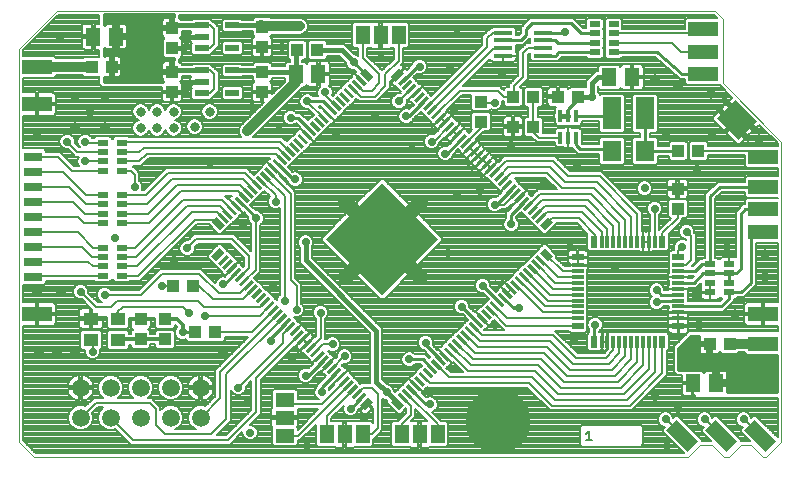
<source format=gtl>
G75*
%MOIN*%
%OFA0B0*%
%FSLAX25Y25*%
%IPPOS*%
%LPD*%
%AMOC8*
5,1,8,0,0,1.08239X$1,22.5*
%
%ADD10C,0.00000*%
%ADD11C,0.00800*%
%ADD12R,0.10000X0.05000*%
%ADD13R,0.05118X0.05906*%
%ADD14R,0.04331X0.03937*%
%ADD15R,0.06299X0.10630*%
%ADD16R,0.06299X0.07087*%
%ADD17R,0.03937X0.04331*%
%ADD18R,0.06299X0.03150*%
%ADD19R,0.04600X0.06300*%
%ADD20R,0.06300X0.04600*%
%ADD21R,0.05000X0.10000*%
%ADD22R,0.03543X0.01969*%
%ADD23R,0.03937X0.02362*%
%ADD24R,0.03937X0.01181*%
%ADD25R,0.02362X0.03937*%
%ADD26R,0.01181X0.03937*%
%ADD27R,0.26378X0.26378*%
%ADD28R,0.01575X0.04134*%
%ADD29R,0.06299X0.01181*%
%ADD30R,0.04724X0.02165*%
%ADD31C,0.05937*%
%ADD32R,0.05118X0.04331*%
%ADD33C,0.01600*%
%ADD34C,0.02775*%
%ADD35C,0.01000*%
%ADD36C,0.03200*%
%ADD37C,0.03169*%
%ADD38C,0.01200*%
%ADD39C,0.21654*%
%ADD40C,0.01100*%
%ADD41C,0.03562*%
%ADD42C,0.00700*%
%ADD43C,0.00850*%
%ADD44C,0.05000*%
%ADD45C,0.02000*%
D10*
X0009500Y0011000D02*
X0227500Y0011000D01*
X0231500Y0015000D01*
X0235500Y0015000D01*
X0239500Y0011000D01*
X0241000Y0011000D01*
X0245000Y0015000D01*
X0248500Y0015000D01*
X0252500Y0011000D01*
X0253500Y0011000D01*
X0258500Y0016000D01*
X0258500Y0116000D01*
X0239000Y0135500D01*
X0239000Y0157000D01*
X0236500Y0159500D01*
X0017000Y0159500D01*
X0004500Y0147000D01*
X0004500Y0016000D01*
X0009500Y0011000D01*
D11*
X0009992Y0012187D02*
X0005687Y0016492D01*
X0005687Y0054600D01*
X0010100Y0054600D01*
X0010100Y0058100D01*
X0010900Y0058100D01*
X0010900Y0058900D01*
X0010100Y0058900D01*
X0010100Y0062400D01*
X0005687Y0062400D01*
X0005687Y0068238D01*
X0012641Y0068238D01*
X0013337Y0068933D01*
X0013337Y0069688D01*
X0029503Y0069688D01*
X0030087Y0069104D01*
X0034614Y0069104D01*
X0035309Y0069799D01*
X0035309Y0070000D01*
X0035691Y0070000D01*
X0035691Y0069799D01*
X0036386Y0069104D01*
X0040913Y0069104D01*
X0041497Y0069688D01*
X0044933Y0069688D01*
X0063658Y0088413D01*
X0067685Y0088413D01*
X0070862Y0085236D01*
X0071845Y0085236D01*
X0074211Y0087602D01*
X0075603Y0088994D01*
X0076995Y0090385D01*
X0078070Y0091461D01*
X0078297Y0091521D01*
X0078616Y0091706D01*
X0079164Y0092254D01*
X0079363Y0092452D01*
X0080925Y0090890D01*
X0080925Y0089988D01*
X0081317Y0089041D01*
X0081770Y0088589D01*
X0081770Y0079475D01*
X0077087Y0084158D01*
X0076158Y0085087D01*
X0062842Y0085087D01*
X0061913Y0084158D01*
X0060830Y0083075D01*
X0059988Y0083075D01*
X0059041Y0082683D01*
X0058317Y0081959D01*
X0057925Y0081012D01*
X0057925Y0079988D01*
X0058317Y0079041D01*
X0059041Y0078317D01*
X0059988Y0077925D01*
X0061012Y0077925D01*
X0061959Y0078317D01*
X0062683Y0079041D01*
X0063075Y0079988D01*
X0063075Y0080830D01*
X0064158Y0081913D01*
X0074842Y0081913D01*
X0079413Y0077342D01*
X0079413Y0074456D01*
X0079283Y0074327D01*
X0078565Y0075045D01*
X0078504Y0075271D01*
X0078320Y0075590D01*
X0077772Y0076138D01*
X0075390Y0073756D01*
X0073008Y0071374D01*
X0073207Y0071176D01*
X0073079Y0071047D01*
X0073012Y0071075D01*
X0071988Y0071075D01*
X0071041Y0070683D01*
X0070317Y0069959D01*
X0069925Y0069012D01*
X0069925Y0068820D01*
X0066087Y0072658D01*
X0065158Y0073587D01*
X0051342Y0073587D01*
X0050413Y0072658D01*
X0044342Y0066587D01*
X0035054Y0066587D01*
X0034459Y0067183D01*
X0033512Y0067575D01*
X0032488Y0067575D01*
X0031541Y0067183D01*
X0030817Y0066459D01*
X0030425Y0065512D01*
X0030425Y0064488D01*
X0030817Y0063541D01*
X0031541Y0062817D01*
X0032096Y0062587D01*
X0030658Y0062587D01*
X0027575Y0065670D01*
X0027575Y0066512D01*
X0027183Y0067459D01*
X0026459Y0068183D01*
X0025512Y0068575D01*
X0024488Y0068575D01*
X0023541Y0068183D01*
X0022817Y0067459D01*
X0022425Y0066512D01*
X0022425Y0065488D01*
X0022817Y0064541D01*
X0023541Y0063817D01*
X0024488Y0063425D01*
X0025330Y0063425D01*
X0028413Y0060342D01*
X0028872Y0059883D01*
X0028872Y0057443D01*
X0028072Y0057443D01*
X0028072Y0056643D01*
X0024513Y0056643D01*
X0024513Y0054694D01*
X0024609Y0054338D01*
X0024793Y0054018D01*
X0025054Y0053758D01*
X0025373Y0053573D01*
X0025729Y0053478D01*
X0028072Y0053478D01*
X0028072Y0056643D01*
X0028872Y0056643D01*
X0028872Y0053478D01*
X0031216Y0053478D01*
X0031572Y0053573D01*
X0031891Y0053758D01*
X0032152Y0054018D01*
X0032336Y0054338D01*
X0032431Y0054694D01*
X0032431Y0056643D01*
X0028872Y0056643D01*
X0028872Y0057443D01*
X0032431Y0057443D01*
X0032431Y0057500D01*
X0033781Y0057500D01*
X0033781Y0054386D01*
X0034477Y0053691D01*
X0040578Y0053691D01*
X0041274Y0054386D01*
X0041274Y0057300D01*
X0041631Y0057300D01*
X0041631Y0057246D01*
X0044600Y0057246D01*
X0044600Y0056446D01*
X0041631Y0056446D01*
X0041631Y0054497D01*
X0041727Y0054141D01*
X0041911Y0053821D01*
X0042172Y0053561D01*
X0042440Y0053406D01*
X0041844Y0052811D01*
X0041844Y0051941D01*
X0041274Y0051941D01*
X0041274Y0052614D01*
X0040578Y0053309D01*
X0034477Y0053309D01*
X0033781Y0052614D01*
X0033781Y0047299D01*
X0034477Y0046604D01*
X0040578Y0046604D01*
X0041274Y0047299D01*
X0041274Y0048366D01*
X0041844Y0048366D01*
X0041844Y0047496D01*
X0042540Y0046801D01*
X0047460Y0046801D01*
X0048156Y0047496D01*
X0048156Y0048465D01*
X0049647Y0048465D01*
X0049647Y0047693D01*
X0050343Y0046998D01*
X0055657Y0046998D01*
X0056353Y0047693D01*
X0056353Y0052614D01*
X0055657Y0053309D01*
X0050343Y0053309D01*
X0049647Y0052614D01*
X0049647Y0052039D01*
X0048156Y0052039D01*
X0048156Y0052811D01*
X0047560Y0053406D01*
X0047828Y0053561D01*
X0048089Y0053821D01*
X0048273Y0054141D01*
X0048368Y0054497D01*
X0048368Y0056446D01*
X0045400Y0056446D01*
X0045400Y0057246D01*
X0048368Y0057246D01*
X0048368Y0057300D01*
X0049647Y0057300D01*
X0049647Y0054386D01*
X0050343Y0053691D01*
X0055657Y0053691D01*
X0056353Y0054386D01*
X0056353Y0055059D01*
X0056413Y0055059D01*
X0057165Y0054307D01*
X0056817Y0053959D01*
X0056425Y0053012D01*
X0056425Y0051988D01*
X0056817Y0051041D01*
X0057541Y0050317D01*
X0058488Y0049925D01*
X0059512Y0049925D01*
X0059998Y0050126D01*
X0059998Y0049843D01*
X0060693Y0049147D01*
X0065614Y0049147D01*
X0065667Y0049200D01*
X0067333Y0049200D01*
X0067386Y0049147D01*
X0072307Y0049147D01*
X0073002Y0049843D01*
X0073002Y0050913D01*
X0080924Y0050913D01*
X0070842Y0040831D01*
X0069913Y0039901D01*
X0069913Y0031158D01*
X0066593Y0027838D01*
X0065827Y0028156D01*
X0064173Y0028156D01*
X0062646Y0027523D01*
X0061477Y0026354D01*
X0060844Y0024827D01*
X0060844Y0023173D01*
X0061477Y0021646D01*
X0062646Y0020477D01*
X0063586Y0020087D01*
X0056414Y0020087D01*
X0057354Y0020477D01*
X0058523Y0021646D01*
X0059156Y0023173D01*
X0059156Y0024827D01*
X0058523Y0026354D01*
X0057354Y0027523D01*
X0055827Y0028156D01*
X0054173Y0028156D01*
X0052646Y0027523D01*
X0051587Y0026465D01*
X0051587Y0027658D01*
X0049587Y0029658D01*
X0048658Y0030587D01*
X0047465Y0030587D01*
X0048523Y0031646D01*
X0049156Y0033173D01*
X0049156Y0034827D01*
X0048523Y0036354D01*
X0047354Y0037523D01*
X0045827Y0038156D01*
X0044173Y0038156D01*
X0042646Y0037523D01*
X0041477Y0036354D01*
X0040844Y0034827D01*
X0040844Y0033173D01*
X0041477Y0031646D01*
X0042535Y0030587D01*
X0037465Y0030587D01*
X0038523Y0031646D01*
X0039156Y0033173D01*
X0039156Y0034827D01*
X0038523Y0036354D01*
X0037354Y0037523D01*
X0035827Y0038156D01*
X0034173Y0038156D01*
X0032646Y0037523D01*
X0031477Y0036354D01*
X0030844Y0034827D01*
X0030844Y0033173D01*
X0031477Y0031646D01*
X0032535Y0030587D01*
X0029342Y0030587D01*
X0026593Y0027838D01*
X0025827Y0028156D01*
X0024173Y0028156D01*
X0022646Y0027523D01*
X0021477Y0026354D01*
X0020844Y0024827D01*
X0020844Y0023173D01*
X0021477Y0021646D01*
X0022646Y0020477D01*
X0024173Y0019844D01*
X0025827Y0019844D01*
X0027354Y0020477D01*
X0028523Y0021646D01*
X0029156Y0023173D01*
X0029156Y0024827D01*
X0028838Y0025593D01*
X0030658Y0027413D01*
X0032535Y0027413D01*
X0031477Y0026354D01*
X0030844Y0024827D01*
X0030844Y0023173D01*
X0031477Y0021646D01*
X0032646Y0020477D01*
X0034173Y0019844D01*
X0035827Y0019844D01*
X0036593Y0020162D01*
X0041842Y0014913D01*
X0074658Y0014913D01*
X0078925Y0019180D01*
X0078925Y0018488D01*
X0079317Y0017541D01*
X0080041Y0016817D01*
X0080988Y0016425D01*
X0082012Y0016425D01*
X0082959Y0016817D01*
X0083683Y0017541D01*
X0084075Y0018488D01*
X0084075Y0019512D01*
X0083683Y0020459D01*
X0082959Y0021183D01*
X0082012Y0021575D01*
X0081320Y0021575D01*
X0085087Y0025342D01*
X0085087Y0036667D01*
X0096402Y0047981D01*
X0096671Y0047712D01*
X0097473Y0048513D01*
X0097473Y0048513D01*
X0096671Y0047711D01*
X0097219Y0047164D01*
X0097407Y0047055D01*
X0097515Y0046867D01*
X0098063Y0046320D01*
X0098864Y0047121D01*
X0098865Y0047121D01*
X0098063Y0046319D01*
X0098611Y0045772D01*
X0098930Y0045587D01*
X0099157Y0045527D01*
X0100232Y0044451D01*
X0101446Y0043237D01*
X0101507Y0043011D01*
X0101691Y0042692D01*
X0102239Y0042144D01*
X0104621Y0044526D01*
X0104621Y0044525D01*
X0102239Y0042144D01*
X0102438Y0041945D01*
X0100905Y0040412D01*
X0100512Y0040575D01*
X0099488Y0040575D01*
X0098541Y0040183D01*
X0097817Y0039459D01*
X0097425Y0038512D01*
X0097425Y0037488D01*
X0097817Y0036541D01*
X0098541Y0035817D01*
X0099488Y0035425D01*
X0100512Y0035425D01*
X0101459Y0035817D01*
X0102183Y0036541D01*
X0102449Y0037183D01*
X0102859Y0037594D01*
X0104824Y0039559D01*
X0105023Y0039360D01*
X0107405Y0041742D01*
X0109787Y0044124D01*
X0109239Y0044672D01*
X0108919Y0044856D01*
X0108693Y0044916D01*
X0107796Y0045814D01*
X0107735Y0046040D01*
X0107586Y0046299D01*
X0108488Y0045925D01*
X0109512Y0045925D01*
X0110459Y0046317D01*
X0111183Y0047041D01*
X0111575Y0047988D01*
X0111575Y0049012D01*
X0111183Y0049959D01*
X0110459Y0050683D01*
X0109512Y0051075D01*
X0108488Y0051075D01*
X0107541Y0050683D01*
X0106946Y0050087D01*
X0106615Y0050087D01*
X0106615Y0056328D01*
X0106624Y0056337D01*
X0106615Y0056974D01*
X0107183Y0057541D01*
X0107575Y0058488D01*
X0107575Y0059512D01*
X0107183Y0060459D01*
X0106459Y0061183D01*
X0105512Y0061575D01*
X0104488Y0061575D01*
X0103541Y0061183D01*
X0102817Y0060459D01*
X0102425Y0059512D01*
X0102425Y0058488D01*
X0102817Y0057541D01*
X0103440Y0056919D01*
X0103440Y0051158D01*
X0103096Y0050814D01*
X0102827Y0051083D01*
X0102025Y0050282D01*
X0102026Y0050282D01*
X0102827Y0051083D01*
X0102279Y0051631D01*
X0102091Y0051740D01*
X0101983Y0051927D01*
X0101435Y0052475D01*
X0100634Y0051674D01*
X0100633Y0051674D01*
X0101435Y0052475D01*
X0100887Y0053023D01*
X0100568Y0053207D01*
X0100341Y0053268D01*
X0099444Y0054166D01*
X0099383Y0054392D01*
X0099199Y0054711D01*
X0098651Y0055259D01*
X0096269Y0052877D01*
X0096269Y0052877D01*
X0098651Y0055259D01*
X0098103Y0055807D01*
X0097784Y0055991D01*
X0097558Y0056052D01*
X0096343Y0057266D01*
X0095970Y0057640D01*
X0096488Y0057425D01*
X0097512Y0057425D01*
X0098459Y0057817D01*
X0099183Y0058541D01*
X0099575Y0059488D01*
X0099575Y0060512D01*
X0099183Y0061459D01*
X0098587Y0062054D01*
X0098587Y0068658D01*
X0096587Y0070658D01*
X0096587Y0099346D01*
X0095658Y0100276D01*
X0091422Y0104512D01*
X0091691Y0104781D01*
X0089310Y0107163D01*
X0091691Y0104781D01*
X0091890Y0104980D01*
X0093776Y0103094D01*
X0093776Y0103094D01*
X0093956Y0102914D01*
X0094317Y0102041D01*
X0095041Y0101317D01*
X0095988Y0100925D01*
X0097012Y0100925D01*
X0097959Y0101317D01*
X0098683Y0102041D01*
X0099075Y0102988D01*
X0099075Y0104012D01*
X0098683Y0104959D01*
X0097959Y0105683D01*
X0097012Y0106075D01*
X0095988Y0106075D01*
X0095691Y0105952D01*
X0094126Y0107517D01*
X0094951Y0108342D01*
X0094952Y0108342D01*
X0096482Y0109873D01*
X0097874Y0111265D01*
X0099266Y0112657D01*
X0100658Y0114048D01*
X0100658Y0114048D01*
X0101733Y0115124D01*
X0101960Y0115184D01*
X0102279Y0115369D01*
X0102827Y0115917D01*
X0103375Y0116465D01*
X0103559Y0116784D01*
X0103620Y0117010D01*
X0104834Y0118224D01*
X0106226Y0119616D01*
X0107618Y0121008D01*
X0108693Y0122083D01*
X0108919Y0122144D01*
X0109239Y0122328D01*
X0109787Y0122876D01*
X0110335Y0123424D01*
X0110519Y0123744D01*
X0110580Y0123970D01*
X0111655Y0125045D01*
X0113186Y0126576D01*
X0114577Y0127968D01*
X0115969Y0129360D01*
X0116865Y0130256D01*
X0117709Y0129413D01*
X0123658Y0129413D01*
X0124587Y0130342D01*
X0128087Y0133842D01*
X0128087Y0136002D01*
X0128134Y0135956D01*
X0130381Y0138203D01*
X0130650Y0137934D01*
X0128403Y0135687D01*
X0129234Y0134856D01*
X0129553Y0134672D01*
X0129779Y0134611D01*
X0130994Y0133397D01*
X0131890Y0132501D01*
X0131464Y0132075D01*
X0130621Y0132075D01*
X0129675Y0131683D01*
X0128951Y0130959D01*
X0128559Y0130012D01*
X0128559Y0128988D01*
X0128951Y0128041D01*
X0129675Y0127317D01*
X0130621Y0126925D01*
X0131646Y0126925D01*
X0132592Y0127317D01*
X0133316Y0128041D01*
X0133708Y0128988D01*
X0133708Y0129830D01*
X0133984Y0130106D01*
X0134254Y0129836D01*
X0134802Y0129288D01*
X0135121Y0129104D01*
X0135347Y0129043D01*
X0135995Y0128396D01*
X0134480Y0126881D01*
X0134012Y0127075D01*
X0132988Y0127075D01*
X0132041Y0126683D01*
X0131317Y0125959D01*
X0130925Y0125012D01*
X0130925Y0123988D01*
X0131317Y0123041D01*
X0132041Y0122317D01*
X0132988Y0121925D01*
X0134012Y0121925D01*
X0134959Y0122317D01*
X0135683Y0123041D01*
X0135873Y0123502D01*
X0136173Y0123801D01*
X0138381Y0126009D01*
X0139345Y0125045D01*
X0140737Y0123653D01*
X0141812Y0122578D01*
X0141873Y0122352D01*
X0142057Y0122032D01*
X0142605Y0121484D01*
X0143153Y0120937D01*
X0143341Y0120828D01*
X0143449Y0120640D01*
X0143997Y0120093D01*
X0144798Y0120894D01*
X0144799Y0120894D01*
X0143997Y0120092D01*
X0144267Y0119823D01*
X0142870Y0118426D01*
X0142512Y0118575D01*
X0141488Y0118575D01*
X0140541Y0118183D01*
X0139817Y0117459D01*
X0139425Y0116512D01*
X0139425Y0115488D01*
X0139817Y0114541D01*
X0140541Y0113817D01*
X0141488Y0113425D01*
X0142512Y0113425D01*
X0143459Y0113817D01*
X0144183Y0114541D01*
X0144575Y0115488D01*
X0144575Y0115641D01*
X0146512Y0117578D01*
X0146781Y0117309D01*
X0147583Y0118110D01*
X0147582Y0118110D01*
X0146781Y0117309D01*
X0147329Y0116761D01*
X0147517Y0116652D01*
X0147625Y0116465D01*
X0148173Y0115917D01*
X0148974Y0116718D01*
X0148975Y0116718D01*
X0148173Y0115917D01*
X0148372Y0115718D01*
X0147165Y0114511D01*
X0147012Y0114575D01*
X0145988Y0114575D01*
X0145041Y0114183D01*
X0144317Y0113459D01*
X0143925Y0112512D01*
X0143925Y0111488D01*
X0144317Y0110541D01*
X0145041Y0109817D01*
X0145988Y0109425D01*
X0147012Y0109425D01*
X0147959Y0109817D01*
X0148683Y0110541D01*
X0149075Y0111488D01*
X0149075Y0111648D01*
X0150909Y0113482D01*
X0151556Y0112834D01*
X0151617Y0112608D01*
X0151801Y0112289D01*
X0152349Y0111741D01*
X0153150Y0112543D01*
X0153150Y0112542D01*
X0152349Y0111741D01*
X0152897Y0111193D01*
X0153085Y0111085D01*
X0153193Y0110897D01*
X0153741Y0110349D01*
X0154289Y0109801D01*
X0154476Y0109693D01*
X0154585Y0109505D01*
X0155133Y0108957D01*
X0155681Y0108409D01*
X0155868Y0108301D01*
X0155977Y0108113D01*
X0156525Y0107565D01*
X0157073Y0107017D01*
X0157260Y0106909D01*
X0157369Y0106721D01*
X0157917Y0106173D01*
X0158465Y0105625D01*
X0158652Y0105517D01*
X0158761Y0105329D01*
X0159309Y0104781D01*
X0159857Y0104233D01*
X0160176Y0104049D01*
X0160402Y0103988D01*
X0161616Y0102774D01*
X0163008Y0101382D01*
X0164083Y0100307D01*
X0164144Y0100081D01*
X0164328Y0099761D01*
X0164876Y0099213D01*
X0167258Y0101595D01*
X0167258Y0101595D01*
X0164876Y0099213D01*
X0165075Y0099015D01*
X0163599Y0097539D01*
X0163512Y0097575D01*
X0162488Y0097575D01*
X0161541Y0097183D01*
X0160817Y0096459D01*
X0160425Y0095512D01*
X0160425Y0094488D01*
X0160817Y0093541D01*
X0161541Y0092817D01*
X0162488Y0092425D01*
X0163512Y0092425D01*
X0164459Y0092817D01*
X0165054Y0093413D01*
X0166888Y0093413D01*
X0167818Y0094342D01*
X0168783Y0095307D01*
X0169052Y0095038D01*
X0171434Y0097419D01*
X0169052Y0095037D01*
X0169251Y0094839D01*
X0167801Y0093389D01*
X0166813Y0092400D01*
X0166813Y0090454D01*
X0166317Y0089959D01*
X0165925Y0089012D01*
X0165925Y0087988D01*
X0166317Y0087041D01*
X0167041Y0086317D01*
X0167988Y0085925D01*
X0169012Y0085925D01*
X0169959Y0086317D01*
X0170683Y0087041D01*
X0171075Y0087988D01*
X0171075Y0089012D01*
X0170683Y0089959D01*
X0170187Y0090454D01*
X0170187Y0091002D01*
X0171788Y0092603D01*
X0172752Y0091639D01*
X0174144Y0090247D01*
X0175536Y0088855D01*
X0176928Y0087463D01*
X0179155Y0085236D01*
X0180138Y0085236D01*
X0183618Y0088715D01*
X0183618Y0088913D01*
X0190342Y0088913D01*
X0193888Y0085367D01*
X0193714Y0085193D01*
X0193714Y0080272D01*
X0194410Y0079576D01*
X0211087Y0079576D01*
X0211290Y0079459D01*
X0211646Y0079364D01*
X0212421Y0079364D01*
X0212421Y0080498D01*
X0212421Y0080497D01*
X0212421Y0079364D01*
X0213196Y0079364D01*
X0213406Y0079420D01*
X0213615Y0079364D01*
X0214390Y0079364D01*
X0215165Y0079364D01*
X0215521Y0079459D01*
X0215724Y0079576D01*
X0220590Y0079576D01*
X0221286Y0080272D01*
X0221286Y0085193D01*
X0221112Y0085367D01*
X0224658Y0088913D01*
X0225587Y0089842D01*
X0225587Y0090498D01*
X0226657Y0090498D01*
X0227353Y0091193D01*
X0227353Y0096114D01*
X0226657Y0096809D01*
X0221343Y0096809D01*
X0220647Y0096114D01*
X0220647Y0091193D01*
X0221343Y0090498D01*
X0221753Y0090498D01*
X0217946Y0086691D01*
X0217946Y0091600D01*
X0218541Y0092195D01*
X0218933Y0093141D01*
X0218933Y0094166D01*
X0218541Y0095112D01*
X0217817Y0095836D01*
X0216870Y0096228D01*
X0215846Y0096228D01*
X0214900Y0095836D01*
X0214175Y0095112D01*
X0213783Y0094166D01*
X0213783Y0093141D01*
X0214175Y0092195D01*
X0214771Y0091600D01*
X0214771Y0086101D01*
X0214390Y0086101D01*
X0214390Y0084967D01*
X0214390Y0084968D01*
X0214390Y0086101D01*
X0213615Y0086101D01*
X0213406Y0086045D01*
X0213196Y0086101D01*
X0212421Y0086101D01*
X0212040Y0086101D01*
X0212040Y0092705D01*
X0199587Y0105158D01*
X0198658Y0106087D01*
X0188158Y0106087D01*
X0184087Y0110158D01*
X0183158Y0111087D01*
X0166154Y0111087D01*
X0164342Y0109275D01*
X0164072Y0109545D01*
X0163524Y0110093D01*
X0163337Y0110201D01*
X0163228Y0110389D01*
X0162680Y0110937D01*
X0162133Y0111485D01*
X0161945Y0111593D01*
X0161836Y0111781D01*
X0161289Y0112329D01*
X0160487Y0111527D01*
X0160487Y0111528D01*
X0161288Y0112329D01*
X0160741Y0112877D01*
X0160553Y0112985D01*
X0160444Y0113173D01*
X0159897Y0113721D01*
X0159095Y0112919D01*
X0159095Y0112919D01*
X0159095Y0112919D01*
X0159896Y0113721D01*
X0159349Y0114269D01*
X0159161Y0114377D01*
X0159053Y0114565D01*
X0158505Y0115113D01*
X0157703Y0114311D01*
X0157703Y0114311D01*
X0157703Y0114311D01*
X0158505Y0115113D01*
X0157957Y0115661D01*
X0157769Y0115769D01*
X0157661Y0115957D01*
X0157113Y0116505D01*
X0156843Y0116774D01*
X0159482Y0119413D01*
X0159567Y0119498D01*
X0161157Y0119498D01*
X0161853Y0120193D01*
X0161853Y0125114D01*
X0161157Y0125809D01*
X0155843Y0125809D01*
X0155147Y0125114D01*
X0155147Y0120193D01*
X0155460Y0119881D01*
X0154448Y0118869D01*
X0153730Y0119587D01*
X0153669Y0119813D01*
X0153485Y0120133D01*
X0152937Y0120680D01*
X0152135Y0119879D01*
X0152136Y0119879D01*
X0152937Y0120680D01*
X0152389Y0121228D01*
X0152201Y0121337D01*
X0152093Y0121524D01*
X0151545Y0122072D01*
X0150744Y0121271D01*
X0150743Y0121271D01*
X0151545Y0122072D01*
X0150997Y0122620D01*
X0150678Y0122805D01*
X0150451Y0122865D01*
X0149554Y0123763D01*
X0149493Y0123989D01*
X0149309Y0124308D01*
X0148761Y0124856D01*
X0147959Y0124055D01*
X0147960Y0124055D01*
X0148761Y0124856D01*
X0148213Y0125404D01*
X0148025Y0125513D01*
X0147917Y0125700D01*
X0147369Y0126248D01*
X0146568Y0125447D01*
X0146567Y0125447D01*
X0147369Y0126248D01*
X0147100Y0126518D01*
X0151995Y0131413D01*
X0155147Y0131413D01*
X0155147Y0126886D01*
X0155843Y0126191D01*
X0161157Y0126191D01*
X0161713Y0126746D01*
X0162488Y0126425D01*
X0163512Y0126425D01*
X0164459Y0126817D01*
X0165183Y0127541D01*
X0165575Y0128488D01*
X0165575Y0129413D01*
X0165998Y0129413D01*
X0165998Y0128343D01*
X0166693Y0127647D01*
X0171614Y0127647D01*
X0172309Y0128343D01*
X0172309Y0133657D01*
X0171614Y0134353D01*
X0171598Y0134353D01*
X0174087Y0136842D01*
X0174087Y0144842D01*
X0174856Y0145611D01*
X0174856Y0143579D01*
X0175551Y0142883D01*
X0182834Y0142883D01*
X0182859Y0142908D01*
X0183435Y0142974D01*
X0184038Y0142974D01*
X0184115Y0143052D01*
X0184224Y0143064D01*
X0184600Y0143536D01*
X0185026Y0143962D01*
X0185026Y0144072D01*
X0185039Y0144088D01*
X0193603Y0144088D01*
X0194087Y0143604D01*
X0198614Y0143604D01*
X0199309Y0144299D01*
X0199309Y0147252D01*
X0199211Y0147350D01*
X0199309Y0147449D01*
X0199309Y0150401D01*
X0199211Y0150500D01*
X0199309Y0150599D01*
X0199309Y0153551D01*
X0199211Y0153650D01*
X0199309Y0153748D01*
X0199309Y0156700D01*
X0198614Y0157396D01*
X0194087Y0157396D01*
X0193391Y0156700D01*
X0193391Y0153762D01*
X0192624Y0153762D01*
X0189199Y0157187D01*
X0174801Y0157187D01*
X0173813Y0156199D01*
X0171813Y0154199D01*
X0171813Y0152199D01*
X0171081Y0151467D01*
X0170144Y0151467D01*
X0170144Y0153421D01*
X0169449Y0154117D01*
X0162166Y0154117D01*
X0161975Y0153926D01*
X0161681Y0153926D01*
X0159842Y0152087D01*
X0158913Y0151158D01*
X0158913Y0148388D01*
X0141920Y0131396D01*
X0141024Y0132292D01*
X0139810Y0133506D01*
X0139750Y0133733D01*
X0139565Y0134052D01*
X0139017Y0134600D01*
X0138469Y0135148D01*
X0138150Y0135332D01*
X0137924Y0135393D01*
X0136849Y0136468D01*
X0135884Y0137432D01*
X0137056Y0138604D01*
X0137488Y0138425D01*
X0138512Y0138425D01*
X0139459Y0138817D01*
X0140183Y0139541D01*
X0140575Y0140488D01*
X0140575Y0141512D01*
X0140183Y0142459D01*
X0139459Y0143183D01*
X0138512Y0143575D01*
X0137488Y0143575D01*
X0136541Y0143183D01*
X0135817Y0142459D01*
X0135590Y0141911D01*
X0133648Y0139969D01*
X0133167Y0140450D01*
X0130920Y0138203D01*
X0130650Y0138473D01*
X0132897Y0140720D01*
X0132067Y0141551D01*
X0131895Y0141650D01*
X0132587Y0142342D01*
X0132587Y0147163D01*
X0133792Y0147163D01*
X0134487Y0147858D01*
X0134487Y0155142D01*
X0133792Y0155837D01*
X0128208Y0155837D01*
X0128148Y0155777D01*
X0127840Y0155955D01*
X0127484Y0156050D01*
X0125400Y0156050D01*
X0125400Y0151900D01*
X0124600Y0151900D01*
X0124600Y0156050D01*
X0122516Y0156050D01*
X0122160Y0155955D01*
X0121852Y0155777D01*
X0121792Y0155837D01*
X0116208Y0155837D01*
X0115513Y0155142D01*
X0115513Y0147858D01*
X0116208Y0147163D01*
X0117413Y0147163D01*
X0117413Y0144702D01*
X0116512Y0145075D01*
X0116236Y0145075D01*
X0112823Y0148487D01*
X0107002Y0148487D01*
X0107002Y0149157D01*
X0106307Y0149853D01*
X0101386Y0149853D01*
X0100691Y0149157D01*
X0100691Y0143843D01*
X0101386Y0143147D01*
X0106307Y0143147D01*
X0107002Y0143843D01*
X0107002Y0144513D01*
X0111177Y0144513D01*
X0113425Y0142264D01*
X0113425Y0141988D01*
X0113817Y0141041D01*
X0114541Y0140317D01*
X0115488Y0139925D01*
X0116242Y0139925D01*
X0116793Y0139374D01*
X0116706Y0139324D01*
X0116158Y0138776D01*
X0115610Y0138228D01*
X0115426Y0137909D01*
X0115366Y0137682D01*
X0114290Y0136607D01*
X0112759Y0135076D01*
X0111506Y0133823D01*
X0110114Y0132431D01*
X0109080Y0131396D01*
X0108903Y0131573D01*
X0109075Y0131988D01*
X0109075Y0133012D01*
X0108683Y0133959D01*
X0107959Y0134683D01*
X0107925Y0134697D01*
X0108104Y0135007D01*
X0108199Y0135363D01*
X0108199Y0138100D01*
X0104640Y0138100D01*
X0104640Y0134281D01*
X0104317Y0133959D01*
X0103925Y0133012D01*
X0103925Y0131988D01*
X0104257Y0131187D01*
X0102454Y0131187D01*
X0101959Y0131683D01*
X0101012Y0132075D01*
X0099988Y0132075D01*
X0099041Y0131683D01*
X0098317Y0130959D01*
X0097925Y0130012D01*
X0097925Y0128988D01*
X0098317Y0128041D01*
X0099041Y0127317D01*
X0099988Y0126925D01*
X0100709Y0126925D01*
X0102659Y0124975D01*
X0101763Y0124079D01*
X0100799Y0123115D01*
X0099215Y0124699D01*
X0098226Y0125687D01*
X0096954Y0125687D01*
X0096459Y0126183D01*
X0095512Y0126575D01*
X0094488Y0126575D01*
X0093541Y0126183D01*
X0092817Y0125459D01*
X0092425Y0124512D01*
X0092425Y0123488D01*
X0092817Y0122541D01*
X0093541Y0121817D01*
X0094488Y0121425D01*
X0095512Y0121425D01*
X0096459Y0121817D01*
X0096891Y0122250D01*
X0098262Y0120879D01*
X0098063Y0120680D01*
X0097515Y0120133D01*
X0097331Y0119813D01*
X0097270Y0119587D01*
X0096056Y0118373D01*
X0096056Y0118373D01*
X0094803Y0117120D01*
X0093768Y0116085D01*
X0093195Y0116658D01*
X0092266Y0117587D01*
X0082529Y0117587D01*
X0088863Y0123921D01*
X0088863Y0123921D01*
X0099123Y0134181D01*
X0099197Y0134360D01*
X0099811Y0134360D01*
X0100406Y0134955D01*
X0100561Y0134688D01*
X0100821Y0134427D01*
X0101141Y0134243D01*
X0101497Y0134147D01*
X0103840Y0134147D01*
X0103840Y0138100D01*
X0104640Y0138100D01*
X0104640Y0138900D01*
X0103840Y0138900D01*
X0103840Y0142853D01*
X0101497Y0142853D01*
X0101141Y0142757D01*
X0100821Y0142573D01*
X0100561Y0142312D01*
X0100406Y0142045D01*
X0099811Y0142640D01*
X0098747Y0142640D01*
X0098747Y0143147D01*
X0099614Y0143147D01*
X0100309Y0143843D01*
X0100309Y0149157D01*
X0099614Y0149853D01*
X0094693Y0149853D01*
X0093998Y0149157D01*
X0093998Y0143843D01*
X0094693Y0143147D01*
X0094772Y0143147D01*
X0094772Y0142640D01*
X0093709Y0142640D01*
X0093013Y0141945D01*
X0093013Y0141334D01*
X0088656Y0141334D01*
X0088656Y0142004D01*
X0087960Y0142699D01*
X0083040Y0142699D01*
X0082344Y0142004D01*
X0082344Y0141728D01*
X0078755Y0141728D01*
X0078473Y0142010D01*
X0072764Y0142010D01*
X0072069Y0141315D01*
X0072069Y0138166D01*
X0072764Y0137470D01*
X0078473Y0137470D01*
X0078755Y0137753D01*
X0082344Y0137753D01*
X0082344Y0136689D01*
X0082940Y0136094D01*
X0082672Y0135939D01*
X0082411Y0135679D01*
X0082227Y0135359D01*
X0082131Y0135003D01*
X0082131Y0133054D01*
X0085100Y0133054D01*
X0085100Y0132254D01*
X0082131Y0132254D01*
X0082131Y0130304D01*
X0082227Y0129948D01*
X0082411Y0129629D01*
X0082672Y0129368D01*
X0082991Y0129184D01*
X0083347Y0129088D01*
X0085100Y0129088D01*
X0085100Y0132253D01*
X0085900Y0132253D01*
X0085900Y0129088D01*
X0086146Y0129088D01*
X0084921Y0127863D01*
X0078137Y0121079D01*
X0077713Y0120054D01*
X0077713Y0118946D01*
X0078137Y0117921D01*
X0078471Y0117587D01*
X0041222Y0117587D01*
X0040913Y0117896D01*
X0036386Y0117896D01*
X0035691Y0117200D01*
X0035691Y0117000D01*
X0035309Y0117000D01*
X0035309Y0117200D01*
X0034614Y0117896D01*
X0030087Y0117896D01*
X0029503Y0117312D01*
X0028744Y0117312D01*
X0028683Y0117459D01*
X0027959Y0118183D01*
X0027012Y0118575D01*
X0025988Y0118575D01*
X0025041Y0118183D01*
X0024317Y0117459D01*
X0023925Y0116512D01*
X0023925Y0115488D01*
X0024317Y0114541D01*
X0024696Y0114162D01*
X0024583Y0114162D01*
X0023075Y0115670D01*
X0023075Y0116512D01*
X0022683Y0117459D01*
X0021959Y0118183D01*
X0021012Y0118575D01*
X0019988Y0118575D01*
X0019041Y0118183D01*
X0018317Y0117459D01*
X0017925Y0116512D01*
X0017925Y0115488D01*
X0018317Y0114541D01*
X0019041Y0113817D01*
X0019988Y0113425D01*
X0020830Y0113425D01*
X0022338Y0111917D01*
X0023268Y0110987D01*
X0024346Y0110987D01*
X0024317Y0110959D01*
X0023925Y0110012D01*
X0023925Y0108988D01*
X0024317Y0108041D01*
X0024496Y0107863D01*
X0022882Y0107863D01*
X0018158Y0112587D01*
X0013337Y0112587D01*
X0013337Y0113067D01*
X0012641Y0113762D01*
X0005687Y0113762D01*
X0005687Y0124600D01*
X0010100Y0124600D01*
X0010100Y0128100D01*
X0010900Y0128100D01*
X0010900Y0128900D01*
X0010100Y0128900D01*
X0010100Y0132400D01*
X0005687Y0132400D01*
X0005687Y0137313D01*
X0015992Y0137313D01*
X0016687Y0138008D01*
X0016687Y0138213D01*
X0025628Y0138213D01*
X0026193Y0137647D01*
X0031114Y0137647D01*
X0031213Y0137746D01*
X0031213Y0135260D01*
X0032260Y0134213D01*
X0052131Y0134213D01*
X0052131Y0133054D01*
X0055100Y0133054D01*
X0055100Y0132254D01*
X0052131Y0132254D01*
X0052131Y0130304D01*
X0052227Y0129948D01*
X0052411Y0129629D01*
X0052672Y0129368D01*
X0052991Y0129184D01*
X0053347Y0129088D01*
X0055100Y0129088D01*
X0055100Y0132253D01*
X0055900Y0132253D01*
X0055900Y0129088D01*
X0057653Y0129088D01*
X0058009Y0129184D01*
X0058328Y0129368D01*
X0058589Y0129629D01*
X0058773Y0129948D01*
X0058868Y0130304D01*
X0058868Y0132254D01*
X0055900Y0132254D01*
X0055900Y0133054D01*
X0058868Y0133054D01*
X0058868Y0135003D01*
X0058773Y0135359D01*
X0058589Y0135679D01*
X0058328Y0135939D01*
X0058060Y0136094D01*
X0058656Y0136689D01*
X0058656Y0137753D01*
X0061790Y0137753D01*
X0061715Y0137623D01*
X0061619Y0137267D01*
X0061619Y0136141D01*
X0065240Y0136141D01*
X0065240Y0135859D01*
X0061619Y0135859D01*
X0061619Y0134733D01*
X0061715Y0134377D01*
X0061899Y0134058D01*
X0061977Y0133980D01*
X0061832Y0133834D01*
X0061832Y0130685D01*
X0062527Y0129990D01*
X0068236Y0129990D01*
X0068931Y0130685D01*
X0068931Y0130686D01*
X0071087Y0132842D01*
X0071087Y0139158D01*
X0070158Y0140087D01*
X0068931Y0141314D01*
X0068931Y0141315D01*
X0068236Y0142010D01*
X0062527Y0142010D01*
X0062245Y0141728D01*
X0058656Y0141728D01*
X0058656Y0142004D01*
X0057960Y0142699D01*
X0057787Y0142699D01*
X0057787Y0143624D01*
X0058009Y0143684D01*
X0058328Y0143868D01*
X0058589Y0144129D01*
X0058773Y0144448D01*
X0058868Y0144804D01*
X0058868Y0146754D01*
X0057787Y0146754D01*
X0057787Y0147554D01*
X0058868Y0147554D01*
X0058868Y0149503D01*
X0058773Y0149859D01*
X0058589Y0150179D01*
X0058328Y0150439D01*
X0058060Y0150594D01*
X0058656Y0151189D01*
X0058656Y0152753D01*
X0061790Y0152753D01*
X0061715Y0152623D01*
X0061619Y0152267D01*
X0061619Y0151141D01*
X0065240Y0151141D01*
X0065240Y0150859D01*
X0061619Y0150859D01*
X0061619Y0149733D01*
X0061715Y0149377D01*
X0061899Y0149058D01*
X0061977Y0148980D01*
X0061832Y0148834D01*
X0061832Y0145685D01*
X0062527Y0144990D01*
X0068236Y0144990D01*
X0068931Y0145685D01*
X0068931Y0145686D01*
X0071087Y0147842D01*
X0071087Y0154158D01*
X0070158Y0155087D01*
X0068931Y0156314D01*
X0068931Y0156315D01*
X0068236Y0157010D01*
X0062527Y0157010D01*
X0062245Y0156728D01*
X0058432Y0156728D01*
X0057960Y0157199D01*
X0057787Y0157199D01*
X0057787Y0158313D01*
X0236008Y0158313D01*
X0237133Y0157187D01*
X0227008Y0157187D01*
X0226313Y0156492D01*
X0226313Y0153662D01*
X0205523Y0153662D01*
X0205609Y0153748D01*
X0205609Y0156700D01*
X0204913Y0157396D01*
X0200386Y0157396D01*
X0199691Y0156700D01*
X0199691Y0153748D01*
X0199789Y0153650D01*
X0199691Y0153551D01*
X0199691Y0150599D01*
X0199789Y0150500D01*
X0199691Y0150401D01*
X0199691Y0147449D01*
X0199789Y0147350D01*
X0199691Y0147252D01*
X0199691Y0144299D01*
X0200386Y0143604D01*
X0204913Y0143604D01*
X0205397Y0144088D01*
X0216588Y0144088D01*
X0224345Y0137268D01*
X0224801Y0136813D01*
X0224864Y0136813D01*
X0224911Y0136771D01*
X0225554Y0136813D01*
X0226313Y0136813D01*
X0226313Y0135508D01*
X0227008Y0134813D01*
X0237992Y0134813D01*
X0238000Y0134821D01*
X0242135Y0130686D01*
X0240757Y0129308D01*
X0245000Y0125066D01*
X0244975Y0125041D01*
X0241592Y0128424D01*
X0241273Y0128608D01*
X0240917Y0128703D01*
X0240548Y0128703D01*
X0240298Y0128636D01*
X0240192Y0128743D01*
X0238576Y0127127D01*
X0238257Y0126808D01*
X0238364Y0126702D01*
X0238297Y0126452D01*
X0238297Y0126083D01*
X0238392Y0125727D01*
X0238576Y0125408D01*
X0241959Y0122025D01*
X0241934Y0122000D01*
X0242500Y0121434D01*
X0242525Y0121459D01*
X0245908Y0118076D01*
X0246227Y0117892D01*
X0246583Y0117797D01*
X0246952Y0117797D01*
X0247202Y0117864D01*
X0247308Y0117757D01*
X0247627Y0118076D01*
X0247627Y0118076D01*
X0249243Y0119692D01*
X0249136Y0119798D01*
X0249203Y0120048D01*
X0249203Y0120417D01*
X0249108Y0120773D01*
X0248924Y0121092D01*
X0245541Y0124475D01*
X0245566Y0124500D01*
X0249808Y0120257D01*
X0251186Y0121635D01*
X0257313Y0115508D01*
X0257313Y0114687D01*
X0247008Y0114687D01*
X0246908Y0114587D01*
X0234002Y0114587D01*
X0234002Y0115657D01*
X0233307Y0116353D01*
X0228386Y0116353D01*
X0227691Y0115657D01*
X0227691Y0110343D01*
X0228386Y0109647D01*
X0233307Y0109647D01*
X0234002Y0110343D01*
X0234002Y0111413D01*
X0246313Y0111413D01*
X0246313Y0108008D01*
X0247008Y0107313D01*
X0257313Y0107313D01*
X0257313Y0104687D01*
X0247008Y0104687D01*
X0246313Y0103992D01*
X0246313Y0102687D01*
X0237301Y0102687D01*
X0233163Y0098549D01*
X0233163Y0077396D01*
X0232587Y0077396D01*
X0232103Y0076912D01*
X0231525Y0076912D01*
X0229191Y0074577D01*
X0228822Y0074577D01*
X0229158Y0074913D01*
X0230087Y0075842D01*
X0230087Y0085158D01*
X0229575Y0085670D01*
X0229575Y0086512D01*
X0229183Y0087459D01*
X0228459Y0088183D01*
X0227512Y0088575D01*
X0226488Y0088575D01*
X0225541Y0088183D01*
X0224817Y0087459D01*
X0224425Y0086512D01*
X0224425Y0085488D01*
X0224817Y0084541D01*
X0225541Y0083817D01*
X0226488Y0083425D01*
X0226913Y0083425D01*
X0226913Y0083202D01*
X0226012Y0083575D01*
X0224988Y0083575D01*
X0224041Y0083183D01*
X0223317Y0082459D01*
X0222925Y0081512D01*
X0222925Y0080670D01*
X0222645Y0080390D01*
X0222645Y0079786D01*
X0221772Y0079786D01*
X0221076Y0079090D01*
X0221076Y0072255D01*
X0220959Y0072052D01*
X0220864Y0071696D01*
X0220864Y0070921D01*
X0220864Y0070146D01*
X0220959Y0069790D01*
X0221076Y0069587D01*
X0221076Y0068318D01*
X0220959Y0068115D01*
X0220864Y0067759D01*
X0220864Y0066984D01*
X0220864Y0066703D01*
X0219575Y0066703D01*
X0219575Y0067012D01*
X0219183Y0067959D01*
X0218459Y0068683D01*
X0217512Y0069075D01*
X0216488Y0069075D01*
X0215541Y0068683D01*
X0214817Y0067959D01*
X0214425Y0067012D01*
X0214425Y0065988D01*
X0214817Y0065041D01*
X0215359Y0064500D01*
X0214817Y0063959D01*
X0214425Y0063012D01*
X0214425Y0061988D01*
X0214817Y0061041D01*
X0215541Y0060317D01*
X0216488Y0059925D01*
X0217512Y0059925D01*
X0218459Y0060317D01*
X0219183Y0061041D01*
X0219315Y0061360D01*
X0221076Y0061360D01*
X0221076Y0060444D01*
X0220959Y0060241D01*
X0220864Y0059885D01*
X0220864Y0059110D01*
X0220864Y0058335D01*
X0220920Y0058126D01*
X0220864Y0057917D01*
X0220864Y0057142D01*
X0221997Y0057142D01*
X0221997Y0057142D01*
X0220864Y0057142D01*
X0220864Y0056367D01*
X0220920Y0056157D01*
X0220864Y0055948D01*
X0220864Y0054773D01*
X0224042Y0054773D01*
X0224042Y0054392D01*
X0224423Y0054392D01*
X0224423Y0054773D01*
X0227601Y0054773D01*
X0227601Y0055948D01*
X0227545Y0056157D01*
X0227601Y0056367D01*
X0227601Y0057142D01*
X0227601Y0057917D01*
X0227545Y0058126D01*
X0227601Y0058335D01*
X0227601Y0059110D01*
X0226468Y0059110D01*
X0226467Y0059110D01*
X0227601Y0059110D01*
X0227601Y0059391D01*
X0239278Y0059391D01*
X0242837Y0062951D01*
X0242837Y0063604D01*
X0243413Y0063604D01*
X0243897Y0064088D01*
X0245975Y0064088D01*
X0250187Y0068301D01*
X0250187Y0082313D01*
X0257313Y0082313D01*
X0257313Y0062400D01*
X0252900Y0062400D01*
X0252900Y0058900D01*
X0252100Y0058900D01*
X0252100Y0062400D01*
X0247316Y0062400D01*
X0246960Y0062305D01*
X0246640Y0062120D01*
X0246380Y0061860D01*
X0246195Y0061540D01*
X0246100Y0061184D01*
X0246100Y0058900D01*
X0252100Y0058900D01*
X0252100Y0058100D01*
X0252900Y0058100D01*
X0252900Y0054600D01*
X0257313Y0054600D01*
X0257313Y0052787D01*
X0227760Y0052787D01*
X0223760Y0048787D01*
X0222713Y0047740D01*
X0222713Y0039260D01*
X0223760Y0038213D01*
X0225301Y0038213D01*
X0225301Y0035900D01*
X0228860Y0035900D01*
X0228860Y0035100D01*
X0229213Y0035100D01*
X0229213Y0031760D01*
X0229660Y0031312D01*
X0229660Y0031147D01*
X0229825Y0031147D01*
X0230260Y0030713D01*
X0257313Y0030713D01*
X0257313Y0017402D01*
X0250224Y0024491D01*
X0249240Y0024491D01*
X0248575Y0023825D01*
X0248575Y0024012D01*
X0248183Y0024959D01*
X0247459Y0025683D01*
X0246512Y0026075D01*
X0245488Y0026075D01*
X0244541Y0025683D01*
X0243817Y0024959D01*
X0243425Y0024012D01*
X0243425Y0022988D01*
X0243817Y0022041D01*
X0244541Y0021317D01*
X0245488Y0020925D01*
X0245675Y0020925D01*
X0245009Y0020260D01*
X0245009Y0019276D01*
X0248098Y0016187D01*
X0244991Y0016187D01*
X0244991Y0016724D01*
X0237224Y0024491D01*
X0236240Y0024491D01*
X0235575Y0023825D01*
X0235575Y0024012D01*
X0235183Y0024959D01*
X0234459Y0025683D01*
X0233512Y0026075D01*
X0232488Y0026075D01*
X0231541Y0025683D01*
X0230817Y0024959D01*
X0230425Y0024012D01*
X0230425Y0022988D01*
X0230817Y0022041D01*
X0231541Y0021317D01*
X0232488Y0020925D01*
X0232675Y0020925D01*
X0232009Y0020260D01*
X0232009Y0019276D01*
X0235098Y0016187D01*
X0231991Y0016187D01*
X0231991Y0016724D01*
X0224224Y0024491D01*
X0223240Y0024491D01*
X0222575Y0023825D01*
X0222575Y0024012D01*
X0222183Y0024959D01*
X0221459Y0025683D01*
X0220512Y0026075D01*
X0219488Y0026075D01*
X0218541Y0025683D01*
X0217817Y0024959D01*
X0217425Y0024012D01*
X0217425Y0022988D01*
X0217817Y0022041D01*
X0218541Y0021317D01*
X0219488Y0020925D01*
X0219675Y0020925D01*
X0219009Y0020260D01*
X0219009Y0019276D01*
X0226098Y0012187D01*
X0009992Y0012187D01*
X0009582Y0012597D02*
X0225688Y0012597D01*
X0224890Y0013396D02*
X0008784Y0013396D01*
X0007985Y0014194D02*
X0104177Y0014194D01*
X0104208Y0014163D02*
X0109792Y0014163D01*
X0109852Y0014223D01*
X0110160Y0014045D01*
X0110516Y0013950D01*
X0112600Y0013950D01*
X0112600Y0018100D01*
X0113400Y0018100D01*
X0113400Y0013950D01*
X0115484Y0013950D01*
X0115840Y0014045D01*
X0116148Y0014223D01*
X0116208Y0014163D01*
X0121792Y0014163D01*
X0122487Y0014858D01*
X0122487Y0016913D01*
X0122658Y0016913D01*
X0124658Y0018913D01*
X0125587Y0019842D01*
X0125587Y0030298D01*
X0126488Y0029925D01*
X0126764Y0029925D01*
X0127236Y0029454D01*
X0127236Y0028862D01*
X0130715Y0025382D01*
X0131699Y0025382D01*
X0133413Y0027096D01*
X0133413Y0025658D01*
X0131342Y0023587D01*
X0130592Y0022837D01*
X0129208Y0022837D01*
X0128513Y0022142D01*
X0128513Y0014858D01*
X0129208Y0014163D01*
X0134792Y0014163D01*
X0134852Y0014223D01*
X0135160Y0014045D01*
X0135516Y0013950D01*
X0137600Y0013950D01*
X0137600Y0018100D01*
X0138400Y0018100D01*
X0138400Y0013950D01*
X0140484Y0013950D01*
X0140840Y0014045D01*
X0141148Y0014223D01*
X0141208Y0014163D01*
X0146792Y0014163D01*
X0147487Y0014858D01*
X0147487Y0022142D01*
X0146792Y0022837D01*
X0145257Y0022837D01*
X0142123Y0025971D01*
X0142959Y0026317D01*
X0143683Y0027041D01*
X0144075Y0027988D01*
X0144075Y0029012D01*
X0143683Y0029959D01*
X0142959Y0030683D01*
X0142012Y0031075D01*
X0140988Y0031075D01*
X0140251Y0030769D01*
X0138819Y0032201D01*
X0139017Y0032400D01*
X0136636Y0034782D01*
X0139017Y0032400D01*
X0139565Y0032948D01*
X0139750Y0033267D01*
X0139810Y0033494D01*
X0140528Y0034212D01*
X0140828Y0033913D01*
X0173842Y0033913D01*
X0181342Y0026413D01*
X0208658Y0026413D01*
X0209587Y0027342D01*
X0220505Y0038260D01*
X0220505Y0046112D01*
X0220590Y0046112D01*
X0221286Y0046807D01*
X0221286Y0051728D01*
X0220590Y0052424D01*
X0201944Y0052424D01*
X0201741Y0052541D01*
X0201385Y0052636D01*
X0200610Y0052636D01*
X0199835Y0052636D01*
X0199626Y0052580D01*
X0199417Y0052636D01*
X0198642Y0052636D01*
X0198642Y0051503D01*
X0198642Y0051503D01*
X0198642Y0052636D01*
X0197867Y0052636D01*
X0197770Y0052610D01*
X0197770Y0052739D01*
X0197959Y0052817D01*
X0198683Y0053541D01*
X0199075Y0054488D01*
X0199075Y0055512D01*
X0198683Y0056459D01*
X0197959Y0057183D01*
X0197012Y0057575D01*
X0195988Y0057575D01*
X0195041Y0057183D01*
X0194317Y0056459D01*
X0193925Y0055512D01*
X0193925Y0054488D01*
X0194317Y0053541D01*
X0194395Y0053463D01*
X0194395Y0052409D01*
X0193714Y0051728D01*
X0193714Y0046807D01*
X0194410Y0046112D01*
X0197308Y0046112D01*
X0197511Y0045995D01*
X0197867Y0045899D01*
X0198642Y0045899D01*
X0199417Y0045899D01*
X0199626Y0045955D01*
X0199693Y0045937D01*
X0199342Y0045587D01*
X0190658Y0045587D01*
X0183250Y0052995D01*
X0187612Y0052995D01*
X0187612Y0052910D01*
X0188307Y0052214D01*
X0193228Y0052214D01*
X0193924Y0052910D01*
X0193924Y0073524D01*
X0194041Y0073727D01*
X0194136Y0074083D01*
X0194136Y0074858D01*
X0193002Y0074858D01*
X0193003Y0074858D01*
X0194136Y0074858D01*
X0194136Y0075633D01*
X0194080Y0075843D01*
X0194136Y0076052D01*
X0194136Y0077227D01*
X0190958Y0077227D01*
X0190958Y0076849D01*
X0190768Y0076849D01*
X0190768Y0074858D01*
X0188242Y0074858D01*
X0188532Y0074858D02*
X0188533Y0074858D01*
X0187399Y0074858D01*
X0187399Y0074477D01*
X0186321Y0074477D01*
X0183557Y0077241D01*
X0183618Y0077301D01*
X0183618Y0078285D01*
X0180138Y0081764D01*
X0179155Y0081764D01*
X0176789Y0079398D01*
X0175397Y0078006D01*
X0174005Y0076615D01*
X0172752Y0075361D01*
X0171221Y0073831D01*
X0169829Y0072439D01*
X0168437Y0071047D01*
X0167362Y0069971D01*
X0167135Y0069911D01*
X0166816Y0069726D01*
X0166268Y0069179D01*
X0167070Y0068377D01*
X0167070Y0068377D01*
X0166268Y0069178D01*
X0165720Y0068631D01*
X0165612Y0068443D01*
X0165424Y0068335D01*
X0164876Y0067787D01*
X0165678Y0066985D01*
X0164876Y0067787D01*
X0164328Y0067239D01*
X0164144Y0066919D01*
X0164083Y0066693D01*
X0163436Y0066046D01*
X0161575Y0067907D01*
X0161575Y0068512D01*
X0161183Y0069459D01*
X0160459Y0070183D01*
X0159512Y0070575D01*
X0158488Y0070575D01*
X0157541Y0070183D01*
X0156817Y0069459D01*
X0156425Y0068512D01*
X0156425Y0067488D01*
X0156817Y0066541D01*
X0157541Y0065817D01*
X0158488Y0065425D01*
X0159284Y0065425D01*
X0161050Y0063659D01*
X0160086Y0062695D01*
X0158694Y0061303D01*
X0157618Y0060228D01*
X0157392Y0060167D01*
X0157073Y0059983D01*
X0156525Y0059435D01*
X0158907Y0057053D01*
X0161289Y0054671D01*
X0161836Y0055219D01*
X0162021Y0055538D01*
X0162081Y0055765D01*
X0162800Y0056483D01*
X0166195Y0053087D01*
X0159549Y0053087D01*
X0159477Y0053160D01*
X0160195Y0053878D01*
X0160421Y0053939D01*
X0160741Y0054123D01*
X0161288Y0054671D01*
X0158907Y0057053D01*
X0158907Y0057053D01*
X0158906Y0057053D01*
X0156525Y0059435D01*
X0156326Y0059236D01*
X0154575Y0060987D01*
X0154575Y0061512D01*
X0154183Y0062459D01*
X0153459Y0063183D01*
X0152512Y0063575D01*
X0151488Y0063575D01*
X0150541Y0063183D01*
X0149817Y0062459D01*
X0149425Y0061512D01*
X0149425Y0060488D01*
X0149817Y0059541D01*
X0150541Y0058817D01*
X0151488Y0058425D01*
X0152364Y0058425D01*
X0154090Y0056700D01*
X0153126Y0055735D01*
X0151734Y0054343D01*
X0150342Y0052952D01*
X0150342Y0052951D01*
X0148950Y0051560D01*
X0147558Y0050168D01*
X0146166Y0048776D01*
X0145091Y0047700D01*
X0144864Y0047640D01*
X0144545Y0047455D01*
X0143997Y0046908D01*
X0146379Y0044526D01*
X0146379Y0044526D01*
X0143997Y0046907D01*
X0143798Y0046709D01*
X0142412Y0048095D01*
X0142575Y0048488D01*
X0142575Y0049512D01*
X0142183Y0050459D01*
X0141459Y0051183D01*
X0140512Y0051575D01*
X0139488Y0051575D01*
X0138541Y0051183D01*
X0137817Y0050459D01*
X0137425Y0049512D01*
X0137425Y0048488D01*
X0137817Y0047541D01*
X0138541Y0046817D01*
X0139183Y0046551D01*
X0139301Y0046433D01*
X0141562Y0044172D01*
X0141165Y0043774D01*
X0140740Y0044199D01*
X0139752Y0045187D01*
X0136454Y0045187D01*
X0135959Y0045683D01*
X0135012Y0046075D01*
X0133988Y0046075D01*
X0133041Y0045683D01*
X0132317Y0044959D01*
X0131925Y0044012D01*
X0131925Y0042988D01*
X0132317Y0042041D01*
X0133041Y0041317D01*
X0133988Y0040925D01*
X0135012Y0040925D01*
X0135959Y0041317D01*
X0136454Y0041813D01*
X0138354Y0041813D01*
X0138779Y0041388D01*
X0137814Y0040424D01*
X0136422Y0039032D01*
X0135347Y0037957D01*
X0135121Y0037896D01*
X0134802Y0037712D01*
X0134254Y0037164D01*
X0136635Y0034782D01*
X0134254Y0037164D01*
X0133706Y0036616D01*
X0133521Y0036297D01*
X0133461Y0036070D01*
X0132247Y0034856D01*
X0130855Y0033464D01*
X0129851Y0032460D01*
X0129575Y0032736D01*
X0129575Y0033012D01*
X0129183Y0033959D01*
X0128459Y0034683D01*
X0127512Y0035075D01*
X0127236Y0035075D01*
X0125487Y0036823D01*
X0125487Y0053823D01*
X0124323Y0054987D01*
X0101987Y0077323D01*
X0101987Y0080846D01*
X0102183Y0081041D01*
X0102575Y0081988D01*
X0102575Y0083012D01*
X0102183Y0083959D01*
X0101459Y0084683D01*
X0100512Y0085075D01*
X0099488Y0085075D01*
X0098541Y0084683D01*
X0097817Y0083959D01*
X0097425Y0083012D01*
X0097425Y0081988D01*
X0097817Y0081041D01*
X0098013Y0080846D01*
X0098013Y0075677D01*
X0121513Y0052177D01*
X0121513Y0035587D01*
X0118493Y0035587D01*
X0118257Y0035352D01*
X0117361Y0036248D01*
X0117361Y0036248D01*
X0115831Y0037779D01*
X0114755Y0038854D01*
X0114695Y0039081D01*
X0114510Y0039400D01*
X0113962Y0039948D01*
X0113415Y0040496D01*
X0113095Y0040680D01*
X0112869Y0040741D01*
X0112151Y0041459D01*
X0112617Y0041925D01*
X0113512Y0041925D01*
X0114459Y0042317D01*
X0115183Y0043041D01*
X0115575Y0043988D01*
X0115575Y0045012D01*
X0115183Y0045959D01*
X0114459Y0046683D01*
X0113512Y0047075D01*
X0112488Y0047075D01*
X0111541Y0046683D01*
X0110817Y0045959D01*
X0110425Y0045012D01*
X0110425Y0044223D01*
X0110056Y0043854D01*
X0109787Y0044124D01*
X0107405Y0041742D01*
X0107405Y0041742D01*
X0107405Y0041742D01*
X0105023Y0039360D01*
X0105571Y0038812D01*
X0105890Y0038628D01*
X0106116Y0038567D01*
X0106764Y0037919D01*
X0103813Y0034968D01*
X0103813Y0034454D01*
X0103317Y0033959D01*
X0102925Y0033012D01*
X0102925Y0031988D01*
X0103317Y0031041D01*
X0104041Y0030317D01*
X0104596Y0030087D01*
X0097337Y0030087D01*
X0097337Y0032792D01*
X0096642Y0033487D01*
X0089358Y0033487D01*
X0088663Y0032792D01*
X0088663Y0027208D01*
X0088723Y0027148D01*
X0088545Y0026840D01*
X0088450Y0026484D01*
X0088450Y0024400D01*
X0092600Y0024400D01*
X0092600Y0023600D01*
X0088450Y0023600D01*
X0088450Y0021516D01*
X0088545Y0021160D01*
X0088723Y0020852D01*
X0088663Y0020792D01*
X0088663Y0015208D01*
X0089358Y0014513D01*
X0096642Y0014513D01*
X0097337Y0015208D01*
X0097337Y0016413D01*
X0098240Y0016413D01*
X0103513Y0021685D01*
X0103513Y0014858D01*
X0104208Y0014163D01*
X0103513Y0014993D02*
X0097122Y0014993D01*
X0097337Y0015791D02*
X0103513Y0015791D01*
X0103513Y0016590D02*
X0098417Y0016590D01*
X0099215Y0017388D02*
X0103513Y0017388D01*
X0103513Y0018187D02*
X0100014Y0018187D01*
X0100812Y0018985D02*
X0103513Y0018985D01*
X0103513Y0019784D02*
X0101611Y0019784D01*
X0102409Y0020582D02*
X0103513Y0020582D01*
X0103513Y0021381D02*
X0103208Y0021381D01*
X0101114Y0023776D02*
X0093400Y0023776D01*
X0093400Y0023600D02*
X0093400Y0024400D01*
X0097550Y0024400D01*
X0097550Y0026484D01*
X0097455Y0026840D01*
X0097413Y0026913D01*
X0104250Y0026913D01*
X0097337Y0020000D01*
X0097337Y0020792D01*
X0097277Y0020852D01*
X0097455Y0021160D01*
X0097550Y0021516D01*
X0097550Y0023600D01*
X0093400Y0023600D01*
X0092600Y0023776D02*
X0083521Y0023776D01*
X0082723Y0022978D02*
X0088450Y0022978D01*
X0088450Y0022179D02*
X0081924Y0022179D01*
X0082481Y0021381D02*
X0088486Y0021381D01*
X0088663Y0020582D02*
X0083559Y0020582D01*
X0083962Y0019784D02*
X0088663Y0019784D01*
X0088663Y0018985D02*
X0084075Y0018985D01*
X0083950Y0018187D02*
X0088663Y0018187D01*
X0088663Y0017388D02*
X0083529Y0017388D01*
X0082409Y0016590D02*
X0088663Y0016590D01*
X0088663Y0015791D02*
X0075536Y0015791D01*
X0074737Y0014993D02*
X0088878Y0014993D01*
X0093000Y0018000D02*
X0097582Y0018000D01*
X0114364Y0034782D01*
X0112973Y0036174D02*
X0105299Y0028500D01*
X0094500Y0028500D01*
X0093000Y0030000D01*
X0097337Y0030164D02*
X0104411Y0030164D01*
X0103396Y0030963D02*
X0097337Y0030963D01*
X0097337Y0031761D02*
X0103019Y0031761D01*
X0102925Y0032560D02*
X0097337Y0032560D01*
X0096771Y0033358D02*
X0103069Y0033358D01*
X0103516Y0034157D02*
X0085087Y0034157D01*
X0085087Y0034955D02*
X0103813Y0034955D01*
X0104598Y0035754D02*
X0101306Y0035754D01*
X0102187Y0036552D02*
X0105397Y0036552D01*
X0106195Y0037351D02*
X0102616Y0037351D01*
X0102859Y0037594D02*
X0102859Y0037594D01*
X0103415Y0038149D02*
X0106534Y0038149D01*
X0105435Y0038948D02*
X0104213Y0038948D01*
X0105409Y0039746D02*
X0105410Y0039746D01*
X0106208Y0040545D02*
X0106208Y0040545D01*
X0107006Y0041343D02*
X0107007Y0041343D01*
X0107805Y0042142D02*
X0107805Y0042142D01*
X0108603Y0042940D02*
X0108604Y0042940D01*
X0109402Y0043739D02*
X0109402Y0043739D01*
X0109373Y0044537D02*
X0110425Y0044537D01*
X0110559Y0045336D02*
X0108274Y0045336D01*
X0107983Y0046134D02*
X0107681Y0046134D01*
X0110017Y0046134D02*
X0110993Y0046134D01*
X0111074Y0046933D02*
X0112146Y0046933D01*
X0111469Y0047732D02*
X0121513Y0047732D01*
X0121513Y0048530D02*
X0111575Y0048530D01*
X0111444Y0049329D02*
X0121513Y0049329D01*
X0121513Y0050127D02*
X0111014Y0050127D01*
X0109872Y0050926D02*
X0121513Y0050926D01*
X0121513Y0051724D02*
X0106615Y0051724D01*
X0106615Y0050926D02*
X0108128Y0050926D01*
X0106986Y0050127D02*
X0106615Y0050127D01*
X0105027Y0050500D02*
X0105027Y0056973D01*
X0105000Y0059000D01*
X0107575Y0058911D02*
X0114779Y0058911D01*
X0113980Y0059709D02*
X0107493Y0059709D01*
X0107134Y0060508D02*
X0113182Y0060508D01*
X0112383Y0061306D02*
X0106161Y0061306D01*
X0103839Y0061306D02*
X0099246Y0061306D01*
X0099575Y0060508D02*
X0102866Y0060508D01*
X0102507Y0059709D02*
X0099575Y0059709D01*
X0099336Y0058911D02*
X0102425Y0058911D01*
X0102581Y0058112D02*
X0098753Y0058112D01*
X0097094Y0056515D02*
X0103440Y0056515D01*
X0103440Y0055717D02*
X0098194Y0055717D01*
X0098310Y0054918D02*
X0098310Y0054918D01*
X0098992Y0054918D02*
X0103440Y0054918D01*
X0103440Y0054120D02*
X0099490Y0054120D01*
X0100288Y0053321D02*
X0103440Y0053321D01*
X0103440Y0052523D02*
X0101388Y0052523D01*
X0101960Y0053000D02*
X0099053Y0050093D01*
X0099053Y0050093D01*
X0099702Y0049444D01*
X0100445Y0048701D01*
X0097500Y0045756D01*
X0098248Y0046134D02*
X0094555Y0046134D01*
X0093757Y0045336D02*
X0099347Y0045336D01*
X0100146Y0044537D02*
X0092958Y0044537D01*
X0092160Y0043739D02*
X0100944Y0043739D01*
X0101547Y0042940D02*
X0091361Y0042940D01*
X0090563Y0042142D02*
X0102241Y0042142D01*
X0101836Y0041343D02*
X0089764Y0041343D01*
X0088966Y0040545D02*
X0099416Y0040545D01*
X0100584Y0040545D02*
X0101038Y0040545D01*
X0098105Y0039746D02*
X0088167Y0039746D01*
X0087369Y0038948D02*
X0097606Y0038948D01*
X0097425Y0038149D02*
X0086570Y0038149D01*
X0085772Y0037351D02*
X0097482Y0037351D01*
X0097813Y0036552D02*
X0085087Y0036552D01*
X0085087Y0035754D02*
X0098694Y0035754D01*
X0107629Y0034012D02*
X0109000Y0035383D01*
X0109199Y0035184D01*
X0109468Y0034915D01*
X0107926Y0033372D01*
X0107683Y0033959D01*
X0107629Y0034012D01*
X0107774Y0034157D02*
X0108710Y0034157D01*
X0108572Y0034955D02*
X0109427Y0034955D01*
X0109199Y0035184D02*
X0111581Y0037566D01*
X0111581Y0037566D01*
X0113962Y0039948D01*
X0111581Y0037566D01*
X0111580Y0037566D01*
X0109199Y0035184D01*
X0109768Y0035754D02*
X0109769Y0035754D01*
X0110567Y0036552D02*
X0110567Y0036552D01*
X0111365Y0037351D02*
X0111366Y0037351D01*
X0112164Y0038149D02*
X0112164Y0038149D01*
X0112962Y0038948D02*
X0112963Y0038948D01*
X0113761Y0039746D02*
X0113761Y0039746D01*
X0114164Y0039746D02*
X0121513Y0039746D01*
X0121513Y0038948D02*
X0114730Y0038948D01*
X0115460Y0038149D02*
X0121513Y0038149D01*
X0121513Y0037351D02*
X0116259Y0037351D01*
X0117057Y0036552D02*
X0121513Y0036552D01*
X0121513Y0035754D02*
X0117856Y0035754D01*
X0119150Y0034000D02*
X0117148Y0031998D01*
X0115756Y0033390D02*
X0107000Y0024634D01*
X0107000Y0018500D01*
X0112600Y0018900D02*
X0112600Y0023050D01*
X0110516Y0023050D01*
X0110160Y0022955D01*
X0109852Y0022777D01*
X0109792Y0022837D01*
X0108587Y0022837D01*
X0108587Y0023976D01*
X0112639Y0028027D01*
X0112425Y0027512D01*
X0112425Y0026488D01*
X0112817Y0025541D01*
X0113541Y0024817D01*
X0114488Y0024425D01*
X0115512Y0024425D01*
X0116459Y0024817D01*
X0117183Y0025541D01*
X0117575Y0026488D01*
X0117575Y0026808D01*
X0117833Y0026550D01*
X0120080Y0028797D01*
X0120350Y0028527D01*
X0120619Y0028797D01*
X0122310Y0027106D01*
X0122413Y0027209D01*
X0122413Y0022217D01*
X0121792Y0022837D01*
X0116208Y0022837D01*
X0116148Y0022777D01*
X0115840Y0022955D01*
X0115484Y0023050D01*
X0113400Y0023050D01*
X0113400Y0018900D01*
X0112600Y0018900D01*
X0112600Y0018985D02*
X0113400Y0018985D01*
X0113400Y0019784D02*
X0112600Y0019784D01*
X0112600Y0020582D02*
X0113400Y0020582D01*
X0113400Y0021381D02*
X0112600Y0021381D01*
X0112600Y0022179D02*
X0113400Y0022179D01*
X0113400Y0022978D02*
X0112600Y0022978D01*
X0114127Y0024575D02*
X0109186Y0024575D01*
X0108587Y0023776D02*
X0122413Y0023776D01*
X0122413Y0022978D02*
X0115754Y0022978D01*
X0115873Y0024575D02*
X0122413Y0024575D01*
X0122413Y0025373D02*
X0120521Y0025373D01*
X0120653Y0025449D02*
X0122040Y0026837D01*
X0120350Y0028527D01*
X0118103Y0026280D01*
X0118933Y0025449D01*
X0119253Y0025265D01*
X0119609Y0025170D01*
X0119977Y0025170D01*
X0120333Y0025265D01*
X0120653Y0025449D01*
X0121375Y0026172D02*
X0122413Y0026172D01*
X0122413Y0026970D02*
X0121907Y0026970D01*
X0121647Y0027769D02*
X0121108Y0027769D01*
X0120849Y0028567D02*
X0120390Y0028567D01*
X0120310Y0028567D02*
X0119851Y0028567D01*
X0119591Y0027769D02*
X0119052Y0027769D01*
X0118793Y0026970D02*
X0118254Y0026970D01*
X0118211Y0026172D02*
X0117444Y0026172D01*
X0117015Y0025373D02*
X0119065Y0025373D01*
X0112985Y0025373D02*
X0109984Y0025373D01*
X0110783Y0026172D02*
X0112556Y0026172D01*
X0112425Y0026970D02*
X0111581Y0026970D01*
X0112380Y0027769D02*
X0112531Y0027769D01*
X0110246Y0022978D02*
X0108587Y0022978D01*
X0103509Y0026172D02*
X0097550Y0026172D01*
X0097550Y0025373D02*
X0102711Y0025373D01*
X0101912Y0024575D02*
X0097550Y0024575D01*
X0097550Y0022978D02*
X0100315Y0022978D01*
X0099517Y0022179D02*
X0097550Y0022179D01*
X0097514Y0021381D02*
X0098718Y0021381D01*
X0097920Y0020582D02*
X0097337Y0020582D01*
X0088450Y0024575D02*
X0084320Y0024575D01*
X0085087Y0025373D02*
X0088450Y0025373D01*
X0088450Y0026172D02*
X0085087Y0026172D01*
X0085087Y0026970D02*
X0088620Y0026970D01*
X0088663Y0027769D02*
X0085087Y0027769D01*
X0085087Y0028567D02*
X0088663Y0028567D01*
X0088663Y0029366D02*
X0085087Y0029366D01*
X0085087Y0030164D02*
X0088663Y0030164D01*
X0088663Y0030963D02*
X0085087Y0030963D01*
X0085087Y0031761D02*
X0088663Y0031761D01*
X0088663Y0032560D02*
X0085087Y0032560D01*
X0085087Y0033358D02*
X0089229Y0033358D01*
X0083500Y0037324D02*
X0083500Y0026000D01*
X0074000Y0016500D01*
X0042500Y0016500D01*
X0035000Y0024000D01*
X0032093Y0026970D02*
X0030215Y0026970D01*
X0029417Y0026172D02*
X0031401Y0026172D01*
X0031070Y0025373D02*
X0028930Y0025373D01*
X0029156Y0024575D02*
X0030844Y0024575D01*
X0030844Y0023776D02*
X0029156Y0023776D01*
X0029075Y0022978D02*
X0030925Y0022978D01*
X0031256Y0022179D02*
X0028744Y0022179D01*
X0028258Y0021381D02*
X0031742Y0021381D01*
X0032541Y0020582D02*
X0027459Y0020582D01*
X0025000Y0024000D02*
X0030000Y0029000D01*
X0048000Y0029000D01*
X0050000Y0027000D01*
X0050000Y0021500D01*
X0053000Y0018500D01*
X0068500Y0018500D01*
X0073500Y0023500D01*
X0073500Y0038460D01*
X0092093Y0057053D01*
X0090701Y0058445D02*
X0071500Y0039244D01*
X0071500Y0030500D01*
X0065000Y0024000D01*
X0061070Y0025373D02*
X0058930Y0025373D01*
X0059156Y0024575D02*
X0060844Y0024575D01*
X0060844Y0023776D02*
X0059156Y0023776D01*
X0059075Y0022978D02*
X0060925Y0022978D01*
X0061256Y0022179D02*
X0058744Y0022179D01*
X0058258Y0021381D02*
X0061742Y0021381D01*
X0062541Y0020582D02*
X0057459Y0020582D01*
X0058599Y0026172D02*
X0061401Y0026172D01*
X0062093Y0026970D02*
X0057907Y0026970D01*
X0056761Y0027769D02*
X0063239Y0027769D01*
X0063977Y0029739D02*
X0063323Y0029952D01*
X0062710Y0030264D01*
X0062154Y0030668D01*
X0061668Y0031154D01*
X0061264Y0031710D01*
X0060952Y0032323D01*
X0060739Y0032977D01*
X0060640Y0033600D01*
X0064600Y0033600D01*
X0065400Y0033600D01*
X0065400Y0034400D01*
X0069360Y0034400D01*
X0069261Y0035023D01*
X0069048Y0035677D01*
X0068736Y0036290D01*
X0068332Y0036846D01*
X0067846Y0037332D01*
X0067290Y0037736D01*
X0066677Y0038048D01*
X0066023Y0038261D01*
X0065400Y0038360D01*
X0065400Y0034400D01*
X0064600Y0034400D01*
X0064600Y0038360D01*
X0063977Y0038261D01*
X0063323Y0038048D01*
X0062710Y0037736D01*
X0062154Y0037332D01*
X0061668Y0036846D01*
X0061264Y0036290D01*
X0060952Y0035677D01*
X0060739Y0035023D01*
X0060640Y0034400D01*
X0064600Y0034400D01*
X0064600Y0033600D01*
X0064600Y0029640D01*
X0063977Y0029739D01*
X0064600Y0030164D02*
X0065400Y0030164D01*
X0065400Y0029640D02*
X0066023Y0029739D01*
X0066677Y0029952D01*
X0067290Y0030264D01*
X0067846Y0030668D01*
X0068332Y0031154D01*
X0068736Y0031710D01*
X0069048Y0032323D01*
X0069261Y0032977D01*
X0069360Y0033600D01*
X0065400Y0033600D01*
X0065400Y0029640D01*
X0065400Y0030963D02*
X0064600Y0030963D01*
X0064600Y0031761D02*
X0065400Y0031761D01*
X0065400Y0032560D02*
X0064600Y0032560D01*
X0064600Y0033358D02*
X0065400Y0033358D01*
X0065400Y0034157D02*
X0069913Y0034157D01*
X0069913Y0034955D02*
X0069272Y0034955D01*
X0069009Y0035754D02*
X0069913Y0035754D01*
X0069913Y0036552D02*
X0068545Y0036552D01*
X0067820Y0037351D02*
X0069913Y0037351D01*
X0069913Y0038149D02*
X0066366Y0038149D01*
X0065400Y0038149D02*
X0064600Y0038149D01*
X0064600Y0037351D02*
X0065400Y0037351D01*
X0065400Y0036552D02*
X0064600Y0036552D01*
X0064600Y0035754D02*
X0065400Y0035754D01*
X0065400Y0034955D02*
X0064600Y0034955D01*
X0064600Y0034157D02*
X0059156Y0034157D01*
X0059156Y0034827D02*
X0058523Y0036354D01*
X0057354Y0037523D01*
X0055827Y0038156D01*
X0054173Y0038156D01*
X0052646Y0037523D01*
X0051477Y0036354D01*
X0050844Y0034827D01*
X0050844Y0033173D01*
X0051477Y0031646D01*
X0052646Y0030477D01*
X0054173Y0029844D01*
X0055827Y0029844D01*
X0057354Y0030477D01*
X0058523Y0031646D01*
X0059156Y0033173D01*
X0059156Y0034827D01*
X0059103Y0034955D02*
X0060728Y0034955D01*
X0060991Y0035754D02*
X0058772Y0035754D01*
X0058325Y0036552D02*
X0061455Y0036552D01*
X0062180Y0037351D02*
X0057526Y0037351D01*
X0055842Y0038149D02*
X0063634Y0038149D01*
X0069913Y0038948D02*
X0005687Y0038948D01*
X0005687Y0039746D02*
X0069913Y0039746D01*
X0070556Y0040545D02*
X0005687Y0040545D01*
X0005687Y0041343D02*
X0071355Y0041343D01*
X0072153Y0042142D02*
X0005687Y0042142D01*
X0005687Y0042940D02*
X0072952Y0042940D01*
X0073750Y0043739D02*
X0030270Y0043739D01*
X0030459Y0043817D02*
X0031183Y0044541D01*
X0031575Y0045488D01*
X0031575Y0046512D01*
X0031533Y0046613D01*
X0032219Y0047299D01*
X0032219Y0052614D01*
X0031523Y0053309D01*
X0025422Y0053309D01*
X0024726Y0052614D01*
X0024726Y0047299D01*
X0025422Y0046604D01*
X0026463Y0046604D01*
X0026425Y0046512D01*
X0026425Y0045488D01*
X0026817Y0044541D01*
X0027541Y0043817D01*
X0028488Y0043425D01*
X0029512Y0043425D01*
X0030459Y0043817D01*
X0031179Y0044537D02*
X0074549Y0044537D01*
X0075347Y0045336D02*
X0031512Y0045336D01*
X0031575Y0046134D02*
X0076146Y0046134D01*
X0076945Y0046933D02*
X0047593Y0046933D01*
X0048156Y0047732D02*
X0049647Y0047732D01*
X0042407Y0046933D02*
X0040908Y0046933D01*
X0041274Y0047732D02*
X0041844Y0047732D01*
X0041844Y0052523D02*
X0041274Y0052523D01*
X0042354Y0053321D02*
X0005687Y0053321D01*
X0005687Y0052523D02*
X0024726Y0052523D01*
X0024726Y0051724D02*
X0005687Y0051724D01*
X0005687Y0050926D02*
X0024726Y0050926D01*
X0024726Y0050127D02*
X0005687Y0050127D01*
X0005687Y0049329D02*
X0024726Y0049329D01*
X0024726Y0048530D02*
X0005687Y0048530D01*
X0005687Y0047732D02*
X0024726Y0047732D01*
X0025092Y0046933D02*
X0005687Y0046933D01*
X0005687Y0046134D02*
X0026425Y0046134D01*
X0026488Y0045336D02*
X0005687Y0045336D01*
X0005687Y0044537D02*
X0026821Y0044537D01*
X0027730Y0043739D02*
X0005687Y0043739D01*
X0005687Y0038149D02*
X0023634Y0038149D01*
X0023323Y0038048D02*
X0022710Y0037736D01*
X0022154Y0037332D01*
X0021668Y0036846D01*
X0021264Y0036290D01*
X0020952Y0035677D01*
X0020739Y0035023D01*
X0020640Y0034400D01*
X0024600Y0034400D01*
X0024600Y0038360D01*
X0023977Y0038261D01*
X0023323Y0038048D01*
X0024600Y0038149D02*
X0025400Y0038149D01*
X0025400Y0038360D02*
X0026023Y0038261D01*
X0026677Y0038048D01*
X0027290Y0037736D01*
X0027846Y0037332D01*
X0028332Y0036846D01*
X0028736Y0036290D01*
X0029048Y0035677D01*
X0029261Y0035023D01*
X0029360Y0034400D01*
X0025400Y0034400D01*
X0025400Y0033600D01*
X0029360Y0033600D01*
X0029261Y0032977D01*
X0029048Y0032323D01*
X0028736Y0031710D01*
X0028332Y0031154D01*
X0027846Y0030668D01*
X0027290Y0030264D01*
X0026677Y0029952D01*
X0026023Y0029739D01*
X0025400Y0029640D01*
X0025400Y0033600D01*
X0024600Y0033600D01*
X0024600Y0029640D01*
X0023977Y0029739D01*
X0023323Y0029952D01*
X0022710Y0030264D01*
X0022154Y0030668D01*
X0021668Y0031154D01*
X0021264Y0031710D01*
X0020952Y0032323D01*
X0020739Y0032977D01*
X0020640Y0033600D01*
X0024600Y0033600D01*
X0024600Y0034400D01*
X0025400Y0034400D01*
X0025400Y0038360D01*
X0026366Y0038149D02*
X0034158Y0038149D01*
X0035842Y0038149D02*
X0044158Y0038149D01*
X0045842Y0038149D02*
X0054158Y0038149D01*
X0052474Y0037351D02*
X0047526Y0037351D01*
X0048325Y0036552D02*
X0051675Y0036552D01*
X0051228Y0035754D02*
X0048772Y0035754D01*
X0049103Y0034955D02*
X0050897Y0034955D01*
X0050844Y0034157D02*
X0049156Y0034157D01*
X0049156Y0033358D02*
X0050844Y0033358D01*
X0051098Y0032560D02*
X0048902Y0032560D01*
X0048571Y0031761D02*
X0051429Y0031761D01*
X0052160Y0030963D02*
X0047840Y0030963D01*
X0049081Y0030164D02*
X0053400Y0030164D01*
X0053239Y0027769D02*
X0051476Y0027769D01*
X0051587Y0026970D02*
X0052093Y0026970D01*
X0050678Y0028567D02*
X0067322Y0028567D01*
X0068121Y0029366D02*
X0049879Y0029366D01*
X0056600Y0030164D02*
X0062906Y0030164D01*
X0061859Y0030963D02*
X0057840Y0030963D01*
X0058571Y0031761D02*
X0061238Y0031761D01*
X0060875Y0032560D02*
X0058902Y0032560D01*
X0059156Y0033358D02*
X0060679Y0033358D01*
X0067094Y0030164D02*
X0068919Y0030164D01*
X0068141Y0030963D02*
X0069718Y0030963D01*
X0069913Y0031761D02*
X0068762Y0031761D01*
X0069125Y0032560D02*
X0069913Y0032560D01*
X0069913Y0033358D02*
X0069321Y0033358D01*
X0075087Y0033096D02*
X0075317Y0032541D01*
X0076041Y0031817D01*
X0076988Y0031425D01*
X0078012Y0031425D01*
X0078959Y0031817D01*
X0079683Y0032541D01*
X0080075Y0033488D01*
X0080075Y0034330D01*
X0081913Y0036168D01*
X0081913Y0026658D01*
X0073342Y0018087D01*
X0070332Y0018087D01*
X0074158Y0021913D01*
X0075087Y0022842D01*
X0075087Y0033096D01*
X0075087Y0032560D02*
X0075310Y0032560D01*
X0075087Y0031761D02*
X0076176Y0031761D01*
X0075087Y0030963D02*
X0081913Y0030963D01*
X0081913Y0031761D02*
X0078824Y0031761D01*
X0079690Y0032560D02*
X0081913Y0032560D01*
X0081913Y0033358D02*
X0080021Y0033358D01*
X0080075Y0034157D02*
X0081913Y0034157D01*
X0081913Y0034955D02*
X0080700Y0034955D01*
X0081499Y0035754D02*
X0081913Y0035754D01*
X0083500Y0037324D02*
X0097661Y0051485D01*
X0099053Y0050093D02*
X0096000Y0047040D01*
X0095354Y0046933D02*
X0097477Y0046933D01*
X0096691Y0047732D02*
X0096691Y0047732D01*
X0096651Y0047732D02*
X0096152Y0047732D01*
X0098677Y0046933D02*
X0098677Y0046933D01*
X0100445Y0048701D02*
X0100445Y0048702D01*
X0099702Y0049444D01*
X0099053Y0050093D01*
X0099818Y0049329D02*
X0099818Y0049329D01*
X0100445Y0048701D02*
X0103244Y0051500D01*
X0103440Y0051724D02*
X0102118Y0051724D01*
X0102669Y0050926D02*
X0102669Y0050926D01*
X0102985Y0050926D02*
X0103208Y0050926D01*
X0105027Y0050500D02*
X0101837Y0047309D01*
X0103229Y0045918D02*
X0105811Y0048500D01*
X0109000Y0048500D01*
X0113854Y0046933D02*
X0121513Y0046933D01*
X0121513Y0046134D02*
X0115007Y0046134D01*
X0115441Y0045336D02*
X0121513Y0045336D01*
X0121513Y0044537D02*
X0115575Y0044537D01*
X0115472Y0043739D02*
X0121513Y0043739D01*
X0121513Y0042940D02*
X0115082Y0042940D01*
X0114035Y0042142D02*
X0121513Y0042142D01*
X0121513Y0041343D02*
X0112266Y0041343D01*
X0113329Y0040545D02*
X0121513Y0040545D01*
X0125487Y0040545D02*
X0137935Y0040545D01*
X0137137Y0039746D02*
X0125487Y0039746D01*
X0125487Y0038948D02*
X0136338Y0038948D01*
X0135540Y0038149D02*
X0125487Y0038149D01*
X0125487Y0037351D02*
X0134441Y0037351D01*
X0134865Y0036552D02*
X0134865Y0036552D01*
X0135664Y0035754D02*
X0135664Y0035754D01*
X0136462Y0034955D02*
X0136462Y0034955D01*
X0136635Y0034782D02*
X0136635Y0034782D01*
X0136636Y0034782D02*
X0136636Y0034782D01*
X0137261Y0034157D02*
X0137261Y0034157D01*
X0138059Y0033358D02*
X0138059Y0033358D01*
X0138858Y0032560D02*
X0138858Y0032560D01*
X0139177Y0032560D02*
X0175195Y0032560D01*
X0174397Y0033358D02*
X0139774Y0033358D01*
X0140473Y0034157D02*
X0140584Y0034157D01*
X0141485Y0035500D02*
X0174500Y0035500D01*
X0182000Y0028000D01*
X0208000Y0028000D01*
X0218917Y0038917D01*
X0218917Y0049268D01*
X0221286Y0049329D02*
X0224301Y0049329D01*
X0225099Y0050127D02*
X0221286Y0050127D01*
X0221286Y0050926D02*
X0225898Y0050926D01*
X0226696Y0051724D02*
X0221286Y0051724D01*
X0221404Y0052281D02*
X0221723Y0052097D01*
X0222079Y0052002D01*
X0224042Y0052002D01*
X0224042Y0054392D01*
X0220864Y0054392D01*
X0220864Y0053217D01*
X0220959Y0052861D01*
X0221144Y0052542D01*
X0221404Y0052281D01*
X0221163Y0052523D02*
X0201773Y0052523D01*
X0200610Y0052523D02*
X0200610Y0052523D01*
X0200610Y0052636D02*
X0200610Y0051503D01*
X0200610Y0051503D01*
X0200610Y0052636D01*
X0200610Y0051724D02*
X0200610Y0051724D01*
X0198642Y0051724D02*
X0198642Y0051724D01*
X0198642Y0052523D02*
X0198642Y0052523D01*
X0198462Y0053321D02*
X0220864Y0053321D01*
X0220864Y0054120D02*
X0198922Y0054120D01*
X0199075Y0054918D02*
X0220864Y0054918D01*
X0220864Y0055717D02*
X0198990Y0055717D01*
X0198626Y0056515D02*
X0220864Y0056515D01*
X0220864Y0057314D02*
X0197643Y0057314D01*
X0195357Y0057314D02*
X0193924Y0057314D01*
X0193924Y0058112D02*
X0220916Y0058112D01*
X0220864Y0058911D02*
X0193924Y0058911D01*
X0193924Y0059709D02*
X0220864Y0059709D01*
X0220864Y0059110D02*
X0221997Y0059110D01*
X0220864Y0059110D01*
X0221997Y0059110D02*
X0221997Y0059110D01*
X0221076Y0060508D02*
X0218649Y0060508D01*
X0219292Y0061306D02*
X0221076Y0061306D01*
X0224232Y0059110D02*
X0224232Y0059110D01*
X0224232Y0057142D01*
X0224232Y0057142D01*
X0224232Y0059110D01*
X0224232Y0058911D02*
X0224232Y0058911D01*
X0224232Y0058112D02*
X0224232Y0058112D01*
X0224232Y0057314D02*
X0224232Y0057314D01*
X0224232Y0057142D02*
X0224232Y0057120D01*
X0224232Y0055151D01*
X0224232Y0057142D01*
X0224232Y0057142D01*
X0224232Y0056515D02*
X0224232Y0056515D01*
X0224232Y0055717D02*
X0224232Y0055717D01*
X0224232Y0055151D02*
X0224042Y0055151D01*
X0224042Y0054773D01*
X0224423Y0054773D01*
X0224423Y0055151D01*
X0224232Y0055151D01*
X0224042Y0054918D02*
X0224423Y0054918D01*
X0224423Y0054392D02*
X0227601Y0054392D01*
X0227601Y0053217D01*
X0227505Y0052861D01*
X0227321Y0052542D01*
X0227060Y0052281D01*
X0226741Y0052097D01*
X0226385Y0052002D01*
X0224423Y0052002D01*
X0224423Y0054392D01*
X0224423Y0054120D02*
X0224042Y0054120D01*
X0224042Y0053321D02*
X0224423Y0053321D01*
X0224423Y0052523D02*
X0224042Y0052523D01*
X0227302Y0052523D02*
X0227495Y0052523D01*
X0227601Y0053321D02*
X0257313Y0053321D01*
X0257313Y0054120D02*
X0227601Y0054120D01*
X0227601Y0054918D02*
X0246602Y0054918D01*
X0246640Y0054880D02*
X0246960Y0054695D01*
X0247316Y0054600D01*
X0252100Y0054600D01*
X0252100Y0058100D01*
X0246100Y0058100D01*
X0246100Y0055816D01*
X0246195Y0055460D01*
X0246380Y0055140D01*
X0246640Y0054880D01*
X0246127Y0055717D02*
X0227601Y0055717D01*
X0227601Y0056515D02*
X0246100Y0056515D01*
X0246100Y0057314D02*
X0227601Y0057314D01*
X0227601Y0057142D02*
X0226468Y0057142D01*
X0226467Y0057142D01*
X0226468Y0057142D01*
X0227601Y0057142D01*
X0227548Y0058112D02*
X0252100Y0058112D01*
X0252100Y0057314D02*
X0252900Y0057314D01*
X0252900Y0056515D02*
X0252100Y0056515D01*
X0252100Y0055717D02*
X0252900Y0055717D01*
X0252900Y0054918D02*
X0252100Y0054918D01*
X0252100Y0058911D02*
X0252900Y0058911D01*
X0252900Y0059709D02*
X0252100Y0059709D01*
X0252100Y0060508D02*
X0252900Y0060508D01*
X0252900Y0061306D02*
X0252100Y0061306D01*
X0252100Y0062105D02*
X0252900Y0062105D01*
X0257313Y0062903D02*
X0242790Y0062903D01*
X0243511Y0063702D02*
X0257313Y0063702D01*
X0257313Y0064500D02*
X0246387Y0064500D01*
X0247185Y0065299D02*
X0257313Y0065299D01*
X0257313Y0066097D02*
X0247984Y0066097D01*
X0248782Y0066896D02*
X0257313Y0066896D01*
X0257313Y0067694D02*
X0249581Y0067694D01*
X0250187Y0068493D02*
X0257313Y0068493D01*
X0257313Y0069291D02*
X0250187Y0069291D01*
X0250187Y0070090D02*
X0257313Y0070090D01*
X0257313Y0070888D02*
X0250187Y0070888D01*
X0250187Y0071687D02*
X0257313Y0071687D01*
X0257313Y0072485D02*
X0250187Y0072485D01*
X0250187Y0073284D02*
X0257313Y0073284D01*
X0257313Y0074082D02*
X0250187Y0074082D01*
X0250187Y0074881D02*
X0257313Y0074881D01*
X0257313Y0075679D02*
X0250187Y0075679D01*
X0250187Y0076478D02*
X0257313Y0076478D01*
X0257313Y0077276D02*
X0250187Y0077276D01*
X0250187Y0078075D02*
X0257313Y0078075D01*
X0257313Y0078873D02*
X0250187Y0078873D01*
X0250187Y0079672D02*
X0257313Y0079672D01*
X0257313Y0080470D02*
X0250187Y0080470D01*
X0250187Y0081269D02*
X0257313Y0081269D01*
X0257313Y0082068D02*
X0250187Y0082068D01*
X0243313Y0082068D02*
X0236538Y0082068D01*
X0236538Y0082866D02*
X0243313Y0082866D01*
X0243313Y0083665D02*
X0236538Y0083665D01*
X0236538Y0084463D02*
X0243313Y0084463D01*
X0243313Y0085262D02*
X0236538Y0085262D01*
X0236538Y0086060D02*
X0243313Y0086060D01*
X0243313Y0086859D02*
X0236538Y0086859D01*
X0236538Y0087657D02*
X0243313Y0087657D01*
X0243313Y0088456D02*
X0236538Y0088456D01*
X0236538Y0089254D02*
X0243313Y0089254D01*
X0243313Y0090053D02*
X0236538Y0090053D01*
X0236538Y0090851D02*
X0243313Y0090851D01*
X0243313Y0091650D02*
X0236538Y0091650D01*
X0236538Y0092448D02*
X0243313Y0092448D01*
X0243313Y0092699D02*
X0243313Y0077553D01*
X0243106Y0077609D01*
X0241242Y0077609D01*
X0241242Y0075317D01*
X0241057Y0075317D01*
X0241057Y0077609D01*
X0239194Y0077609D01*
X0238838Y0077513D01*
X0238518Y0077329D01*
X0238258Y0077068D01*
X0238218Y0077000D01*
X0237586Y0077000D01*
X0237548Y0076962D01*
X0237114Y0077396D01*
X0236538Y0077396D01*
X0236538Y0097151D01*
X0238699Y0099313D01*
X0246313Y0099313D01*
X0246313Y0098008D01*
X0247008Y0097313D01*
X0257313Y0097313D01*
X0257313Y0097187D01*
X0247008Y0097187D01*
X0246313Y0096492D01*
X0246313Y0095187D01*
X0245801Y0095187D01*
X0244813Y0094199D01*
X0244301Y0093687D01*
X0243313Y0092699D01*
X0243860Y0093247D02*
X0236538Y0093247D01*
X0236538Y0094045D02*
X0244659Y0094045D01*
X0244813Y0094199D02*
X0244813Y0094199D01*
X0244301Y0093687D02*
X0244301Y0093687D01*
X0245457Y0094844D02*
X0236538Y0094844D01*
X0236538Y0095642D02*
X0246313Y0095642D01*
X0246313Y0096441D02*
X0236538Y0096441D01*
X0236626Y0097239D02*
X0257313Y0097239D01*
X0246313Y0098038D02*
X0237424Y0098038D01*
X0238223Y0098836D02*
X0246313Y0098836D01*
X0246313Y0102829D02*
X0227477Y0102829D01*
X0227470Y0102855D02*
X0227286Y0103175D01*
X0227025Y0103435D01*
X0226706Y0103620D01*
X0226350Y0103715D01*
X0224400Y0103715D01*
X0224400Y0100746D01*
X0227565Y0100746D01*
X0227565Y0102499D01*
X0227470Y0102855D01*
X0227565Y0102030D02*
X0236644Y0102030D01*
X0235845Y0101232D02*
X0227565Y0101232D01*
X0227565Y0099946D02*
X0224400Y0099946D01*
X0224400Y0096978D01*
X0226350Y0096978D01*
X0226706Y0097073D01*
X0227025Y0097258D01*
X0227286Y0097518D01*
X0227470Y0097838D01*
X0227565Y0098194D01*
X0227565Y0099946D01*
X0227565Y0099635D02*
X0234248Y0099635D01*
X0233450Y0098836D02*
X0227565Y0098836D01*
X0227524Y0098038D02*
X0233163Y0098038D01*
X0233163Y0097239D02*
X0226993Y0097239D01*
X0227026Y0096441D02*
X0233163Y0096441D01*
X0233163Y0095642D02*
X0227353Y0095642D01*
X0227353Y0094844D02*
X0233163Y0094844D01*
X0233163Y0094045D02*
X0227353Y0094045D01*
X0227353Y0093247D02*
X0233163Y0093247D01*
X0233163Y0092448D02*
X0227353Y0092448D01*
X0227353Y0091650D02*
X0233163Y0091650D01*
X0233163Y0090851D02*
X0227011Y0090851D01*
X0225587Y0090053D02*
X0233163Y0090053D01*
X0233163Y0089254D02*
X0224999Y0089254D01*
X0224201Y0088456D02*
X0226200Y0088456D01*
X0225016Y0087657D02*
X0223402Y0087657D01*
X0222603Y0086859D02*
X0224569Y0086859D01*
X0224425Y0086060D02*
X0221805Y0086060D01*
X0221217Y0085262D02*
X0224519Y0085262D01*
X0224896Y0084463D02*
X0221286Y0084463D01*
X0221286Y0083665D02*
X0225910Y0083665D01*
X0223725Y0082866D02*
X0221286Y0082866D01*
X0221286Y0082068D02*
X0223155Y0082068D01*
X0222925Y0081269D02*
X0221286Y0081269D01*
X0221286Y0080470D02*
X0222726Y0080470D01*
X0221658Y0079672D02*
X0220686Y0079672D01*
X0221076Y0078873D02*
X0194112Y0078873D01*
X0194136Y0078783D02*
X0194041Y0079139D01*
X0193856Y0079458D01*
X0193596Y0079719D01*
X0193277Y0079903D01*
X0192921Y0079998D01*
X0190958Y0079998D01*
X0190958Y0077608D01*
X0190577Y0077608D01*
X0190577Y0077227D01*
X0187399Y0077227D01*
X0187399Y0076052D01*
X0187455Y0075843D01*
X0187399Y0075633D01*
X0187399Y0074858D01*
X0188532Y0074858D01*
X0187399Y0074881D02*
X0185917Y0074881D01*
X0185119Y0075679D02*
X0187412Y0075679D01*
X0187399Y0076478D02*
X0184320Y0076478D01*
X0183593Y0077276D02*
X0190577Y0077276D01*
X0190577Y0077227D02*
X0190958Y0077227D01*
X0190958Y0077608D01*
X0194136Y0077608D01*
X0194136Y0078783D01*
X0194136Y0078075D02*
X0221076Y0078075D01*
X0221076Y0077276D02*
X0190958Y0077276D01*
X0190577Y0077227D02*
X0190577Y0076849D01*
X0190768Y0076849D01*
X0190768Y0074858D01*
X0190768Y0074858D01*
X0190768Y0074881D02*
X0190768Y0074881D01*
X0190768Y0075679D02*
X0190768Y0075679D01*
X0190768Y0076478D02*
X0190768Y0076478D01*
X0190577Y0077608D02*
X0187399Y0077608D01*
X0187399Y0078783D01*
X0187495Y0079139D01*
X0187679Y0079458D01*
X0187940Y0079719D01*
X0188259Y0079903D01*
X0188615Y0079998D01*
X0190577Y0079998D01*
X0190577Y0077608D01*
X0190577Y0078075D02*
X0190958Y0078075D01*
X0190958Y0078873D02*
X0190577Y0078873D01*
X0190577Y0079672D02*
X0190958Y0079672D01*
X0193643Y0079672D02*
X0194314Y0079672D01*
X0193714Y0080470D02*
X0181432Y0080470D01*
X0182231Y0079672D02*
X0187893Y0079672D01*
X0187424Y0078873D02*
X0183029Y0078873D01*
X0183618Y0078075D02*
X0187399Y0078075D01*
X0185663Y0072890D02*
X0180203Y0078350D01*
X0178394Y0076540D02*
X0184013Y0070921D01*
X0190768Y0070921D01*
X0190768Y0068953D02*
X0183197Y0068953D01*
X0177002Y0075148D01*
X0175610Y0073756D02*
X0182382Y0066984D01*
X0190768Y0066984D01*
X0193924Y0066896D02*
X0214425Y0066896D01*
X0214425Y0066097D02*
X0193924Y0066097D01*
X0193924Y0065299D02*
X0214711Y0065299D01*
X0215358Y0064500D02*
X0193924Y0064500D01*
X0193924Y0063702D02*
X0214711Y0063702D01*
X0214425Y0062903D02*
X0193924Y0062903D01*
X0193924Y0062105D02*
X0214425Y0062105D01*
X0214708Y0061306D02*
X0193924Y0061306D01*
X0193924Y0060508D02*
X0215351Y0060508D01*
X0221997Y0057142D02*
X0221997Y0057142D01*
X0227601Y0058911D02*
X0246100Y0058911D01*
X0246100Y0059709D02*
X0239596Y0059709D01*
X0240394Y0060508D02*
X0246100Y0060508D01*
X0246133Y0061306D02*
X0241193Y0061306D01*
X0241991Y0062105D02*
X0246625Y0062105D01*
X0238802Y0063688D02*
X0237880Y0062766D01*
X0227388Y0062766D01*
X0227388Y0065650D01*
X0227505Y0065853D01*
X0227601Y0066209D01*
X0227601Y0066984D01*
X0224232Y0066984D01*
X0220864Y0066984D01*
X0224232Y0066984D01*
X0224232Y0066984D01*
X0224232Y0066984D01*
X0227601Y0066984D01*
X0227601Y0067265D01*
X0230152Y0067265D01*
X0231140Y0068254D01*
X0231679Y0068792D01*
X0231679Y0067757D01*
X0231774Y0067401D01*
X0231803Y0067350D01*
X0231774Y0067300D01*
X0231679Y0066944D01*
X0231679Y0065868D01*
X0234758Y0065868D01*
X0234758Y0068160D01*
X0234758Y0068833D01*
X0234943Y0068833D01*
X0234943Y0065868D01*
X0234758Y0065868D01*
X0234758Y0065683D01*
X0234943Y0065683D01*
X0234943Y0063391D01*
X0236806Y0063391D01*
X0237162Y0063487D01*
X0237482Y0063671D01*
X0237742Y0063932D01*
X0237782Y0064000D01*
X0238414Y0064000D01*
X0238452Y0064038D01*
X0238802Y0063688D01*
X0238788Y0063702D02*
X0237512Y0063702D01*
X0238017Y0062903D02*
X0227388Y0062903D01*
X0227388Y0063702D02*
X0232188Y0063702D01*
X0232219Y0063671D02*
X0232538Y0063487D01*
X0232894Y0063391D01*
X0234758Y0063391D01*
X0234758Y0065683D01*
X0231679Y0065683D01*
X0231679Y0064607D01*
X0231774Y0064251D01*
X0231958Y0063932D01*
X0232219Y0063671D01*
X0231707Y0064500D02*
X0227388Y0064500D01*
X0227388Y0065299D02*
X0231679Y0065299D01*
X0231679Y0066097D02*
X0227571Y0066097D01*
X0227601Y0066896D02*
X0231679Y0066896D01*
X0231695Y0067694D02*
X0230581Y0067694D01*
X0231140Y0068254D02*
X0231140Y0068254D01*
X0231379Y0068493D02*
X0231679Y0068493D01*
X0234758Y0068493D02*
X0234943Y0068493D01*
X0234943Y0067694D02*
X0234758Y0067694D01*
X0234758Y0066896D02*
X0234943Y0066896D01*
X0234943Y0066097D02*
X0234758Y0066097D01*
X0234758Y0065299D02*
X0234943Y0065299D01*
X0234943Y0064500D02*
X0234758Y0064500D01*
X0234758Y0063702D02*
X0234943Y0063702D01*
X0228754Y0070640D02*
X0227601Y0070640D01*
X0227601Y0070921D01*
X0224232Y0070921D01*
X0220864Y0070921D01*
X0224232Y0070921D01*
X0224232Y0070921D01*
X0224232Y0070921D01*
X0227601Y0070921D01*
X0227601Y0071202D01*
X0229316Y0071202D01*
X0228754Y0070640D01*
X0229002Y0070888D02*
X0227601Y0070888D01*
X0226858Y0074858D02*
X0224232Y0074858D01*
X0224232Y0077417D02*
X0224232Y0079732D01*
X0225500Y0081000D01*
X0230087Y0081269D02*
X0233163Y0081269D01*
X0233163Y0080470D02*
X0230087Y0080470D01*
X0230087Y0079672D02*
X0233163Y0079672D01*
X0233163Y0078873D02*
X0230087Y0078873D01*
X0230087Y0078075D02*
X0233163Y0078075D01*
X0232467Y0077276D02*
X0230087Y0077276D01*
X0230087Y0076478D02*
X0231092Y0076478D01*
X0230293Y0075679D02*
X0229924Y0075679D01*
X0229495Y0074881D02*
X0229126Y0074881D01*
X0228500Y0076500D02*
X0228500Y0084500D01*
X0227000Y0086000D01*
X0229575Y0086060D02*
X0233163Y0086060D01*
X0233163Y0085262D02*
X0229983Y0085262D01*
X0230087Y0084463D02*
X0233163Y0084463D01*
X0233163Y0083665D02*
X0230087Y0083665D01*
X0230087Y0082866D02*
X0233163Y0082866D01*
X0233163Y0082068D02*
X0230087Y0082068D01*
X0229431Y0086859D02*
X0233163Y0086859D01*
X0233163Y0087657D02*
X0228984Y0087657D01*
X0227800Y0088456D02*
X0233163Y0088456D01*
X0224000Y0090500D02*
X0224000Y0093654D01*
X0220647Y0094045D02*
X0218933Y0094045D01*
X0218933Y0093247D02*
X0220647Y0093247D01*
X0220647Y0092448D02*
X0218646Y0092448D01*
X0217996Y0091650D02*
X0220647Y0091650D01*
X0220989Y0090851D02*
X0217946Y0090851D01*
X0217946Y0090053D02*
X0221308Y0090053D01*
X0220509Y0089254D02*
X0217946Y0089254D01*
X0217946Y0088456D02*
X0219711Y0088456D01*
X0218912Y0087657D02*
X0217946Y0087657D01*
X0217946Y0086859D02*
X0218114Y0086859D01*
X0218917Y0085417D02*
X0224000Y0090500D01*
X0220647Y0094844D02*
X0218652Y0094844D01*
X0218011Y0095642D02*
X0220647Y0095642D01*
X0220974Y0096441D02*
X0208304Y0096441D01*
X0207506Y0097239D02*
X0221007Y0097239D01*
X0220975Y0097258D02*
X0221294Y0097073D01*
X0221650Y0096978D01*
X0223600Y0096978D01*
X0223600Y0099946D01*
X0224400Y0099946D01*
X0224400Y0100746D01*
X0223600Y0100746D01*
X0223600Y0099946D01*
X0220435Y0099946D01*
X0220435Y0098194D01*
X0220530Y0097838D01*
X0220714Y0097518D01*
X0220975Y0097258D01*
X0220476Y0098038D02*
X0213784Y0098038D01*
X0213512Y0097925D02*
X0214459Y0098317D01*
X0215183Y0099041D01*
X0215575Y0099988D01*
X0215575Y0101012D01*
X0215183Y0101959D01*
X0214459Y0102683D01*
X0213512Y0103075D01*
X0212488Y0103075D01*
X0211541Y0102683D01*
X0210817Y0101959D01*
X0210425Y0101012D01*
X0210425Y0099988D01*
X0210817Y0099041D01*
X0211541Y0098317D01*
X0212488Y0097925D01*
X0213512Y0097925D01*
X0212216Y0098038D02*
X0206707Y0098038D01*
X0205909Y0098836D02*
X0211022Y0098836D01*
X0210571Y0099635D02*
X0205110Y0099635D01*
X0204312Y0100433D02*
X0210425Y0100433D01*
X0210516Y0101232D02*
X0203513Y0101232D01*
X0202715Y0102030D02*
X0210889Y0102030D01*
X0211894Y0102829D02*
X0201916Y0102829D01*
X0201118Y0103627D02*
X0221323Y0103627D01*
X0221294Y0103620D02*
X0220975Y0103435D01*
X0220714Y0103175D01*
X0220530Y0102855D01*
X0220435Y0102499D01*
X0220435Y0100746D01*
X0223600Y0100746D01*
X0223600Y0103715D01*
X0221650Y0103715D01*
X0221294Y0103620D01*
X0220523Y0102829D02*
X0214106Y0102829D01*
X0215111Y0102030D02*
X0220435Y0102030D01*
X0220435Y0101232D02*
X0215484Y0101232D01*
X0215575Y0100433D02*
X0223600Y0100433D01*
X0223600Y0099635D02*
X0224400Y0099635D01*
X0224400Y0100433D02*
X0235047Y0100433D01*
X0226677Y0103627D02*
X0246313Y0103627D01*
X0246747Y0104426D02*
X0200319Y0104426D01*
X0199521Y0105224D02*
X0257313Y0105224D01*
X0257313Y0106023D02*
X0198722Y0106023D01*
X0198000Y0104500D02*
X0187500Y0104500D01*
X0182500Y0109500D01*
X0166811Y0109500D01*
X0163082Y0105771D01*
X0161691Y0107163D02*
X0165027Y0110500D01*
X0165082Y0110015D02*
X0163602Y0110015D01*
X0164072Y0109545D02*
X0163271Y0108744D01*
X0163271Y0108743D01*
X0164072Y0109545D01*
X0163744Y0109217D02*
X0163744Y0109217D01*
X0162803Y0110814D02*
X0165880Y0110814D01*
X0163244Y0111500D02*
X0160299Y0108555D01*
X0161026Y0107828D01*
X0161690Y0107163D01*
X0161026Y0107828D01*
X0160299Y0108555D01*
X0160299Y0108555D01*
X0157000Y0105256D01*
X0157917Y0106173D02*
X0158718Y0106974D01*
X0158718Y0106975D01*
X0158718Y0106974D01*
X0157917Y0106173D01*
X0158067Y0106023D02*
X0097138Y0106023D01*
X0095862Y0106023D02*
X0095620Y0106023D01*
X0094821Y0106821D02*
X0157311Y0106821D01*
X0156525Y0107565D02*
X0157326Y0108366D01*
X0157326Y0108366D01*
X0157326Y0108366D01*
X0156525Y0107565D01*
X0156579Y0107620D02*
X0156580Y0107620D01*
X0156470Y0107620D02*
X0094229Y0107620D01*
X0095028Y0108418D02*
X0155671Y0108418D01*
X0155133Y0108957D02*
X0155934Y0109758D01*
X0155934Y0109758D01*
X0155934Y0109758D01*
X0155133Y0108957D01*
X0155393Y0109217D02*
X0155393Y0109217D01*
X0154873Y0109217D02*
X0095826Y0109217D01*
X0096625Y0110015D02*
X0144843Y0110015D01*
X0144204Y0110814D02*
X0097423Y0110814D01*
X0098222Y0111612D02*
X0143925Y0111612D01*
X0143925Y0112411D02*
X0099021Y0112411D01*
X0099819Y0113209D02*
X0144214Y0113209D01*
X0143649Y0114008D02*
X0144867Y0114008D01*
X0144293Y0114806D02*
X0147460Y0114806D01*
X0147756Y0115500D02*
X0150555Y0118299D01*
X0150555Y0118299D01*
X0149890Y0118963D01*
X0149163Y0119690D01*
X0149163Y0119690D01*
X0149890Y0118963D01*
X0150555Y0118299D01*
X0153055Y0120799D01*
X0153221Y0120396D02*
X0155147Y0120396D01*
X0155147Y0121195D02*
X0152423Y0121195D01*
X0152652Y0120396D02*
X0152653Y0120396D01*
X0153727Y0119598D02*
X0155177Y0119598D01*
X0157271Y0117202D02*
X0175553Y0117202D01*
X0175108Y0117647D02*
X0176984Y0115771D01*
X0182966Y0115771D01*
X0182966Y0114799D01*
X0183662Y0114104D01*
X0185969Y0114104D01*
X0186172Y0113987D01*
X0186528Y0113891D01*
X0187500Y0113891D01*
X0188472Y0113891D01*
X0188669Y0113944D01*
X0189813Y0112801D01*
X0190801Y0111813D01*
X0197651Y0111813D01*
X0197651Y0108965D01*
X0198347Y0108269D01*
X0205630Y0108269D01*
X0206325Y0108965D01*
X0206325Y0117035D01*
X0205630Y0117731D01*
X0198347Y0117731D01*
X0197651Y0117035D01*
X0197651Y0115187D01*
X0192199Y0115187D01*
X0192034Y0115352D01*
X0192034Y0119917D01*
X0191338Y0120613D01*
X0189031Y0120613D01*
X0188828Y0120730D01*
X0188472Y0120825D01*
X0187500Y0120825D01*
X0187500Y0117358D01*
X0187500Y0113891D01*
X0187500Y0117358D01*
X0187500Y0117358D01*
X0187500Y0120825D01*
X0186528Y0120825D01*
X0186172Y0120730D01*
X0185969Y0120613D01*
X0183662Y0120613D01*
X0182966Y0119917D01*
X0182966Y0118946D01*
X0179002Y0118946D01*
X0179002Y0123657D01*
X0178307Y0124353D01*
X0177434Y0124353D01*
X0177434Y0127647D01*
X0178307Y0127647D01*
X0179002Y0128343D01*
X0179002Y0133657D01*
X0178307Y0134353D01*
X0173386Y0134353D01*
X0172691Y0133657D01*
X0172691Y0128343D01*
X0173386Y0127647D01*
X0174259Y0127647D01*
X0174259Y0124353D01*
X0173386Y0124353D01*
X0172691Y0123657D01*
X0172691Y0118343D01*
X0173386Y0117647D01*
X0175108Y0117647D01*
X0175846Y0119154D02*
X0177642Y0117358D01*
X0184941Y0117358D01*
X0187500Y0117358D02*
X0187500Y0117358D01*
X0187500Y0117202D02*
X0187500Y0117202D01*
X0187500Y0118001D02*
X0187500Y0118001D01*
X0187500Y0118799D02*
X0187500Y0118799D01*
X0187500Y0119598D02*
X0187500Y0119598D01*
X0187500Y0120396D02*
X0187500Y0120396D01*
X0186221Y0121387D02*
X0188779Y0121387D01*
X0188780Y0121388D01*
X0188780Y0121387D01*
X0191338Y0121387D01*
X0192034Y0122083D01*
X0192034Y0122954D01*
X0197651Y0122954D01*
X0197651Y0119693D01*
X0198347Y0118998D01*
X0205630Y0118998D01*
X0206325Y0119693D01*
X0206325Y0131307D01*
X0205630Y0132002D01*
X0198347Y0132002D01*
X0198011Y0131666D01*
X0197683Y0132459D01*
X0197487Y0132654D01*
X0197487Y0134677D01*
X0197513Y0134703D01*
X0197513Y0134055D01*
X0198209Y0133360D01*
X0204311Y0133360D01*
X0204906Y0133955D01*
X0205061Y0133688D01*
X0205321Y0133427D01*
X0205641Y0133243D01*
X0205997Y0133147D01*
X0208340Y0133147D01*
X0208340Y0137100D01*
X0209140Y0137100D01*
X0209140Y0133147D01*
X0211484Y0133147D01*
X0211840Y0133243D01*
X0212159Y0133427D01*
X0212419Y0133688D01*
X0212604Y0134007D01*
X0212699Y0134363D01*
X0212699Y0137100D01*
X0209140Y0137100D01*
X0209140Y0137900D01*
X0208340Y0137900D01*
X0208340Y0141853D01*
X0205997Y0141853D01*
X0205641Y0141757D01*
X0205321Y0141573D01*
X0205061Y0141312D01*
X0204906Y0141045D01*
X0204311Y0141640D01*
X0198209Y0141640D01*
X0197513Y0140945D01*
X0197513Y0139487D01*
X0196677Y0139487D01*
X0194677Y0137487D01*
X0193513Y0136323D01*
X0193513Y0134147D01*
X0193504Y0134156D01*
X0188189Y0134156D01*
X0187594Y0133560D01*
X0187439Y0133828D01*
X0187179Y0134089D01*
X0186859Y0134273D01*
X0186503Y0134368D01*
X0184554Y0134368D01*
X0184554Y0131400D01*
X0183754Y0131400D01*
X0183754Y0134368D01*
X0181804Y0134368D01*
X0181448Y0134273D01*
X0181129Y0134089D01*
X0180868Y0133828D01*
X0180684Y0133509D01*
X0180588Y0133153D01*
X0180588Y0131400D01*
X0183753Y0131400D01*
X0183753Y0130600D01*
X0180588Y0130600D01*
X0180588Y0128847D01*
X0180684Y0128491D01*
X0180868Y0128172D01*
X0181129Y0127911D01*
X0181448Y0127727D01*
X0181804Y0127631D01*
X0183397Y0127631D01*
X0182966Y0127200D01*
X0182966Y0125478D01*
X0182954Y0125465D01*
X0182954Y0123819D01*
X0182966Y0123806D01*
X0182966Y0122083D01*
X0183662Y0121387D01*
X0186220Y0121387D01*
X0186220Y0121388D01*
X0186221Y0121387D01*
X0183445Y0120396D02*
X0179002Y0120396D01*
X0179002Y0119598D02*
X0182966Y0119598D01*
X0183056Y0121993D02*
X0179002Y0121993D01*
X0179002Y0121195D02*
X0197651Y0121195D01*
X0197651Y0121993D02*
X0191944Y0121993D01*
X0192034Y0122792D02*
X0197651Y0122792D01*
X0197651Y0120396D02*
X0191555Y0120396D01*
X0192034Y0119598D02*
X0197747Y0119598D01*
X0197818Y0117202D02*
X0192034Y0117202D01*
X0192034Y0118001D02*
X0211324Y0118001D01*
X0211324Y0117731D02*
X0209370Y0117731D01*
X0208675Y0117035D01*
X0208675Y0108965D01*
X0209370Y0108269D01*
X0216653Y0108269D01*
X0217349Y0108965D01*
X0217349Y0111313D01*
X0220998Y0111313D01*
X0220998Y0110343D01*
X0221693Y0109647D01*
X0226614Y0109647D01*
X0227309Y0110343D01*
X0227309Y0115657D01*
X0226614Y0116353D01*
X0221693Y0116353D01*
X0220998Y0115657D01*
X0220998Y0114687D01*
X0217349Y0114687D01*
X0217349Y0117035D01*
X0216653Y0117731D01*
X0214699Y0117731D01*
X0214699Y0118998D01*
X0216653Y0118998D01*
X0217349Y0119693D01*
X0217349Y0131307D01*
X0216653Y0132002D01*
X0209370Y0132002D01*
X0208675Y0131307D01*
X0208675Y0119693D01*
X0209370Y0118998D01*
X0211324Y0118998D01*
X0211324Y0117731D01*
X0211324Y0118799D02*
X0192034Y0118799D01*
X0192034Y0116403D02*
X0197651Y0116403D01*
X0197651Y0115605D02*
X0192034Y0115605D01*
X0189404Y0113209D02*
X0160408Y0113209D01*
X0160176Y0114000D02*
X0157515Y0111339D01*
X0158907Y0109947D01*
X0158922Y0109931D01*
X0159634Y0109220D01*
X0160298Y0108555D01*
X0159634Y0109220D01*
X0158907Y0109947D01*
X0158907Y0109947D01*
X0155460Y0106500D01*
X0154176Y0108000D02*
X0157515Y0111339D01*
X0157515Y0111339D01*
X0157515Y0111339D01*
X0156850Y0112004D01*
X0156123Y0112731D01*
X0156123Y0112731D01*
X0152892Y0109500D01*
X0153741Y0110349D02*
X0154542Y0111150D01*
X0154542Y0111150D01*
X0154542Y0111150D01*
X0153741Y0110349D01*
X0154074Y0110015D02*
X0148157Y0110015D01*
X0148796Y0110814D02*
X0153276Y0110814D01*
X0154206Y0110814D02*
X0154206Y0110814D01*
X0152477Y0111612D02*
X0149075Y0111612D01*
X0149838Y0112411D02*
X0151730Y0112411D01*
X0151181Y0113209D02*
X0150636Y0113209D01*
X0151608Y0111000D02*
X0154731Y0114123D01*
X0157108Y0116500D01*
X0157113Y0116505D02*
X0156311Y0115703D01*
X0156311Y0115703D01*
X0157113Y0116505D01*
X0157214Y0116403D02*
X0176352Y0116403D01*
X0173033Y0118001D02*
X0172257Y0118001D01*
X0172242Y0117975D02*
X0172427Y0118294D01*
X0172522Y0118650D01*
X0172522Y0120600D01*
X0169554Y0120600D01*
X0169554Y0121400D01*
X0172522Y0121400D01*
X0172522Y0123350D01*
X0172427Y0123706D01*
X0172242Y0124025D01*
X0171982Y0124286D01*
X0171662Y0124470D01*
X0171306Y0124565D01*
X0169554Y0124565D01*
X0169554Y0121400D01*
X0168754Y0121400D01*
X0168754Y0124565D01*
X0167001Y0124565D01*
X0166645Y0124470D01*
X0166325Y0124286D01*
X0166065Y0124025D01*
X0165880Y0123706D01*
X0165785Y0123350D01*
X0165785Y0121400D01*
X0168753Y0121400D01*
X0168753Y0120600D01*
X0165785Y0120600D01*
X0165785Y0118650D01*
X0165880Y0118294D01*
X0166065Y0117975D01*
X0166325Y0117714D01*
X0166645Y0117530D01*
X0167001Y0117435D01*
X0168754Y0117435D01*
X0168754Y0120600D01*
X0169554Y0120600D01*
X0169554Y0117435D01*
X0171306Y0117435D01*
X0171662Y0117530D01*
X0171982Y0117714D01*
X0172242Y0117975D01*
X0172522Y0118799D02*
X0172691Y0118799D01*
X0172691Y0119598D02*
X0172522Y0119598D01*
X0172522Y0120396D02*
X0172691Y0120396D01*
X0172691Y0121195D02*
X0169554Y0121195D01*
X0169554Y0121993D02*
X0168754Y0121993D01*
X0168753Y0121195D02*
X0161853Y0121195D01*
X0161853Y0121993D02*
X0165785Y0121993D01*
X0165785Y0122792D02*
X0161853Y0122792D01*
X0161853Y0123590D02*
X0165849Y0123590D01*
X0166504Y0124389D02*
X0161853Y0124389D01*
X0161780Y0125187D02*
X0174259Y0125187D01*
X0174259Y0124389D02*
X0171803Y0124389D01*
X0172458Y0123590D02*
X0172691Y0123590D01*
X0172691Y0122792D02*
X0172522Y0122792D01*
X0172522Y0121993D02*
X0172691Y0121993D01*
X0169554Y0122792D02*
X0168754Y0122792D01*
X0168754Y0123590D02*
X0169554Y0123590D01*
X0169554Y0124389D02*
X0168754Y0124389D01*
X0164379Y0126784D02*
X0174259Y0126784D01*
X0174259Y0125986D02*
X0147632Y0125986D01*
X0147487Y0126366D02*
X0144987Y0123866D01*
X0144987Y0123866D01*
X0145714Y0123139D01*
X0146379Y0122474D01*
X0148879Y0124974D01*
X0148430Y0125187D02*
X0155220Y0125187D01*
X0155147Y0124389D02*
X0149229Y0124389D01*
X0148293Y0124389D02*
X0148293Y0124389D01*
X0149727Y0123590D02*
X0155147Y0123590D01*
X0155147Y0122792D02*
X0150700Y0122792D01*
X0151465Y0121993D02*
X0151466Y0121993D01*
X0151624Y0121993D02*
X0155147Y0121993D01*
X0158500Y0122654D02*
X0158500Y0121000D01*
X0158824Y0121000D01*
X0153339Y0115515D01*
X0154731Y0114123D02*
X0155177Y0113677D01*
X0156123Y0112731D01*
X0159000Y0115608D01*
X0158811Y0114806D02*
X0182966Y0114806D01*
X0182966Y0115605D02*
X0158012Y0115605D01*
X0158198Y0114806D02*
X0158199Y0114806D01*
X0159609Y0114008D02*
X0186135Y0114008D01*
X0187500Y0114008D02*
X0187500Y0114008D01*
X0187500Y0114806D02*
X0187500Y0114806D01*
X0187500Y0115605D02*
X0187500Y0115605D01*
X0187500Y0116403D02*
X0187500Y0116403D01*
X0190203Y0112411D02*
X0161206Y0112411D01*
X0161500Y0112540D02*
X0158907Y0109947D01*
X0158906Y0109947D01*
X0157538Y0111315D01*
X0157515Y0111339D01*
X0156850Y0112003D01*
X0156123Y0112731D01*
X0156123Y0112731D01*
X0155176Y0113677D01*
X0154731Y0114123D01*
X0154731Y0114123D01*
X0154845Y0114008D02*
X0154846Y0114008D01*
X0155644Y0113209D02*
X0155644Y0113209D01*
X0156442Y0112411D02*
X0156443Y0112411D01*
X0157241Y0111612D02*
X0157241Y0111612D01*
X0158039Y0110814D02*
X0158040Y0110814D01*
X0158838Y0110015D02*
X0158838Y0110015D01*
X0159637Y0109217D02*
X0159637Y0109217D01*
X0160298Y0108555D02*
X0160298Y0108555D01*
X0160435Y0108418D02*
X0160435Y0108418D01*
X0161234Y0107620D02*
X0161234Y0107620D01*
X0161690Y0107163D02*
X0161690Y0107163D01*
X0161691Y0107163D02*
X0158500Y0103973D01*
X0159309Y0104781D02*
X0160110Y0105583D01*
X0160110Y0105582D01*
X0159309Y0104781D01*
X0159664Y0104426D02*
X0098903Y0104426D01*
X0099075Y0103627D02*
X0160763Y0103627D01*
X0161562Y0102829D02*
X0126803Y0102829D01*
X0126360Y0103272D02*
X0126040Y0103457D01*
X0125684Y0103552D01*
X0125316Y0103552D01*
X0124960Y0103457D01*
X0124640Y0103272D01*
X0115467Y0094099D01*
X0125500Y0084066D01*
X0135533Y0094099D01*
X0126360Y0103272D01*
X0127602Y0102030D02*
X0162360Y0102030D01*
X0163159Y0101232D02*
X0128400Y0101232D01*
X0129199Y0100433D02*
X0163957Y0100433D01*
X0164455Y0099635D02*
X0129997Y0099635D01*
X0130796Y0098836D02*
X0164897Y0098836D01*
X0165298Y0099635D02*
X0165298Y0099635D01*
X0166096Y0100433D02*
X0166096Y0100433D01*
X0166895Y0101232D02*
X0166895Y0101232D01*
X0165866Y0102987D02*
X0168379Y0105500D01*
X0180500Y0105500D01*
X0185500Y0100500D01*
X0196000Y0100500D01*
X0206516Y0089984D01*
X0206516Y0082732D01*
X0208484Y0082732D02*
X0208484Y0091016D01*
X0197000Y0102500D01*
X0186500Y0102500D01*
X0181500Y0107500D01*
X0167595Y0107500D01*
X0164474Y0104379D01*
X0159752Y0105224D02*
X0159752Y0105224D01*
X0158865Y0105224D02*
X0098417Y0105224D01*
X0099009Y0102829D02*
X0124197Y0102829D01*
X0123398Y0102030D02*
X0098672Y0102030D01*
X0097752Y0101232D02*
X0122600Y0101232D01*
X0121801Y0100433D02*
X0095500Y0100433D01*
X0095248Y0101232D02*
X0094702Y0101232D01*
X0094328Y0102030D02*
X0093903Y0102030D01*
X0093991Y0102829D02*
X0093105Y0102829D01*
X0093243Y0103627D02*
X0092306Y0103627D01*
X0092444Y0104426D02*
X0091508Y0104426D01*
X0091248Y0105224D02*
X0091248Y0105224D01*
X0090450Y0106023D02*
X0090450Y0106023D01*
X0089651Y0106821D02*
X0089651Y0106821D01*
X0089310Y0107163D02*
X0089310Y0107163D01*
X0089309Y0107163D02*
X0089309Y0107163D01*
X0086928Y0109545D01*
X0089309Y0107163D01*
X0088853Y0107620D02*
X0088853Y0107620D01*
X0088054Y0108418D02*
X0088054Y0108418D01*
X0087255Y0109217D02*
X0087256Y0109217D01*
X0086928Y0109545D02*
X0086380Y0108997D01*
X0086195Y0108678D01*
X0086135Y0108451D01*
X0085059Y0107376D01*
X0083667Y0105984D01*
X0082633Y0104949D01*
X0081424Y0106158D01*
X0080494Y0107087D01*
X0053342Y0107087D01*
X0046067Y0099812D01*
X0045295Y0099812D01*
X0045575Y0100488D01*
X0045575Y0101512D01*
X0045183Y0102459D01*
X0044587Y0103054D01*
X0044587Y0105658D01*
X0043658Y0106587D01*
X0042407Y0107838D01*
X0045083Y0107838D01*
X0046013Y0108768D01*
X0047658Y0110413D01*
X0088096Y0110413D01*
X0088021Y0110338D01*
X0087795Y0110277D01*
X0087476Y0110093D01*
X0086928Y0109545D01*
X0086600Y0109217D02*
X0046462Y0109217D01*
X0047260Y0110015D02*
X0087398Y0110015D01*
X0086102Y0108418D02*
X0045663Y0108418D01*
X0044425Y0109425D02*
X0038650Y0109425D01*
X0038650Y0106276D02*
X0041724Y0106276D01*
X0043000Y0105000D01*
X0043000Y0101000D01*
X0044812Y0102829D02*
X0049084Y0102829D01*
X0049882Y0103627D02*
X0044587Y0103627D01*
X0044587Y0104426D02*
X0050681Y0104426D01*
X0051479Y0105224D02*
X0044587Y0105224D01*
X0044222Y0106023D02*
X0052278Y0106023D01*
X0053076Y0106821D02*
X0043424Y0106821D01*
X0042625Y0107620D02*
X0085303Y0107620D01*
X0084505Y0106821D02*
X0080761Y0106821D01*
X0081559Y0106023D02*
X0083706Y0106023D01*
X0082908Y0105224D02*
X0082358Y0105224D01*
X0079837Y0105500D02*
X0054000Y0105500D01*
X0046724Y0098224D01*
X0038650Y0098224D01*
X0038650Y0095075D02*
X0047075Y0095075D01*
X0055500Y0103500D01*
X0079053Y0103500D01*
X0082350Y0100203D01*
X0080958Y0098811D02*
X0078269Y0101500D01*
X0057000Y0101500D01*
X0047425Y0091925D01*
X0038650Y0091925D01*
X0038650Y0088776D02*
X0047776Y0088776D01*
X0058500Y0099500D01*
X0077485Y0099500D01*
X0079566Y0097419D01*
X0081599Y0094989D02*
X0082563Y0095953D01*
X0083955Y0097345D01*
X0083955Y0097345D01*
X0085347Y0098737D01*
X0086243Y0099633D01*
X0088117Y0097759D01*
X0087817Y0097459D01*
X0087425Y0096512D01*
X0087425Y0095488D01*
X0087817Y0094541D01*
X0088541Y0093817D01*
X0089488Y0093425D01*
X0090512Y0093425D01*
X0091413Y0093798D01*
X0091413Y0065054D01*
X0090817Y0064459D01*
X0090425Y0063512D01*
X0090425Y0063184D01*
X0089384Y0064226D01*
X0087992Y0065618D01*
X0086600Y0067010D01*
X0085208Y0068402D01*
X0083955Y0069655D01*
X0082920Y0070690D01*
X0084015Y0071785D01*
X0084945Y0072715D01*
X0084945Y0088312D01*
X0084959Y0088317D01*
X0085683Y0089041D01*
X0086075Y0089988D01*
X0086075Y0091012D01*
X0085683Y0091959D01*
X0084959Y0092683D01*
X0084012Y0093075D01*
X0083513Y0093075D01*
X0081599Y0094989D01*
X0081744Y0094844D02*
X0087692Y0094844D01*
X0087425Y0095642D02*
X0082252Y0095642D01*
X0083050Y0096441D02*
X0087425Y0096441D01*
X0087726Y0097239D02*
X0083849Y0097239D01*
X0084647Y0098038D02*
X0087838Y0098038D01*
X0087040Y0098836D02*
X0085446Y0098836D01*
X0083742Y0101595D02*
X0079837Y0105500D01*
X0085134Y0102987D02*
X0090000Y0098121D01*
X0090000Y0096000D01*
X0093000Y0097905D02*
X0093000Y0063000D01*
X0090504Y0063702D02*
X0089908Y0063702D01*
X0089109Y0064500D02*
X0090859Y0064500D01*
X0091413Y0065299D02*
X0088311Y0065299D01*
X0087512Y0066097D02*
X0091413Y0066097D01*
X0091413Y0066896D02*
X0086714Y0066896D01*
X0085915Y0067694D02*
X0091413Y0067694D01*
X0091413Y0068493D02*
X0085117Y0068493D01*
X0084318Y0069291D02*
X0091413Y0069291D01*
X0091413Y0070090D02*
X0083520Y0070090D01*
X0083955Y0069655D02*
X0083955Y0069655D01*
X0083119Y0070888D02*
X0091413Y0070888D01*
X0091413Y0071687D02*
X0083917Y0071687D01*
X0084716Y0072485D02*
X0091413Y0072485D01*
X0091413Y0073284D02*
X0084945Y0073284D01*
X0084945Y0074082D02*
X0091413Y0074082D01*
X0091413Y0074881D02*
X0084945Y0074881D01*
X0084945Y0075679D02*
X0091413Y0075679D01*
X0091413Y0076478D02*
X0084945Y0076478D01*
X0084945Y0077276D02*
X0091413Y0077276D01*
X0091413Y0078075D02*
X0084945Y0078075D01*
X0084945Y0078873D02*
X0091413Y0078873D01*
X0091413Y0079672D02*
X0084945Y0079672D01*
X0084945Y0080470D02*
X0091413Y0080470D01*
X0091413Y0081269D02*
X0084945Y0081269D01*
X0084945Y0082068D02*
X0091413Y0082068D01*
X0091413Y0082866D02*
X0084945Y0082866D01*
X0084945Y0083665D02*
X0091413Y0083665D01*
X0091413Y0084463D02*
X0084945Y0084463D01*
X0084945Y0085262D02*
X0091413Y0085262D01*
X0091413Y0086060D02*
X0084945Y0086060D01*
X0084945Y0086859D02*
X0091413Y0086859D01*
X0091413Y0087657D02*
X0084945Y0087657D01*
X0085097Y0088456D02*
X0091413Y0088456D01*
X0091413Y0089254D02*
X0085771Y0089254D01*
X0086075Y0090053D02*
X0091413Y0090053D01*
X0091413Y0090851D02*
X0086075Y0090851D01*
X0085811Y0091650D02*
X0091413Y0091650D01*
X0091413Y0092448D02*
X0085193Y0092448D01*
X0083341Y0093247D02*
X0091413Y0093247D01*
X0088313Y0094045D02*
X0082543Y0094045D01*
X0080165Y0091650D02*
X0078519Y0091650D01*
X0079164Y0092254D02*
X0076782Y0094635D01*
X0076782Y0094635D01*
X0079164Y0092254D01*
X0079358Y0092448D02*
X0079367Y0092448D01*
X0078969Y0092448D02*
X0078969Y0092448D01*
X0078171Y0093247D02*
X0078171Y0093247D01*
X0077372Y0094045D02*
X0077372Y0094045D01*
X0076782Y0094636D02*
X0074400Y0097017D01*
X0074131Y0096748D01*
X0073721Y0097158D01*
X0072966Y0097913D01*
X0075596Y0097913D01*
X0075494Y0097810D01*
X0075267Y0097750D01*
X0074948Y0097565D01*
X0074400Y0097017D01*
X0076782Y0094636D01*
X0076782Y0094636D01*
X0076574Y0094844D02*
X0076574Y0094844D01*
X0075775Y0095642D02*
X0075775Y0095642D01*
X0074977Y0096441D02*
X0074977Y0096441D01*
X0074622Y0097239D02*
X0073639Y0097239D01*
X0073721Y0097158D02*
X0073721Y0097158D01*
X0072134Y0096500D02*
X0059000Y0096500D01*
X0043224Y0080724D01*
X0038650Y0080724D01*
X0038650Y0077575D02*
X0043575Y0077575D01*
X0060500Y0094500D01*
X0071350Y0094500D01*
X0073998Y0091852D01*
X0075390Y0093244D02*
X0072134Y0096500D01*
X0070566Y0092500D02*
X0062000Y0092500D01*
X0043925Y0074425D01*
X0038650Y0074425D01*
X0038650Y0071276D02*
X0044276Y0071276D01*
X0063000Y0090000D01*
X0069447Y0090000D01*
X0070797Y0088650D01*
X0069239Y0086859D02*
X0062103Y0086859D01*
X0061305Y0086060D02*
X0070037Y0086060D01*
X0070836Y0085262D02*
X0060506Y0085262D01*
X0059708Y0084463D02*
X0062218Y0084463D01*
X0061420Y0083665D02*
X0058909Y0083665D01*
X0059484Y0082866D02*
X0058111Y0082866D01*
X0058426Y0082068D02*
X0057312Y0082068D01*
X0058032Y0081269D02*
X0056514Y0081269D01*
X0055715Y0080470D02*
X0057925Y0080470D01*
X0058056Y0079672D02*
X0054917Y0079672D01*
X0054118Y0078873D02*
X0058485Y0078873D01*
X0059626Y0078075D02*
X0053320Y0078075D01*
X0052521Y0077276D02*
X0067407Y0077276D01*
X0067382Y0077301D02*
X0069609Y0075074D01*
X0071001Y0073682D01*
X0072215Y0072468D01*
X0072276Y0072242D01*
X0072460Y0071922D01*
X0073008Y0071375D01*
X0075390Y0073756D01*
X0075390Y0073756D01*
X0075390Y0073757D01*
X0077772Y0076138D01*
X0077224Y0076686D01*
X0076905Y0076870D01*
X0076678Y0076931D01*
X0075464Y0078145D01*
X0074072Y0079537D01*
X0071845Y0081764D01*
X0070862Y0081764D01*
X0067382Y0078285D01*
X0067382Y0077301D01*
X0067382Y0078075D02*
X0061374Y0078075D01*
X0062515Y0078873D02*
X0067971Y0078873D01*
X0068769Y0079672D02*
X0062944Y0079672D01*
X0063075Y0080470D02*
X0069568Y0080470D01*
X0070366Y0081269D02*
X0063514Y0081269D01*
X0063500Y0083500D02*
X0075500Y0083500D01*
X0081000Y0078000D01*
X0081000Y0073799D01*
X0078174Y0070973D01*
X0079566Y0069581D02*
X0083358Y0073372D01*
X0083358Y0090844D01*
X0080925Y0090851D02*
X0077461Y0090851D01*
X0076662Y0090053D02*
X0080925Y0090053D01*
X0081229Y0089254D02*
X0075864Y0089254D01*
X0075065Y0088456D02*
X0081770Y0088456D01*
X0081770Y0087657D02*
X0074267Y0087657D01*
X0073468Y0086859D02*
X0081770Y0086859D01*
X0081770Y0086060D02*
X0072670Y0086060D01*
X0071871Y0085262D02*
X0081770Y0085262D01*
X0081770Y0084463D02*
X0076782Y0084463D01*
X0077580Y0083665D02*
X0081770Y0083665D01*
X0081770Y0082866D02*
X0078379Y0082866D01*
X0079177Y0082068D02*
X0081770Y0082068D01*
X0081770Y0081269D02*
X0079976Y0081269D01*
X0080774Y0080470D02*
X0081770Y0080470D01*
X0081770Y0079672D02*
X0081573Y0079672D01*
X0079413Y0077276D02*
X0076333Y0077276D01*
X0075535Y0078075D02*
X0078680Y0078075D01*
X0077882Y0078873D02*
X0074736Y0078873D01*
X0073938Y0079672D02*
X0077083Y0079672D01*
X0076285Y0080470D02*
X0073139Y0080470D01*
X0072341Y0081269D02*
X0075486Y0081269D01*
X0077432Y0076478D02*
X0079413Y0076478D01*
X0079413Y0075679D02*
X0078231Y0075679D01*
X0077313Y0075679D02*
X0077313Y0075679D01*
X0076515Y0074881D02*
X0076514Y0074881D01*
X0075716Y0074082D02*
X0075716Y0074082D01*
X0074918Y0073284D02*
X0074917Y0073284D01*
X0074119Y0072485D02*
X0074119Y0072485D01*
X0073321Y0071687D02*
X0073320Y0071687D01*
X0072696Y0071687D02*
X0067058Y0071687D01*
X0066260Y0072485D02*
X0072198Y0072485D01*
X0071399Y0073284D02*
X0065461Y0073284D01*
X0064500Y0072000D02*
X0052000Y0072000D01*
X0045000Y0065000D01*
X0033000Y0065000D01*
X0030668Y0066097D02*
X0027575Y0066097D01*
X0027416Y0066896D02*
X0031254Y0066896D01*
X0030425Y0065299D02*
X0027946Y0065299D01*
X0028745Y0064500D02*
X0030425Y0064500D01*
X0030751Y0063702D02*
X0029543Y0063702D01*
X0030342Y0062903D02*
X0031455Y0062903D01*
X0030000Y0061000D02*
X0035000Y0061000D01*
X0037000Y0063000D01*
X0064000Y0063000D01*
X0066000Y0061000D01*
X0084905Y0061000D01*
X0086526Y0062621D01*
X0087918Y0061229D02*
X0084689Y0058000D01*
X0066500Y0058000D01*
X0061000Y0059000D02*
X0059000Y0061000D01*
X0039000Y0061000D01*
X0037134Y0059134D01*
X0037528Y0058740D01*
X0037528Y0057043D01*
X0041274Y0056515D02*
X0044600Y0056515D01*
X0045400Y0056515D02*
X0049647Y0056515D01*
X0049647Y0055717D02*
X0048368Y0055717D01*
X0048368Y0054918D02*
X0049647Y0054918D01*
X0049914Y0054120D02*
X0048261Y0054120D01*
X0047646Y0053321D02*
X0056553Y0053321D01*
X0056425Y0052523D02*
X0056353Y0052523D01*
X0056353Y0051724D02*
X0056534Y0051724D01*
X0056353Y0050926D02*
X0056933Y0050926D01*
X0056353Y0050127D02*
X0058001Y0050127D01*
X0056353Y0049329D02*
X0060512Y0049329D01*
X0056353Y0048530D02*
X0078542Y0048530D01*
X0079340Y0049329D02*
X0072488Y0049329D01*
X0073002Y0050127D02*
X0080139Y0050127D01*
X0077743Y0047732D02*
X0056353Y0047732D01*
X0049647Y0052523D02*
X0048156Y0052523D01*
X0041739Y0054120D02*
X0041008Y0054120D01*
X0041274Y0054918D02*
X0041631Y0054918D01*
X0041631Y0055717D02*
X0041274Y0055717D01*
X0034048Y0054120D02*
X0032210Y0054120D01*
X0032431Y0054918D02*
X0033781Y0054918D01*
X0033781Y0055717D02*
X0032431Y0055717D01*
X0032431Y0056515D02*
X0033781Y0056515D01*
X0033781Y0057314D02*
X0028872Y0057314D01*
X0028872Y0058112D02*
X0028072Y0058112D01*
X0028072Y0057443D02*
X0028072Y0060609D01*
X0025729Y0060609D01*
X0025373Y0060513D01*
X0025054Y0060329D01*
X0024793Y0060068D01*
X0024609Y0059749D01*
X0024513Y0059393D01*
X0024513Y0057443D01*
X0028072Y0057443D01*
X0028072Y0057314D02*
X0016900Y0057314D01*
X0016900Y0058100D02*
X0010900Y0058100D01*
X0010900Y0054600D01*
X0015684Y0054600D01*
X0016040Y0054695D01*
X0016360Y0054880D01*
X0016620Y0055140D01*
X0016805Y0055460D01*
X0016900Y0055816D01*
X0016900Y0058100D01*
X0016900Y0058900D02*
X0016900Y0061184D01*
X0016805Y0061540D01*
X0016620Y0061860D01*
X0016360Y0062120D01*
X0016040Y0062305D01*
X0015684Y0062400D01*
X0010900Y0062400D01*
X0010900Y0058900D01*
X0016900Y0058900D01*
X0016900Y0058911D02*
X0024513Y0058911D01*
X0024513Y0058112D02*
X0010900Y0058112D01*
X0010900Y0057314D02*
X0010100Y0057314D01*
X0010100Y0056515D02*
X0010900Y0056515D01*
X0010900Y0055717D02*
X0010100Y0055717D01*
X0010100Y0054918D02*
X0010900Y0054918D01*
X0005687Y0054120D02*
X0024735Y0054120D01*
X0024513Y0054918D02*
X0016398Y0054918D01*
X0016873Y0055717D02*
X0024513Y0055717D01*
X0024513Y0056515D02*
X0016900Y0056515D01*
X0016900Y0059709D02*
X0024598Y0059709D01*
X0025363Y0060508D02*
X0016900Y0060508D01*
X0016867Y0061306D02*
X0027449Y0061306D01*
X0028072Y0060508D02*
X0028247Y0060508D01*
X0028072Y0059709D02*
X0028872Y0059709D01*
X0028872Y0058911D02*
X0028072Y0058911D01*
X0030000Y0061000D02*
X0025000Y0066000D01*
X0022584Y0066896D02*
X0005687Y0066896D01*
X0005687Y0067694D02*
X0023053Y0067694D01*
X0024290Y0068493D02*
X0012896Y0068493D01*
X0013337Y0069291D02*
X0029900Y0069291D01*
X0032350Y0071276D02*
X0008776Y0071276D01*
X0009000Y0071000D01*
X0009000Y0076000D02*
X0027500Y0076000D01*
X0029075Y0074425D01*
X0032350Y0074425D01*
X0032350Y0077575D02*
X0028925Y0077575D01*
X0025500Y0081000D01*
X0009000Y0081000D01*
X0009000Y0086000D02*
X0024000Y0086000D01*
X0029276Y0080724D01*
X0032350Y0080724D01*
X0032350Y0088776D02*
X0026224Y0088776D01*
X0024000Y0091000D01*
X0009000Y0091000D01*
X0009000Y0096000D02*
X0022500Y0096000D01*
X0026575Y0091925D01*
X0032350Y0091925D01*
X0032350Y0095075D02*
X0026925Y0095075D01*
X0021000Y0101000D01*
X0009000Y0101000D01*
X0009000Y0106000D02*
X0019000Y0106000D01*
X0026776Y0098224D01*
X0032350Y0098224D01*
X0032350Y0106276D02*
X0022224Y0106276D01*
X0017500Y0111000D01*
X0009000Y0111000D01*
X0013194Y0113209D02*
X0021046Y0113209D01*
X0021844Y0112411D02*
X0018334Y0112411D01*
X0019132Y0111612D02*
X0022643Y0111612D01*
X0022338Y0111917D02*
X0022338Y0111917D01*
X0023925Y0112575D02*
X0032350Y0112575D01*
X0032350Y0115724D02*
X0026776Y0115724D01*
X0026500Y0116000D01*
X0024207Y0114806D02*
X0023938Y0114806D01*
X0023925Y0115605D02*
X0023140Y0115605D01*
X0023075Y0116403D02*
X0023925Y0116403D01*
X0024211Y0117202D02*
X0022789Y0117202D01*
X0022141Y0118001D02*
X0024859Y0118001D01*
X0028141Y0118001D02*
X0043792Y0118001D01*
X0043430Y0118150D02*
X0044449Y0117728D01*
X0045551Y0117728D01*
X0046570Y0118150D01*
X0047350Y0118930D01*
X0047750Y0119896D01*
X0048150Y0118930D01*
X0048930Y0118150D01*
X0049949Y0117728D01*
X0051051Y0117728D01*
X0052070Y0118150D01*
X0052850Y0118930D01*
X0053250Y0119896D01*
X0053650Y0118930D01*
X0054430Y0118150D01*
X0055449Y0117728D01*
X0056551Y0117728D01*
X0057570Y0118150D01*
X0058350Y0118930D01*
X0058772Y0119949D01*
X0058772Y0121051D01*
X0058350Y0122070D01*
X0057570Y0122850D01*
X0056604Y0123250D01*
X0057570Y0123650D01*
X0058350Y0124430D01*
X0058772Y0125449D01*
X0058772Y0126551D01*
X0058350Y0127570D01*
X0057570Y0128350D01*
X0056551Y0128772D01*
X0055449Y0128772D01*
X0054430Y0128350D01*
X0053650Y0127570D01*
X0053250Y0126604D01*
X0052850Y0127570D01*
X0052070Y0128350D01*
X0051051Y0128772D01*
X0049949Y0128772D01*
X0048930Y0128350D01*
X0048150Y0127570D01*
X0047750Y0126604D01*
X0047350Y0127570D01*
X0046570Y0128350D01*
X0045551Y0128772D01*
X0044449Y0128772D01*
X0043430Y0128350D01*
X0042650Y0127570D01*
X0042228Y0126551D01*
X0042228Y0125449D01*
X0042650Y0124430D01*
X0043430Y0123650D01*
X0044396Y0123250D01*
X0043430Y0122850D01*
X0042650Y0122070D01*
X0042228Y0121051D01*
X0042228Y0119949D01*
X0042650Y0118930D01*
X0043430Y0118150D01*
X0042781Y0118799D02*
X0005687Y0118799D01*
X0005687Y0118001D02*
X0018859Y0118001D01*
X0018211Y0117202D02*
X0005687Y0117202D01*
X0005687Y0116403D02*
X0017925Y0116403D01*
X0017925Y0115605D02*
X0005687Y0115605D01*
X0005687Y0114806D02*
X0018207Y0114806D01*
X0018851Y0114008D02*
X0005687Y0114008D01*
X0005687Y0119598D02*
X0042374Y0119598D01*
X0042228Y0120396D02*
X0005687Y0120396D01*
X0005687Y0121195D02*
X0042288Y0121195D01*
X0042618Y0121993D02*
X0005687Y0121993D01*
X0005687Y0122792D02*
X0043372Y0122792D01*
X0043575Y0123590D02*
X0005687Y0123590D01*
X0005687Y0124389D02*
X0042692Y0124389D01*
X0042337Y0125187D02*
X0016647Y0125187D01*
X0016620Y0125140D02*
X0016805Y0125460D01*
X0016900Y0125816D01*
X0016900Y0128100D01*
X0010900Y0128100D01*
X0010900Y0124600D01*
X0015684Y0124600D01*
X0016040Y0124695D01*
X0016360Y0124880D01*
X0016620Y0125140D01*
X0016900Y0125986D02*
X0042228Y0125986D01*
X0042325Y0126784D02*
X0016900Y0126784D01*
X0016900Y0127583D02*
X0042663Y0127583D01*
X0043506Y0128381D02*
X0010900Y0128381D01*
X0010900Y0128900D02*
X0016900Y0128900D01*
X0016900Y0131184D01*
X0016805Y0131540D01*
X0016620Y0131860D01*
X0016360Y0132120D01*
X0016040Y0132305D01*
X0015684Y0132400D01*
X0010900Y0132400D01*
X0010900Y0128900D01*
X0010900Y0129180D02*
X0010100Y0129180D01*
X0010100Y0129978D02*
X0010900Y0129978D01*
X0010900Y0130777D02*
X0010100Y0130777D01*
X0010100Y0131575D02*
X0010900Y0131575D01*
X0010900Y0132374D02*
X0010100Y0132374D01*
X0005687Y0133172D02*
X0052131Y0133172D01*
X0052131Y0133971D02*
X0005687Y0133971D01*
X0005687Y0134769D02*
X0031703Y0134769D01*
X0031213Y0135568D02*
X0005687Y0135568D01*
X0005687Y0136366D02*
X0031213Y0136366D01*
X0031213Y0137165D02*
X0005687Y0137165D01*
X0015782Y0132374D02*
X0055100Y0132374D01*
X0055100Y0131575D02*
X0055900Y0131575D01*
X0055900Y0130777D02*
X0055100Y0130777D01*
X0055100Y0129978D02*
X0055900Y0129978D01*
X0055900Y0129180D02*
X0055100Y0129180D01*
X0054506Y0128381D02*
X0051994Y0128381D01*
X0052837Y0127583D02*
X0053663Y0127583D01*
X0053325Y0126784D02*
X0053175Y0126784D01*
X0057494Y0128381D02*
X0066506Y0128381D01*
X0066430Y0128350D02*
X0065650Y0127570D01*
X0065228Y0126551D01*
X0065228Y0125449D01*
X0065650Y0124430D01*
X0066430Y0123650D01*
X0067449Y0123228D01*
X0068551Y0123228D01*
X0069570Y0123650D01*
X0070350Y0124430D01*
X0070772Y0125449D01*
X0070772Y0126551D01*
X0070350Y0127570D01*
X0069570Y0128350D01*
X0068551Y0128772D01*
X0067449Y0128772D01*
X0066430Y0128350D01*
X0065663Y0127583D02*
X0058337Y0127583D01*
X0058675Y0126784D02*
X0065325Y0126784D01*
X0065228Y0125986D02*
X0058772Y0125986D01*
X0058663Y0125187D02*
X0065337Y0125187D01*
X0065692Y0124389D02*
X0058308Y0124389D01*
X0057425Y0123590D02*
X0062010Y0123590D01*
X0062449Y0123772D02*
X0061430Y0123350D01*
X0060650Y0122570D01*
X0060228Y0121551D01*
X0060228Y0120449D01*
X0060650Y0119430D01*
X0061430Y0118650D01*
X0062449Y0118228D01*
X0063551Y0118228D01*
X0064570Y0118650D01*
X0065350Y0119430D01*
X0065772Y0120449D01*
X0065772Y0121551D01*
X0065350Y0122570D01*
X0064570Y0123350D01*
X0063551Y0123772D01*
X0062449Y0123772D01*
X0063990Y0123590D02*
X0066575Y0123590D01*
X0065128Y0122792D02*
X0079850Y0122792D01*
X0080648Y0123590D02*
X0069425Y0123590D01*
X0070308Y0124389D02*
X0081447Y0124389D01*
X0082245Y0125187D02*
X0070663Y0125187D01*
X0070772Y0125986D02*
X0083044Y0125986D01*
X0083842Y0126784D02*
X0070675Y0126784D01*
X0070337Y0127583D02*
X0084641Y0127583D01*
X0084921Y0127863D02*
X0084921Y0127863D01*
X0085439Y0128381D02*
X0069494Y0128381D01*
X0072069Y0130685D02*
X0072764Y0129990D01*
X0078473Y0129990D01*
X0079168Y0130685D01*
X0079168Y0133834D01*
X0078473Y0134530D01*
X0072764Y0134530D01*
X0072069Y0133834D01*
X0072069Y0130685D01*
X0072069Y0130777D02*
X0069022Y0130777D01*
X0069820Y0131575D02*
X0072069Y0131575D01*
X0072069Y0132374D02*
X0070619Y0132374D01*
X0071087Y0133172D02*
X0072069Y0133172D01*
X0072205Y0133971D02*
X0071087Y0133971D01*
X0071087Y0134769D02*
X0082131Y0134769D01*
X0082131Y0133971D02*
X0079032Y0133971D01*
X0079168Y0133172D02*
X0082131Y0133172D01*
X0082131Y0131575D02*
X0079168Y0131575D01*
X0079168Y0130777D02*
X0082131Y0130777D01*
X0082219Y0129978D02*
X0058781Y0129978D01*
X0058868Y0130777D02*
X0061832Y0130777D01*
X0061832Y0131575D02*
X0058868Y0131575D01*
X0058868Y0133172D02*
X0061832Y0133172D01*
X0061832Y0132374D02*
X0055900Y0132374D01*
X0058868Y0133971D02*
X0061968Y0133971D01*
X0061619Y0134769D02*
X0058868Y0134769D01*
X0058653Y0135568D02*
X0061619Y0135568D01*
X0061619Y0136366D02*
X0058333Y0136366D01*
X0058656Y0137165D02*
X0061619Y0137165D01*
X0065381Y0139740D02*
X0068260Y0139740D01*
X0069500Y0138500D01*
X0069500Y0133500D01*
X0068260Y0132260D01*
X0065381Y0132260D01*
X0071087Y0135568D02*
X0082347Y0135568D01*
X0082667Y0136366D02*
X0071087Y0136366D01*
X0071087Y0137165D02*
X0082344Y0137165D01*
X0088060Y0136094D02*
X0088656Y0136689D01*
X0088656Y0137359D01*
X0093013Y0137359D01*
X0093013Y0135955D01*
X0088868Y0131810D01*
X0088868Y0132254D01*
X0085900Y0132254D01*
X0085900Y0133054D01*
X0088868Y0133054D01*
X0088868Y0135003D01*
X0088773Y0135359D01*
X0088589Y0135679D01*
X0088328Y0135939D01*
X0088060Y0136094D01*
X0088333Y0136366D02*
X0093013Y0136366D01*
X0093013Y0137165D02*
X0088656Y0137165D01*
X0088653Y0135568D02*
X0092626Y0135568D01*
X0091827Y0134769D02*
X0088868Y0134769D01*
X0088868Y0133971D02*
X0091029Y0133971D01*
X0090230Y0133172D02*
X0088868Y0133172D01*
X0089432Y0132374D02*
X0085900Y0132374D01*
X0085900Y0131575D02*
X0085100Y0131575D01*
X0085100Y0130777D02*
X0085900Y0130777D01*
X0085900Y0129978D02*
X0085100Y0129978D01*
X0085100Y0129180D02*
X0085900Y0129180D01*
X0083006Y0129180D02*
X0057994Y0129180D01*
X0053006Y0129180D02*
X0016900Y0129180D01*
X0016900Y0129978D02*
X0052219Y0129978D01*
X0052131Y0130777D02*
X0016900Y0130777D01*
X0016784Y0131575D02*
X0052131Y0131575D01*
X0049006Y0128381D02*
X0046494Y0128381D01*
X0047337Y0127583D02*
X0048163Y0127583D01*
X0047825Y0126784D02*
X0047675Y0126784D01*
X0057628Y0122792D02*
X0060872Y0122792D01*
X0060411Y0121993D02*
X0058382Y0121993D01*
X0058712Y0121195D02*
X0060228Y0121195D01*
X0060250Y0120396D02*
X0058772Y0120396D01*
X0058626Y0119598D02*
X0060581Y0119598D01*
X0061281Y0118799D02*
X0058219Y0118799D01*
X0057208Y0118001D02*
X0078104Y0118001D01*
X0077773Y0118799D02*
X0064719Y0118799D01*
X0065419Y0119598D02*
X0077713Y0119598D01*
X0077854Y0120396D02*
X0065750Y0120396D01*
X0065772Y0121195D02*
X0078253Y0121195D01*
X0079051Y0121993D02*
X0065589Y0121993D01*
X0054792Y0118001D02*
X0051708Y0118001D01*
X0052719Y0118799D02*
X0053781Y0118799D01*
X0053374Y0119598D02*
X0053126Y0119598D01*
X0049292Y0118001D02*
X0046208Y0118001D01*
X0047219Y0118799D02*
X0048281Y0118799D01*
X0047874Y0119598D02*
X0047626Y0119598D01*
X0046000Y0114000D02*
X0044575Y0112575D01*
X0038650Y0112575D01*
X0038650Y0115724D02*
X0038925Y0116000D01*
X0091608Y0116000D01*
X0094877Y0112731D01*
X0093485Y0111339D02*
X0090824Y0114000D01*
X0046000Y0114000D01*
X0047000Y0112000D02*
X0044425Y0109425D01*
X0047000Y0112000D02*
X0090040Y0112000D01*
X0092093Y0109947D01*
X0087918Y0105771D02*
X0095000Y0098689D01*
X0095000Y0070000D01*
X0097000Y0068000D01*
X0097000Y0060000D01*
X0096296Y0057314D02*
X0103045Y0057314D01*
X0106621Y0056515D02*
X0117174Y0056515D01*
X0116376Y0057314D02*
X0106955Y0057314D01*
X0107419Y0058112D02*
X0115577Y0058112D01*
X0117973Y0055717D02*
X0106615Y0055717D01*
X0106615Y0054918D02*
X0118771Y0054918D01*
X0119570Y0054120D02*
X0106615Y0054120D01*
X0106615Y0053321D02*
X0120368Y0053321D01*
X0121167Y0052523D02*
X0106615Y0052523D01*
X0100684Y0051724D02*
X0100684Y0051724D01*
X0097512Y0054120D02*
X0097511Y0054120D01*
X0096713Y0053321D02*
X0096713Y0053321D01*
X0094877Y0054269D02*
X0092500Y0051892D01*
X0092500Y0049000D01*
X0077500Y0034000D01*
X0075087Y0030164D02*
X0081913Y0030164D01*
X0081913Y0029366D02*
X0075087Y0029366D01*
X0075087Y0028567D02*
X0081913Y0028567D01*
X0081913Y0027769D02*
X0075087Y0027769D01*
X0075087Y0026970D02*
X0081913Y0026970D01*
X0081427Y0026172D02*
X0075087Y0026172D01*
X0075087Y0025373D02*
X0080628Y0025373D01*
X0079830Y0024575D02*
X0075087Y0024575D01*
X0075087Y0023776D02*
X0079031Y0023776D01*
X0078233Y0022978D02*
X0075087Y0022978D01*
X0074424Y0022179D02*
X0077434Y0022179D01*
X0076636Y0021381D02*
X0073626Y0021381D01*
X0072827Y0020582D02*
X0075837Y0020582D01*
X0075039Y0019784D02*
X0072029Y0019784D01*
X0071230Y0018985D02*
X0074240Y0018985D01*
X0073442Y0018187D02*
X0070432Y0018187D01*
X0076334Y0016590D02*
X0080591Y0016590D01*
X0079471Y0017388D02*
X0077133Y0017388D01*
X0077932Y0018187D02*
X0079050Y0018187D01*
X0078925Y0018985D02*
X0078730Y0018985D01*
X0109823Y0014194D02*
X0109902Y0014194D01*
X0112600Y0014194D02*
X0113400Y0014194D01*
X0113400Y0014993D02*
X0112600Y0014993D01*
X0112600Y0015791D02*
X0113400Y0015791D01*
X0113400Y0016590D02*
X0112600Y0016590D01*
X0112600Y0017388D02*
X0113400Y0017388D01*
X0116098Y0014194D02*
X0116177Y0014194D01*
X0119000Y0018500D02*
X0122000Y0018500D01*
X0124000Y0020500D01*
X0124000Y0032000D01*
X0122000Y0034000D01*
X0119150Y0034000D01*
X0125758Y0036552D02*
X0133669Y0036552D01*
X0133144Y0035754D02*
X0126557Y0035754D01*
X0127801Y0034955D02*
X0132346Y0034955D01*
X0131547Y0034157D02*
X0128984Y0034157D01*
X0129431Y0033358D02*
X0130749Y0033358D01*
X0129950Y0032560D02*
X0129751Y0032560D01*
X0133852Y0031998D02*
X0144000Y0021850D01*
X0144000Y0018500D01*
X0147487Y0018187D02*
X0191300Y0018187D01*
X0191300Y0018985D02*
X0147487Y0018985D01*
X0147487Y0019784D02*
X0191300Y0019784D01*
X0191300Y0020582D02*
X0147487Y0020582D01*
X0147487Y0021381D02*
X0191749Y0021381D01*
X0191600Y0021231D02*
X0191300Y0020931D01*
X0191300Y0015069D01*
X0191769Y0014600D01*
X0192069Y0014300D01*
X0211831Y0014300D01*
X0212600Y0015069D01*
X0212600Y0020931D01*
X0212131Y0021400D01*
X0211831Y0021700D01*
X0192069Y0021700D01*
X0191600Y0021231D01*
X0193400Y0018535D02*
X0194468Y0019603D01*
X0194468Y0016400D01*
X0195535Y0016400D02*
X0193400Y0016400D01*
X0191300Y0016590D02*
X0147487Y0016590D01*
X0147487Y0017388D02*
X0191300Y0017388D01*
X0191300Y0015791D02*
X0147487Y0015791D01*
X0147487Y0014993D02*
X0191376Y0014993D01*
X0180785Y0026970D02*
X0143612Y0026970D01*
X0143984Y0027769D02*
X0179986Y0027769D01*
X0179188Y0028567D02*
X0144075Y0028567D01*
X0143928Y0029366D02*
X0178389Y0029366D01*
X0177591Y0030164D02*
X0143477Y0030164D01*
X0142283Y0030963D02*
X0176792Y0030963D01*
X0175994Y0031761D02*
X0139259Y0031761D01*
X0140057Y0030963D02*
X0140717Y0030963D01*
X0141485Y0035500D02*
X0139419Y0037566D01*
X0138734Y0041343D02*
X0135985Y0041343D01*
X0133015Y0041343D02*
X0125487Y0041343D01*
X0125487Y0042142D02*
X0132276Y0042142D01*
X0131945Y0042940D02*
X0125487Y0042940D01*
X0125487Y0043739D02*
X0131925Y0043739D01*
X0132143Y0044537D02*
X0125487Y0044537D01*
X0125487Y0045336D02*
X0132695Y0045336D01*
X0136305Y0045336D02*
X0140399Y0045336D01*
X0140402Y0044537D02*
X0141197Y0044537D01*
X0139600Y0046134D02*
X0125487Y0046134D01*
X0125487Y0046933D02*
X0138426Y0046933D01*
X0137738Y0047732D02*
X0125487Y0047732D01*
X0125487Y0048530D02*
X0137425Y0048530D01*
X0137425Y0049329D02*
X0125487Y0049329D01*
X0125487Y0050127D02*
X0137680Y0050127D01*
X0138284Y0050926D02*
X0125487Y0050926D01*
X0125487Y0051724D02*
X0149115Y0051724D01*
X0149913Y0052523D02*
X0125487Y0052523D01*
X0125487Y0053321D02*
X0150712Y0053321D01*
X0151510Y0054120D02*
X0125191Y0054120D01*
X0124392Y0054918D02*
X0152309Y0054918D01*
X0153107Y0055717D02*
X0123594Y0055717D01*
X0122795Y0056515D02*
X0153906Y0056515D01*
X0153476Y0057314D02*
X0121997Y0057314D01*
X0121198Y0058112D02*
X0152677Y0058112D01*
X0150448Y0058911D02*
X0120400Y0058911D01*
X0119601Y0059709D02*
X0149748Y0059709D01*
X0149425Y0060508D02*
X0118803Y0060508D01*
X0118004Y0061306D02*
X0149425Y0061306D01*
X0149671Y0062105D02*
X0117206Y0062105D01*
X0116407Y0062903D02*
X0150262Y0062903D01*
X0153738Y0062903D02*
X0160294Y0062903D01*
X0161007Y0063702D02*
X0126315Y0063702D01*
X0126360Y0063728D02*
X0135533Y0072901D01*
X0125500Y0082934D01*
X0126066Y0083500D01*
X0125500Y0084066D01*
X0124934Y0083500D01*
X0125500Y0082934D01*
X0115467Y0072901D01*
X0124640Y0063728D01*
X0124960Y0063543D01*
X0125316Y0063448D01*
X0125684Y0063448D01*
X0126040Y0063543D01*
X0126360Y0063728D01*
X0127132Y0064500D02*
X0160209Y0064500D01*
X0159410Y0065299D02*
X0127931Y0065299D01*
X0128729Y0066097D02*
X0157261Y0066097D01*
X0156670Y0066896D02*
X0129528Y0066896D01*
X0130326Y0067694D02*
X0156425Y0067694D01*
X0156425Y0068493D02*
X0131125Y0068493D01*
X0131923Y0069291D02*
X0156748Y0069291D01*
X0157449Y0070090D02*
X0132722Y0070090D01*
X0133520Y0070888D02*
X0168279Y0070888D01*
X0167480Y0070090D02*
X0160551Y0070090D01*
X0161252Y0069291D02*
X0166381Y0069291D01*
X0166954Y0068493D02*
X0166954Y0068493D01*
X0165641Y0068493D02*
X0161575Y0068493D01*
X0161787Y0067694D02*
X0164784Y0067694D01*
X0164969Y0067694D02*
X0164969Y0067694D01*
X0165678Y0066985D02*
X0165678Y0066985D01*
X0164138Y0066896D02*
X0162586Y0066896D01*
X0163384Y0066097D02*
X0163488Y0066097D01*
X0163000Y0069663D02*
X0167258Y0065405D01*
X0168650Y0066797D01*
X0168650Y0066797D01*
X0164539Y0070908D01*
X0169077Y0071687D02*
X0134319Y0071687D01*
X0135117Y0072485D02*
X0169876Y0072485D01*
X0170674Y0073284D02*
X0135150Y0073284D01*
X0135483Y0074082D02*
X0134352Y0074082D01*
X0134685Y0074881D02*
X0133553Y0074881D01*
X0133886Y0075679D02*
X0132755Y0075679D01*
X0133088Y0076478D02*
X0131956Y0076478D01*
X0132289Y0077276D02*
X0131158Y0077276D01*
X0131491Y0078075D02*
X0130359Y0078075D01*
X0130692Y0078873D02*
X0129561Y0078873D01*
X0129894Y0079672D02*
X0128762Y0079672D01*
X0129095Y0080470D02*
X0127964Y0080470D01*
X0128297Y0081269D02*
X0127165Y0081269D01*
X0127498Y0082068D02*
X0126367Y0082068D01*
X0126700Y0082866D02*
X0125568Y0082866D01*
X0125432Y0082866D02*
X0124300Y0082866D01*
X0124633Y0082068D02*
X0123502Y0082068D01*
X0123835Y0081269D02*
X0122703Y0081269D01*
X0123036Y0080470D02*
X0121905Y0080470D01*
X0122238Y0079672D02*
X0121106Y0079672D01*
X0121439Y0078873D02*
X0120308Y0078873D01*
X0120641Y0078075D02*
X0119509Y0078075D01*
X0119842Y0077276D02*
X0118711Y0077276D01*
X0119044Y0076478D02*
X0117912Y0076478D01*
X0118245Y0075679D02*
X0117114Y0075679D01*
X0117447Y0074881D02*
X0116315Y0074881D01*
X0116648Y0074082D02*
X0115517Y0074082D01*
X0115850Y0073284D02*
X0106027Y0073284D01*
X0106825Y0072485D02*
X0115883Y0072485D01*
X0116681Y0071687D02*
X0107624Y0071687D01*
X0108422Y0070888D02*
X0117480Y0070888D01*
X0118278Y0070090D02*
X0109221Y0070090D01*
X0110019Y0069291D02*
X0119077Y0069291D01*
X0119875Y0068493D02*
X0110818Y0068493D01*
X0111616Y0067694D02*
X0120674Y0067694D01*
X0121472Y0066896D02*
X0112415Y0066896D01*
X0113213Y0066097D02*
X0122271Y0066097D01*
X0123069Y0065299D02*
X0114012Y0065299D01*
X0114810Y0064500D02*
X0123868Y0064500D01*
X0124685Y0063702D02*
X0115609Y0063702D01*
X0111585Y0062105D02*
X0098587Y0062105D01*
X0098587Y0062903D02*
X0110786Y0062903D01*
X0109988Y0063702D02*
X0098587Y0063702D01*
X0098587Y0064500D02*
X0109189Y0064500D01*
X0108391Y0065299D02*
X0098587Y0065299D01*
X0098587Y0066097D02*
X0107592Y0066097D01*
X0106794Y0066896D02*
X0098587Y0066896D01*
X0098587Y0067694D02*
X0105995Y0067694D01*
X0105197Y0068493D02*
X0098587Y0068493D01*
X0097954Y0069291D02*
X0104398Y0069291D01*
X0103600Y0070090D02*
X0097155Y0070090D01*
X0096587Y0070888D02*
X0102801Y0070888D01*
X0102003Y0071687D02*
X0096587Y0071687D01*
X0096587Y0072485D02*
X0101204Y0072485D01*
X0100405Y0073284D02*
X0096587Y0073284D01*
X0096587Y0074082D02*
X0099607Y0074082D01*
X0098808Y0074881D02*
X0096587Y0074881D01*
X0096587Y0075679D02*
X0098013Y0075679D01*
X0098013Y0076478D02*
X0096587Y0076478D01*
X0096587Y0077276D02*
X0098013Y0077276D01*
X0098013Y0078075D02*
X0096587Y0078075D01*
X0096587Y0078873D02*
X0098013Y0078873D01*
X0098013Y0079672D02*
X0096587Y0079672D01*
X0096587Y0080470D02*
X0098013Y0080470D01*
X0097723Y0081269D02*
X0096587Y0081269D01*
X0096587Y0082068D02*
X0097425Y0082068D01*
X0097425Y0082866D02*
X0096587Y0082866D01*
X0096587Y0083665D02*
X0097695Y0083665D01*
X0098322Y0084463D02*
X0096587Y0084463D01*
X0096587Y0085262D02*
X0106630Y0085262D01*
X0107428Y0086060D02*
X0096587Y0086060D01*
X0096587Y0086859D02*
X0108227Y0086859D01*
X0109025Y0087657D02*
X0096587Y0087657D01*
X0096587Y0088456D02*
X0109824Y0088456D01*
X0110622Y0089254D02*
X0096587Y0089254D01*
X0096587Y0090053D02*
X0111421Y0090053D01*
X0112219Y0090851D02*
X0096587Y0090851D01*
X0096587Y0091650D02*
X0113018Y0091650D01*
X0113816Y0092448D02*
X0096587Y0092448D01*
X0096587Y0093247D02*
X0114615Y0093247D01*
X0114901Y0093533D02*
X0105728Y0084360D01*
X0105543Y0084040D01*
X0105448Y0083684D01*
X0105448Y0083316D01*
X0105543Y0082960D01*
X0105728Y0082640D01*
X0114901Y0073467D01*
X0124934Y0083500D01*
X0114901Y0093533D01*
X0115188Y0093247D02*
X0116319Y0093247D01*
X0115986Y0092448D02*
X0117117Y0092448D01*
X0116785Y0091650D02*
X0117916Y0091650D01*
X0117583Y0090851D02*
X0118715Y0090851D01*
X0118382Y0090053D02*
X0119513Y0090053D01*
X0119180Y0089254D02*
X0120312Y0089254D01*
X0119979Y0088456D02*
X0121110Y0088456D01*
X0120777Y0087657D02*
X0121909Y0087657D01*
X0121576Y0086859D02*
X0122707Y0086859D01*
X0122374Y0086060D02*
X0123506Y0086060D01*
X0123173Y0085262D02*
X0124304Y0085262D01*
X0123971Y0084463D02*
X0125103Y0084463D01*
X0125897Y0084463D02*
X0127029Y0084463D01*
X0126696Y0085262D02*
X0127827Y0085262D01*
X0127494Y0086060D02*
X0128626Y0086060D01*
X0128293Y0086859D02*
X0129424Y0086859D01*
X0129091Y0087657D02*
X0130223Y0087657D01*
X0129890Y0088456D02*
X0131021Y0088456D01*
X0130688Y0089254D02*
X0131820Y0089254D01*
X0131487Y0090053D02*
X0132618Y0090053D01*
X0132285Y0090851D02*
X0133417Y0090851D01*
X0133084Y0091650D02*
X0134215Y0091650D01*
X0133882Y0092448D02*
X0135014Y0092448D01*
X0134681Y0093247D02*
X0135812Y0093247D01*
X0136099Y0093533D02*
X0126066Y0083500D01*
X0136099Y0073467D01*
X0145272Y0082640D01*
X0145457Y0082960D01*
X0145552Y0083316D01*
X0145552Y0083684D01*
X0145457Y0084040D01*
X0145272Y0084360D01*
X0136099Y0093533D01*
X0136385Y0093247D02*
X0161112Y0093247D01*
X0160609Y0094045D02*
X0135480Y0094045D01*
X0134788Y0094844D02*
X0160425Y0094844D01*
X0160479Y0095642D02*
X0133990Y0095642D01*
X0133191Y0096441D02*
X0160810Y0096441D01*
X0161678Y0097239D02*
X0132393Y0097239D01*
X0131594Y0098038D02*
X0164098Y0098038D01*
X0163000Y0095000D02*
X0166231Y0095000D01*
X0170042Y0098811D01*
X0171434Y0097419D02*
X0171434Y0097419D01*
X0171434Y0097420D01*
X0173816Y0099801D01*
X0171434Y0097419D01*
X0171254Y0097239D02*
X0171254Y0097239D01*
X0170455Y0096441D02*
X0170455Y0096441D01*
X0169657Y0095642D02*
X0169657Y0095642D01*
X0169246Y0094844D02*
X0168319Y0094844D01*
X0168457Y0094045D02*
X0167521Y0094045D01*
X0167659Y0093247D02*
X0164888Y0093247D01*
X0163568Y0092448D02*
X0166860Y0092448D01*
X0166813Y0091650D02*
X0137982Y0091650D01*
X0137184Y0092448D02*
X0162432Y0092448D01*
X0166411Y0090053D02*
X0139579Y0090053D01*
X0138781Y0090851D02*
X0166813Y0090851D01*
X0166025Y0089254D02*
X0140378Y0089254D01*
X0141176Y0088456D02*
X0165925Y0088456D01*
X0166062Y0087657D02*
X0141975Y0087657D01*
X0142773Y0086859D02*
X0166500Y0086859D01*
X0167662Y0086060D02*
X0143572Y0086060D01*
X0144370Y0085262D02*
X0179129Y0085262D01*
X0180164Y0085262D02*
X0193783Y0085262D01*
X0193714Y0084463D02*
X0145169Y0084463D01*
X0145552Y0083665D02*
X0193714Y0083665D01*
X0193714Y0082866D02*
X0145403Y0082866D01*
X0144699Y0082068D02*
X0193714Y0082068D01*
X0193714Y0081269D02*
X0180634Y0081269D01*
X0178659Y0081269D02*
X0143901Y0081269D01*
X0143102Y0080470D02*
X0177861Y0080470D01*
X0177062Y0079672D02*
X0142304Y0079672D01*
X0141505Y0078873D02*
X0176264Y0078873D01*
X0175465Y0078075D02*
X0140707Y0078075D01*
X0139908Y0077276D02*
X0174667Y0077276D01*
X0173868Y0076478D02*
X0139110Y0076478D01*
X0138311Y0075679D02*
X0173070Y0075679D01*
X0172752Y0075361D02*
X0172752Y0075361D01*
X0172271Y0074881D02*
X0137513Y0074881D01*
X0136714Y0074082D02*
X0171473Y0074082D01*
X0174218Y0072364D02*
X0181567Y0065016D01*
X0190768Y0065016D01*
X0190768Y0063047D02*
X0180751Y0063047D01*
X0172826Y0070973D01*
X0171434Y0069581D02*
X0179936Y0061079D01*
X0190768Y0061079D01*
X0190768Y0059110D02*
X0179121Y0059110D01*
X0170042Y0068189D01*
X0168650Y0066797D02*
X0167258Y0065405D01*
X0167258Y0065405D01*
X0167951Y0066097D02*
X0167951Y0066097D01*
X0163082Y0061229D02*
X0167170Y0057142D01*
X0190768Y0057142D01*
X0193924Y0056515D02*
X0194374Y0056515D01*
X0194010Y0055717D02*
X0193924Y0055717D01*
X0193924Y0054918D02*
X0193925Y0054918D01*
X0193924Y0054120D02*
X0194078Y0054120D01*
X0193924Y0053321D02*
X0194395Y0053321D01*
X0194395Y0052523D02*
X0193536Y0052523D01*
X0193714Y0051724D02*
X0184521Y0051724D01*
X0185319Y0050926D02*
X0193714Y0050926D01*
X0193714Y0050127D02*
X0186118Y0050127D01*
X0186916Y0049329D02*
X0193714Y0049329D01*
X0193714Y0048530D02*
X0187715Y0048530D01*
X0188513Y0047732D02*
X0193714Y0047732D01*
X0193714Y0046933D02*
X0189312Y0046933D01*
X0190110Y0046134D02*
X0194387Y0046134D01*
X0196500Y0046000D02*
X0197282Y0046100D01*
X0197991Y0046109D01*
X0199613Y0046209D01*
X0199500Y0046022D01*
X0199500Y0046202D01*
X0198642Y0047060D01*
X0198600Y0046918D01*
X0198500Y0046000D01*
X0198642Y0045899D02*
X0198642Y0047033D01*
X0198642Y0047032D01*
X0198642Y0045899D01*
X0198642Y0046134D02*
X0198642Y0046134D01*
X0198642Y0046933D02*
X0198642Y0046933D01*
X0198642Y0047060D02*
X0198642Y0049268D01*
X0200610Y0049268D01*
X0200610Y0049268D01*
X0200610Y0047110D01*
X0199500Y0046022D02*
X0199500Y0046000D01*
X0197282Y0046100D01*
X0200000Y0044000D02*
X0190000Y0044000D01*
X0182500Y0051500D01*
X0158892Y0051500D01*
X0156123Y0054269D01*
X0154731Y0052877D02*
X0158108Y0049500D01*
X0181500Y0049500D01*
X0189000Y0042000D01*
X0201000Y0042000D01*
X0204547Y0045547D01*
X0204547Y0049268D01*
X0202579Y0049268D02*
X0202579Y0046579D01*
X0200000Y0044000D01*
X0202000Y0040000D02*
X0188000Y0040000D01*
X0180500Y0047500D01*
X0157324Y0047500D01*
X0153339Y0051485D01*
X0151947Y0050093D02*
X0156540Y0045500D01*
X0179500Y0045500D01*
X0187000Y0038000D01*
X0203000Y0038000D01*
X0208484Y0043484D01*
X0208484Y0049268D01*
X0206516Y0049268D02*
X0206516Y0044516D01*
X0202000Y0040000D01*
X0204000Y0036000D02*
X0186000Y0036000D01*
X0178500Y0043500D01*
X0155756Y0043500D01*
X0150555Y0048701D01*
X0149163Y0047309D02*
X0154973Y0041500D01*
X0177500Y0041500D01*
X0185000Y0034000D01*
X0205000Y0034000D01*
X0212421Y0041421D01*
X0212421Y0049268D01*
X0210453Y0049268D02*
X0210453Y0042453D01*
X0204000Y0036000D01*
X0206000Y0032000D02*
X0184000Y0032000D01*
X0176500Y0039500D01*
X0154189Y0039500D01*
X0147771Y0045918D01*
X0146379Y0044526D02*
X0148761Y0042144D01*
X0149030Y0042413D01*
X0152356Y0039087D01*
X0148494Y0039087D01*
X0146949Y0040633D01*
X0147667Y0041351D01*
X0147894Y0041411D01*
X0148213Y0041596D01*
X0148761Y0042144D01*
X0146379Y0044525D01*
X0146379Y0044526D01*
X0146367Y0044537D02*
X0146367Y0044537D01*
X0147166Y0043739D02*
X0147166Y0043739D01*
X0147964Y0042940D02*
X0147964Y0042940D01*
X0148759Y0042142D02*
X0149302Y0042142D01*
X0150100Y0041343D02*
X0147660Y0041343D01*
X0147037Y0040545D02*
X0150899Y0040545D01*
X0151697Y0039746D02*
X0147835Y0039746D01*
X0147837Y0037500D02*
X0143595Y0041742D01*
X0145569Y0045336D02*
X0145569Y0045336D01*
X0144770Y0046134D02*
X0144770Y0046134D01*
X0144023Y0046933D02*
X0143574Y0046933D01*
X0142776Y0047732D02*
X0145122Y0047732D01*
X0145920Y0048530D02*
X0142575Y0048530D01*
X0142575Y0049329D02*
X0146719Y0049329D01*
X0147517Y0050127D02*
X0142320Y0050127D01*
X0141716Y0050926D02*
X0148316Y0050926D01*
X0159638Y0053321D02*
X0165961Y0053321D01*
X0165163Y0054120D02*
X0160734Y0054120D01*
X0161041Y0054918D02*
X0161042Y0054918D01*
X0161535Y0054918D02*
X0164364Y0054918D01*
X0163566Y0055717D02*
X0162068Y0055717D01*
X0160243Y0055717D02*
X0160243Y0055717D01*
X0159445Y0056515D02*
X0159444Y0056515D01*
X0158646Y0057314D02*
X0158646Y0057314D01*
X0157848Y0058112D02*
X0157847Y0058112D01*
X0157049Y0058911D02*
X0157049Y0058911D01*
X0156799Y0059709D02*
X0155853Y0059709D01*
X0155054Y0060508D02*
X0157898Y0060508D01*
X0158697Y0061306D02*
X0154575Y0061306D01*
X0154329Y0062105D02*
X0159495Y0062105D01*
X0161691Y0059837D02*
X0166945Y0054583D01*
X0190768Y0054583D01*
X0187999Y0052523D02*
X0183722Y0052523D01*
X0198642Y0049268D02*
X0198642Y0049268D01*
X0200610Y0049268D01*
X0214390Y0049268D02*
X0214390Y0040390D01*
X0206000Y0032000D01*
X0207000Y0030000D02*
X0183000Y0030000D01*
X0175500Y0037500D01*
X0147837Y0037500D01*
X0135000Y0028066D02*
X0132460Y0030606D01*
X0135000Y0028066D02*
X0135000Y0025000D01*
X0132000Y0022000D01*
X0132000Y0018500D01*
X0128513Y0018187D02*
X0123932Y0018187D01*
X0124730Y0018985D02*
X0128513Y0018985D01*
X0128513Y0019784D02*
X0125529Y0019784D01*
X0125587Y0020582D02*
X0128513Y0020582D01*
X0128513Y0021381D02*
X0125587Y0021381D01*
X0125587Y0022179D02*
X0128550Y0022179D01*
X0130733Y0022978D02*
X0125587Y0022978D01*
X0125587Y0023776D02*
X0131531Y0023776D01*
X0132330Y0024575D02*
X0125587Y0024575D01*
X0125587Y0025373D02*
X0133128Y0025373D01*
X0133413Y0026172D02*
X0132488Y0026172D01*
X0133287Y0026970D02*
X0133413Y0026970D01*
X0136587Y0026970D02*
X0136635Y0026970D01*
X0136587Y0027017D02*
X0140581Y0023024D01*
X0140484Y0023050D01*
X0138400Y0023050D01*
X0138400Y0018900D01*
X0137600Y0018900D01*
X0137600Y0023050D01*
X0135516Y0023050D01*
X0135214Y0022969D01*
X0136587Y0024342D01*
X0136587Y0027017D01*
X0136587Y0026172D02*
X0137433Y0026172D01*
X0138232Y0025373D02*
X0136587Y0025373D01*
X0136587Y0024575D02*
X0139030Y0024575D01*
X0139829Y0023776D02*
X0136021Y0023776D01*
X0135246Y0022978D02*
X0135223Y0022978D01*
X0137600Y0022978D02*
X0138400Y0022978D01*
X0138400Y0022179D02*
X0137600Y0022179D01*
X0137600Y0021381D02*
X0138400Y0021381D01*
X0138400Y0020582D02*
X0137600Y0020582D01*
X0137600Y0019784D02*
X0138400Y0019784D01*
X0138400Y0018985D02*
X0137600Y0018985D01*
X0137600Y0017388D02*
X0138400Y0017388D01*
X0138400Y0016590D02*
X0137600Y0016590D01*
X0137600Y0015791D02*
X0138400Y0015791D01*
X0138400Y0014993D02*
X0137600Y0014993D01*
X0137600Y0014194D02*
X0138400Y0014194D01*
X0141098Y0014194D02*
X0141177Y0014194D01*
X0146823Y0014194D02*
X0224091Y0014194D01*
X0223293Y0014993D02*
X0212524Y0014993D01*
X0212600Y0015791D02*
X0222494Y0015791D01*
X0221696Y0016590D02*
X0212600Y0016590D01*
X0212600Y0017388D02*
X0220897Y0017388D01*
X0220099Y0018187D02*
X0212600Y0018187D01*
X0212600Y0018985D02*
X0219300Y0018985D01*
X0219009Y0019784D02*
X0212600Y0019784D01*
X0212600Y0020582D02*
X0219332Y0020582D01*
X0218478Y0021381D02*
X0212151Y0021381D01*
X0217429Y0022978D02*
X0145117Y0022978D01*
X0144318Y0023776D02*
X0217425Y0023776D01*
X0217658Y0024575D02*
X0143520Y0024575D01*
X0142721Y0025373D02*
X0218232Y0025373D01*
X0220000Y0023500D02*
X0225500Y0018000D01*
X0228133Y0020582D02*
X0232332Y0020582D01*
X0232009Y0019784D02*
X0228931Y0019784D01*
X0229730Y0018985D02*
X0232300Y0018985D01*
X0233099Y0018187D02*
X0230528Y0018187D01*
X0231327Y0017388D02*
X0233897Y0017388D01*
X0234696Y0016590D02*
X0231991Y0016590D01*
X0231478Y0021381D02*
X0227334Y0021381D01*
X0226536Y0022179D02*
X0230760Y0022179D01*
X0230429Y0022978D02*
X0225737Y0022978D01*
X0224939Y0023776D02*
X0230425Y0023776D01*
X0230658Y0024575D02*
X0222342Y0024575D01*
X0221768Y0025373D02*
X0231232Y0025373D01*
X0233000Y0023500D02*
X0238500Y0018000D01*
X0241133Y0020582D02*
X0245332Y0020582D01*
X0245009Y0019784D02*
X0241931Y0019784D01*
X0242730Y0018985D02*
X0245300Y0018985D01*
X0246099Y0018187D02*
X0243528Y0018187D01*
X0244327Y0017388D02*
X0246897Y0017388D01*
X0247696Y0016590D02*
X0244991Y0016590D01*
X0244478Y0021381D02*
X0240334Y0021381D01*
X0239536Y0022179D02*
X0243760Y0022179D01*
X0243429Y0022978D02*
X0238737Y0022978D01*
X0237939Y0023776D02*
X0243425Y0023776D01*
X0243658Y0024575D02*
X0235342Y0024575D01*
X0234768Y0025373D02*
X0244232Y0025373D01*
X0246000Y0023500D02*
X0251500Y0018000D01*
X0254133Y0020582D02*
X0257313Y0020582D01*
X0257313Y0019784D02*
X0254931Y0019784D01*
X0255730Y0018985D02*
X0257313Y0018985D01*
X0257313Y0018187D02*
X0256528Y0018187D01*
X0257313Y0021381D02*
X0253334Y0021381D01*
X0252536Y0022179D02*
X0257313Y0022179D01*
X0257313Y0022978D02*
X0251737Y0022978D01*
X0250939Y0023776D02*
X0257313Y0023776D01*
X0257313Y0024575D02*
X0248342Y0024575D01*
X0247768Y0025373D02*
X0257313Y0025373D01*
X0257313Y0026172D02*
X0142607Y0026172D01*
X0147450Y0022179D02*
X0217760Y0022179D01*
X0209215Y0026970D02*
X0257313Y0026970D01*
X0257313Y0027769D02*
X0210014Y0027769D01*
X0210812Y0028567D02*
X0257313Y0028567D01*
X0257313Y0029366D02*
X0211611Y0029366D01*
X0212409Y0030164D02*
X0257313Y0030164D01*
X0230009Y0030963D02*
X0213208Y0030963D01*
X0214006Y0031761D02*
X0225538Y0031761D01*
X0225581Y0031688D02*
X0225841Y0031427D01*
X0226160Y0031243D01*
X0226516Y0031147D01*
X0228860Y0031147D01*
X0228860Y0035100D01*
X0225301Y0035100D01*
X0225301Y0032363D01*
X0225396Y0032007D01*
X0225581Y0031688D01*
X0225301Y0032560D02*
X0214805Y0032560D01*
X0215603Y0033358D02*
X0225301Y0033358D01*
X0225301Y0034157D02*
X0216402Y0034157D01*
X0217200Y0034955D02*
X0225301Y0034955D01*
X0225301Y0036552D02*
X0218797Y0036552D01*
X0217999Y0035754D02*
X0228860Y0035754D01*
X0228860Y0034955D02*
X0229213Y0034955D01*
X0229213Y0034157D02*
X0228860Y0034157D01*
X0228860Y0033358D02*
X0229213Y0033358D01*
X0229213Y0032560D02*
X0228860Y0032560D01*
X0228860Y0031761D02*
X0229213Y0031761D01*
X0225301Y0037351D02*
X0219596Y0037351D01*
X0220394Y0038149D02*
X0225301Y0038149D01*
X0223024Y0038948D02*
X0220505Y0038948D01*
X0220505Y0039746D02*
X0222713Y0039746D01*
X0222713Y0040545D02*
X0220505Y0040545D01*
X0220505Y0041343D02*
X0222713Y0041343D01*
X0222713Y0042142D02*
X0220505Y0042142D01*
X0220505Y0042940D02*
X0222713Y0042940D01*
X0222713Y0043739D02*
X0220505Y0043739D01*
X0220505Y0044537D02*
X0222713Y0044537D01*
X0222713Y0045336D02*
X0220505Y0045336D01*
X0220613Y0046134D02*
X0222713Y0046134D01*
X0222713Y0046933D02*
X0221286Y0046933D01*
X0221286Y0047732D02*
X0222713Y0047732D01*
X0223502Y0048530D02*
X0221286Y0048530D01*
X0216358Y0049268D02*
X0216358Y0039358D01*
X0207000Y0030000D01*
X0214708Y0067694D02*
X0193924Y0067694D01*
X0193924Y0068493D02*
X0215352Y0068493D01*
X0218648Y0068493D02*
X0221076Y0068493D01*
X0221076Y0069291D02*
X0193924Y0069291D01*
X0193924Y0070090D02*
X0220879Y0070090D01*
X0220864Y0070888D02*
X0193924Y0070888D01*
X0193924Y0071687D02*
X0220864Y0071687D01*
X0221076Y0072485D02*
X0193924Y0072485D01*
X0193924Y0073284D02*
X0221076Y0073284D01*
X0221076Y0074082D02*
X0194136Y0074082D01*
X0194136Y0074881D02*
X0221076Y0074881D01*
X0221076Y0075679D02*
X0194124Y0075679D01*
X0194136Y0076478D02*
X0221076Y0076478D01*
X0226858Y0074858D02*
X0228500Y0076500D01*
X0236538Y0078075D02*
X0243313Y0078075D01*
X0243313Y0078873D02*
X0236538Y0078873D01*
X0236538Y0079672D02*
X0243313Y0079672D01*
X0243313Y0080470D02*
X0236538Y0080470D01*
X0236538Y0081269D02*
X0243313Y0081269D01*
X0241242Y0077276D02*
X0241057Y0077276D01*
X0241057Y0076478D02*
X0241242Y0076478D01*
X0241242Y0075679D02*
X0241057Y0075679D01*
X0238466Y0077276D02*
X0237233Y0077276D01*
X0220864Y0067694D02*
X0219292Y0067694D01*
X0219575Y0066896D02*
X0220864Y0066896D01*
X0214390Y0078390D02*
X0214390Y0082732D01*
X0212421Y0082732D01*
X0212421Y0079079D01*
X0212421Y0079672D02*
X0212421Y0079672D01*
X0212421Y0080470D02*
X0212421Y0080470D01*
X0214390Y0080470D02*
X0214390Y0080470D01*
X0214390Y0080497D02*
X0214390Y0080497D01*
X0214390Y0079364D01*
X0214390Y0080497D01*
X0214390Y0079672D02*
X0214390Y0079672D01*
X0214390Y0082732D02*
X0214390Y0082732D01*
X0212421Y0082732D01*
X0212421Y0082732D01*
X0210453Y0082732D02*
X0210453Y0092047D01*
X0198000Y0104500D01*
X0198198Y0108418D02*
X0185827Y0108418D01*
X0186625Y0107620D02*
X0246701Y0107620D01*
X0246313Y0108418D02*
X0216802Y0108418D01*
X0217349Y0109217D02*
X0246313Y0109217D01*
X0246313Y0110015D02*
X0233675Y0110015D01*
X0234002Y0110814D02*
X0246313Y0110814D01*
X0250500Y0113000D02*
X0252500Y0111000D01*
X0250500Y0113000D02*
X0230846Y0113000D01*
X0227691Y0113209D02*
X0227309Y0113209D01*
X0227309Y0112411D02*
X0227691Y0112411D01*
X0227691Y0111612D02*
X0227309Y0111612D01*
X0227309Y0110814D02*
X0227691Y0110814D01*
X0228018Y0110015D02*
X0226982Y0110015D01*
X0221325Y0110015D02*
X0217349Y0110015D01*
X0217349Y0110814D02*
X0220998Y0110814D01*
X0220998Y0114806D02*
X0217349Y0114806D01*
X0217349Y0115605D02*
X0220998Y0115605D01*
X0217349Y0116403D02*
X0242581Y0116403D01*
X0243380Y0115605D02*
X0234002Y0115605D01*
X0234002Y0114806D02*
X0257313Y0114806D01*
X0257216Y0115605D02*
X0245156Y0115605D01*
X0245127Y0115576D02*
X0246743Y0117192D01*
X0242500Y0121434D01*
X0240025Y0118959D01*
X0243408Y0115576D01*
X0243727Y0115392D01*
X0244083Y0115297D01*
X0244452Y0115297D01*
X0244808Y0115392D01*
X0245127Y0115576D01*
X0245954Y0116403D02*
X0256417Y0116403D01*
X0255619Y0117202D02*
X0246732Y0117202D01*
X0246040Y0118001D02*
X0245934Y0118001D01*
X0245186Y0118799D02*
X0245135Y0118799D01*
X0244387Y0119598D02*
X0244337Y0119598D01*
X0243589Y0120396D02*
X0243538Y0120396D01*
X0242790Y0121195D02*
X0242740Y0121195D01*
X0242260Y0121195D02*
X0241129Y0121195D01*
X0241462Y0120396D02*
X0240330Y0120396D01*
X0240663Y0119598D02*
X0239532Y0119598D01*
X0239459Y0119525D02*
X0241934Y0122000D01*
X0237692Y0126243D01*
X0236076Y0124627D01*
X0235892Y0124308D01*
X0235797Y0123952D01*
X0235797Y0123583D01*
X0235892Y0123227D01*
X0236076Y0122908D01*
X0239459Y0119525D01*
X0239387Y0119598D02*
X0217253Y0119598D01*
X0217349Y0120396D02*
X0238589Y0120396D01*
X0237790Y0121195D02*
X0217349Y0121195D01*
X0217349Y0121993D02*
X0236991Y0121993D01*
X0236193Y0122792D02*
X0217349Y0122792D01*
X0217349Y0123590D02*
X0235797Y0123590D01*
X0235939Y0124389D02*
X0217349Y0124389D01*
X0217349Y0125187D02*
X0236636Y0125187D01*
X0237435Y0125986D02*
X0217349Y0125986D01*
X0217349Y0126784D02*
X0238281Y0126784D01*
X0238576Y0127127D02*
X0238576Y0127127D01*
X0239032Y0127583D02*
X0217349Y0127583D01*
X0217349Y0128381D02*
X0239830Y0128381D01*
X0240886Y0129180D02*
X0217349Y0129180D01*
X0217349Y0129978D02*
X0241427Y0129978D01*
X0242044Y0130777D02*
X0217349Y0130777D01*
X0217080Y0131575D02*
X0241246Y0131575D01*
X0240447Y0132374D02*
X0197718Y0132374D01*
X0197487Y0133172D02*
X0205904Y0133172D01*
X0206057Y0131575D02*
X0208943Y0131575D01*
X0208675Y0130777D02*
X0206325Y0130777D01*
X0206325Y0129978D02*
X0208675Y0129978D01*
X0208675Y0129180D02*
X0206325Y0129180D01*
X0206325Y0128381D02*
X0208675Y0128381D01*
X0208675Y0127583D02*
X0206325Y0127583D01*
X0206325Y0126784D02*
X0208675Y0126784D01*
X0208675Y0125986D02*
X0206325Y0125986D01*
X0206325Y0125187D02*
X0208675Y0125187D01*
X0208675Y0124389D02*
X0206325Y0124389D01*
X0206325Y0123590D02*
X0208675Y0123590D01*
X0208675Y0122792D02*
X0206325Y0122792D01*
X0206325Y0121993D02*
X0208675Y0121993D01*
X0208675Y0121195D02*
X0206325Y0121195D01*
X0206325Y0120396D02*
X0208675Y0120396D01*
X0208770Y0119598D02*
X0206230Y0119598D01*
X0206158Y0117202D02*
X0208842Y0117202D01*
X0208675Y0116403D02*
X0206325Y0116403D01*
X0206325Y0115605D02*
X0208675Y0115605D01*
X0208675Y0114806D02*
X0206325Y0114806D01*
X0206325Y0114008D02*
X0208675Y0114008D01*
X0208675Y0113209D02*
X0206325Y0113209D01*
X0206325Y0112411D02*
X0208675Y0112411D01*
X0208675Y0111612D02*
X0206325Y0111612D01*
X0206325Y0110814D02*
X0208675Y0110814D01*
X0208675Y0110015D02*
X0206325Y0110015D01*
X0206325Y0109217D02*
X0208675Y0109217D01*
X0209221Y0108418D02*
X0205779Y0108418D01*
X0197651Y0109217D02*
X0185028Y0109217D01*
X0184230Y0110015D02*
X0197651Y0110015D01*
X0197651Y0110814D02*
X0183431Y0110814D01*
X0187424Y0106821D02*
X0257313Y0106821D01*
X0254820Y0118001D02*
X0247551Y0118001D01*
X0248350Y0118799D02*
X0254022Y0118799D01*
X0253223Y0119598D02*
X0249148Y0119598D01*
X0249203Y0120396D02*
X0249670Y0120396D01*
X0249947Y0120396D02*
X0252425Y0120396D01*
X0251626Y0121195D02*
X0250745Y0121195D01*
X0248871Y0121195D02*
X0248821Y0121195D01*
X0248073Y0121993D02*
X0248022Y0121993D01*
X0247274Y0122792D02*
X0247224Y0122792D01*
X0246476Y0123590D02*
X0246425Y0123590D01*
X0245677Y0124389D02*
X0245627Y0124389D01*
X0245000Y0123934D02*
X0244130Y0123064D01*
X0243066Y0122000D01*
X0242500Y0122566D01*
X0243564Y0123630D01*
X0244434Y0124500D01*
X0245000Y0123934D01*
X0244656Y0123590D02*
X0243524Y0123590D01*
X0243857Y0122792D02*
X0242726Y0122792D01*
X0241941Y0121993D02*
X0241927Y0121993D01*
X0241193Y0122792D02*
X0241143Y0122792D01*
X0240394Y0123590D02*
X0240344Y0123590D01*
X0239596Y0124389D02*
X0239546Y0124389D01*
X0238797Y0125187D02*
X0238747Y0125187D01*
X0238323Y0125986D02*
X0237949Y0125986D01*
X0241634Y0128381D02*
X0241684Y0128381D01*
X0242433Y0127583D02*
X0242483Y0127583D01*
X0243231Y0126784D02*
X0243281Y0126784D01*
X0244030Y0125986D02*
X0244080Y0125986D01*
X0244828Y0125187D02*
X0244879Y0125187D01*
X0244546Y0124389D02*
X0244323Y0124389D01*
X0240186Y0118799D02*
X0214699Y0118799D01*
X0214699Y0118001D02*
X0240984Y0118001D01*
X0241783Y0117202D02*
X0217182Y0117202D01*
X0227309Y0115605D02*
X0227691Y0115605D01*
X0227691Y0114806D02*
X0227309Y0114806D01*
X0227309Y0114008D02*
X0227691Y0114008D01*
X0224400Y0103627D02*
X0223600Y0103627D01*
X0223600Y0102829D02*
X0224400Y0102829D01*
X0224400Y0102030D02*
X0223600Y0102030D01*
X0223600Y0101232D02*
X0224400Y0101232D01*
X0220435Y0099635D02*
X0215429Y0099635D01*
X0214978Y0098836D02*
X0220435Y0098836D01*
X0223600Y0098836D02*
X0224400Y0098836D01*
X0224400Y0098038D02*
X0223600Y0098038D01*
X0223600Y0097239D02*
X0224400Y0097239D01*
X0216358Y0093654D02*
X0216358Y0082732D01*
X0218917Y0082732D02*
X0218917Y0085417D01*
X0214771Y0086859D02*
X0212040Y0086859D01*
X0212040Y0087657D02*
X0214771Y0087657D01*
X0214771Y0088456D02*
X0212040Y0088456D01*
X0212040Y0089254D02*
X0214771Y0089254D01*
X0214771Y0090053D02*
X0212040Y0090053D01*
X0212040Y0090851D02*
X0214771Y0090851D01*
X0214721Y0091650D02*
X0212040Y0091650D01*
X0212040Y0092448D02*
X0214071Y0092448D01*
X0213783Y0093247D02*
X0211498Y0093247D01*
X0210700Y0094045D02*
X0213783Y0094045D01*
X0214064Y0094844D02*
X0209901Y0094844D01*
X0209103Y0095642D02*
X0214706Y0095642D01*
X0204547Y0088953D02*
X0195000Y0098500D01*
X0178082Y0098500D01*
X0174218Y0094636D01*
X0175610Y0093244D02*
X0178866Y0096500D01*
X0194000Y0096500D01*
X0202579Y0087921D01*
X0202579Y0082732D01*
X0204547Y0082732D02*
X0204547Y0088953D01*
X0200610Y0086890D02*
X0193000Y0094500D01*
X0179650Y0094500D01*
X0177002Y0091852D01*
X0178394Y0090460D02*
X0180434Y0092500D01*
X0192000Y0092500D01*
X0198642Y0085858D01*
X0198642Y0082732D01*
X0200610Y0082732D02*
X0200610Y0086890D01*
X0196500Y0085000D02*
X0196500Y0082650D01*
X0196083Y0082732D01*
X0196500Y0085000D02*
X0191000Y0090500D01*
X0182053Y0090500D01*
X0180203Y0088650D01*
X0181761Y0086859D02*
X0192396Y0086859D01*
X0191598Y0087657D02*
X0182560Y0087657D01*
X0183358Y0088456D02*
X0190799Y0088456D01*
X0193195Y0086060D02*
X0180963Y0086060D01*
X0178330Y0086060D02*
X0169338Y0086060D01*
X0170500Y0086859D02*
X0177532Y0086859D01*
X0176733Y0087657D02*
X0170938Y0087657D01*
X0171075Y0088456D02*
X0175935Y0088456D01*
X0175136Y0089254D02*
X0170975Y0089254D01*
X0170589Y0090053D02*
X0174338Y0090053D01*
X0173539Y0090851D02*
X0170187Y0090851D01*
X0170835Y0091650D02*
X0172741Y0091650D01*
X0172752Y0091639D02*
X0172752Y0091639D01*
X0171942Y0092448D02*
X0171633Y0092448D01*
X0172052Y0098038D02*
X0172052Y0098038D01*
X0172851Y0098836D02*
X0172851Y0098836D01*
X0173649Y0099635D02*
X0173650Y0099635D01*
X0173816Y0099801D02*
X0173268Y0100349D01*
X0172949Y0100534D01*
X0172722Y0100594D01*
X0171647Y0101669D01*
X0171647Y0101669D01*
X0170433Y0102884D01*
X0170372Y0103110D01*
X0170188Y0103429D01*
X0169705Y0103913D01*
X0179842Y0103913D01*
X0183668Y0100087D01*
X0177425Y0100087D01*
X0176495Y0099158D01*
X0176495Y0099158D01*
X0175327Y0097990D01*
X0174609Y0098708D01*
X0174548Y0098934D01*
X0174364Y0099253D01*
X0173816Y0099801D01*
X0173982Y0099635D02*
X0176972Y0099635D01*
X0176174Y0098836D02*
X0174574Y0098836D01*
X0175279Y0098038D02*
X0175375Y0098038D01*
X0173122Y0100433D02*
X0183322Y0100433D01*
X0182523Y0101232D02*
X0172085Y0101232D01*
X0171286Y0102030D02*
X0181725Y0102030D01*
X0180926Y0102829D02*
X0170488Y0102829D01*
X0169990Y0103627D02*
X0180128Y0103627D01*
X0197651Y0111612D02*
X0161934Y0111612D01*
X0162680Y0110937D02*
X0161879Y0110136D01*
X0161879Y0110135D01*
X0161879Y0110136D01*
X0162680Y0110937D01*
X0162557Y0110814D02*
X0162558Y0110814D01*
X0160572Y0111612D02*
X0160572Y0111612D01*
X0160487Y0111527D02*
X0160487Y0111527D01*
X0159385Y0113209D02*
X0159385Y0113209D01*
X0157011Y0116403D02*
X0157012Y0116403D01*
X0158070Y0118001D02*
X0166050Y0118001D01*
X0165785Y0118799D02*
X0158868Y0118799D01*
X0161257Y0119598D02*
X0165785Y0119598D01*
X0165785Y0120396D02*
X0161853Y0120396D01*
X0168754Y0120396D02*
X0169554Y0120396D01*
X0169554Y0119598D02*
X0168754Y0119598D01*
X0168754Y0118799D02*
X0169554Y0118799D01*
X0169554Y0118001D02*
X0168754Y0118001D01*
X0175846Y0119154D02*
X0175846Y0121000D01*
X0175846Y0131000D01*
X0172691Y0130777D02*
X0172309Y0130777D01*
X0172309Y0131575D02*
X0172691Y0131575D01*
X0172691Y0132374D02*
X0172309Y0132374D01*
X0172309Y0133172D02*
X0172691Y0133172D01*
X0173004Y0133971D02*
X0171996Y0133971D01*
X0172014Y0134769D02*
X0193513Y0134769D01*
X0193513Y0135568D02*
X0172813Y0135568D01*
X0173611Y0136366D02*
X0193556Y0136366D01*
X0194354Y0137165D02*
X0174087Y0137165D01*
X0174087Y0137963D02*
X0195153Y0137963D01*
X0195951Y0138762D02*
X0174087Y0138762D01*
X0174087Y0139560D02*
X0197513Y0139560D01*
X0197513Y0140359D02*
X0174087Y0140359D01*
X0174087Y0141157D02*
X0197726Y0141157D01*
X0199309Y0144351D02*
X0199691Y0144351D01*
X0199691Y0145150D02*
X0199309Y0145150D01*
X0199309Y0145948D02*
X0199691Y0145948D01*
X0199691Y0146747D02*
X0199309Y0146747D01*
X0199309Y0147545D02*
X0199691Y0147545D01*
X0199691Y0148344D02*
X0199309Y0148344D01*
X0199309Y0149142D02*
X0199691Y0149142D01*
X0199691Y0149941D02*
X0199309Y0149941D01*
X0199309Y0150739D02*
X0199691Y0150739D01*
X0199691Y0151538D02*
X0199309Y0151538D01*
X0199309Y0152337D02*
X0199691Y0152337D01*
X0199691Y0153135D02*
X0199309Y0153135D01*
X0199309Y0153934D02*
X0199691Y0153934D01*
X0199691Y0154732D02*
X0199309Y0154732D01*
X0199309Y0155531D02*
X0199691Y0155531D01*
X0199691Y0156329D02*
X0199309Y0156329D01*
X0198882Y0157128D02*
X0200118Y0157128D01*
X0205182Y0157128D02*
X0226948Y0157128D01*
X0226313Y0156329D02*
X0205609Y0156329D01*
X0205609Y0155531D02*
X0226313Y0155531D01*
X0226313Y0154732D02*
X0205609Y0154732D01*
X0205609Y0153934D02*
X0226313Y0153934D01*
X0231075Y0152075D02*
X0232500Y0153500D01*
X0234500Y0153500D01*
X0231075Y0152075D02*
X0202650Y0152075D01*
X0202650Y0148925D02*
X0222075Y0148925D01*
X0225000Y0146000D01*
X0232500Y0146000D01*
X0222647Y0138762D02*
X0212699Y0138762D01*
X0212699Y0139560D02*
X0221738Y0139560D01*
X0220830Y0140359D02*
X0212699Y0140359D01*
X0212699Y0140637D02*
X0212604Y0140993D01*
X0212419Y0141312D01*
X0212159Y0141573D01*
X0211840Y0141757D01*
X0211484Y0141853D01*
X0209140Y0141853D01*
X0209140Y0137900D01*
X0212699Y0137900D01*
X0212699Y0140637D01*
X0212509Y0141157D02*
X0219922Y0141157D01*
X0219014Y0141956D02*
X0174087Y0141956D01*
X0174087Y0142754D02*
X0218105Y0142754D01*
X0217197Y0143553D02*
X0184616Y0143553D01*
X0179193Y0147220D02*
X0174220Y0147220D01*
X0172500Y0145500D01*
X0172500Y0137500D01*
X0169500Y0134500D01*
X0169500Y0131346D01*
X0169154Y0131000D01*
X0166000Y0131000D01*
X0164000Y0133000D01*
X0151337Y0133000D01*
X0143595Y0125258D01*
X0144987Y0123866D02*
X0142121Y0121000D01*
X0142605Y0121484D02*
X0143407Y0122286D01*
X0143407Y0122286D01*
X0142605Y0121484D01*
X0142895Y0121195D02*
X0107804Y0121195D01*
X0108603Y0121993D02*
X0132824Y0121993D01*
X0134176Y0121993D02*
X0142097Y0121993D01*
X0141599Y0122792D02*
X0135433Y0122792D01*
X0135962Y0123590D02*
X0140800Y0123590D01*
X0140002Y0124389D02*
X0136760Y0124389D01*
X0137559Y0125187D02*
X0139203Y0125187D01*
X0139345Y0125045D02*
X0139345Y0125045D01*
X0138405Y0125986D02*
X0138357Y0125986D01*
X0140811Y0128042D02*
X0160500Y0147731D01*
X0160500Y0150500D01*
X0162339Y0152339D01*
X0165807Y0152339D01*
X0161983Y0153934D02*
X0134487Y0153934D01*
X0134487Y0154732D02*
X0172346Y0154732D01*
X0171813Y0153934D02*
X0169632Y0153934D01*
X0170144Y0153135D02*
X0171813Y0153135D01*
X0171813Y0152337D02*
X0170144Y0152337D01*
X0170144Y0151538D02*
X0171152Y0151538D01*
X0174199Y0149813D02*
X0174856Y0150470D01*
X0174856Y0148808D01*
X0173563Y0148808D01*
X0171842Y0147087D01*
X0170913Y0146158D01*
X0170913Y0138158D01*
X0168842Y0136087D01*
X0167913Y0135158D01*
X0167913Y0134353D01*
X0166693Y0134353D01*
X0165998Y0133657D01*
X0165998Y0133247D01*
X0165587Y0133658D01*
X0164658Y0134587D01*
X0152385Y0134587D01*
X0161348Y0143550D01*
X0161353Y0143530D01*
X0161537Y0143211D01*
X0161798Y0142951D01*
X0162117Y0142766D01*
X0162473Y0142671D01*
X0165807Y0142671D01*
X0165807Y0144661D01*
X0165807Y0144661D01*
X0165807Y0142671D01*
X0169141Y0142671D01*
X0169497Y0142766D01*
X0169816Y0142951D01*
X0170077Y0143211D01*
X0170261Y0143530D01*
X0170357Y0143887D01*
X0170357Y0144661D01*
X0165807Y0144661D01*
X0165807Y0144661D01*
X0170357Y0144661D01*
X0170357Y0145436D01*
X0170261Y0145792D01*
X0170092Y0146086D01*
X0170144Y0146138D01*
X0170144Y0148092D01*
X0172478Y0148092D01*
X0174199Y0149813D01*
X0174327Y0149941D02*
X0174856Y0149941D01*
X0174856Y0149142D02*
X0173529Y0149142D01*
X0173099Y0148344D02*
X0172730Y0148344D01*
X0172301Y0147545D02*
X0170144Y0147545D01*
X0170144Y0146747D02*
X0171502Y0146747D01*
X0170913Y0145948D02*
X0170171Y0145948D01*
X0170357Y0145150D02*
X0170913Y0145150D01*
X0170913Y0144351D02*
X0170357Y0144351D01*
X0170267Y0143553D02*
X0170913Y0143553D01*
X0170913Y0142754D02*
X0169453Y0142754D01*
X0170913Y0141956D02*
X0159754Y0141956D01*
X0160552Y0142754D02*
X0162162Y0142754D01*
X0158955Y0141157D02*
X0170913Y0141157D01*
X0170913Y0140359D02*
X0158157Y0140359D01*
X0157358Y0139560D02*
X0170913Y0139560D01*
X0170913Y0138762D02*
X0156560Y0138762D01*
X0155761Y0137963D02*
X0170718Y0137963D01*
X0169920Y0137165D02*
X0154963Y0137165D01*
X0154164Y0136366D02*
X0169121Y0136366D01*
X0168323Y0135568D02*
X0153366Y0135568D01*
X0152567Y0134769D02*
X0167913Y0134769D01*
X0166311Y0133971D02*
X0165274Y0133971D01*
X0165575Y0129180D02*
X0165998Y0129180D01*
X0165998Y0128381D02*
X0165531Y0128381D01*
X0165200Y0127583D02*
X0174259Y0127583D01*
X0172691Y0128381D02*
X0172309Y0128381D01*
X0172309Y0129180D02*
X0172691Y0129180D01*
X0172691Y0129978D02*
X0172309Y0129978D01*
X0177434Y0127583D02*
X0183348Y0127583D01*
X0182966Y0126784D02*
X0177434Y0126784D01*
X0177434Y0125986D02*
X0182966Y0125986D01*
X0182954Y0125187D02*
X0177434Y0125187D01*
X0177434Y0124389D02*
X0182954Y0124389D01*
X0182966Y0123590D02*
X0179002Y0123590D01*
X0179002Y0122792D02*
X0182966Y0122792D01*
X0180747Y0128381D02*
X0179002Y0128381D01*
X0179002Y0129180D02*
X0180588Y0129180D01*
X0180588Y0129978D02*
X0179002Y0129978D01*
X0179002Y0130777D02*
X0183753Y0130777D01*
X0183754Y0131575D02*
X0184554Y0131575D01*
X0184554Y0132374D02*
X0183754Y0132374D01*
X0183754Y0133172D02*
X0184554Y0133172D01*
X0184554Y0133971D02*
X0183754Y0133971D01*
X0181011Y0133971D02*
X0178689Y0133971D01*
X0179002Y0133172D02*
X0180593Y0133172D01*
X0180588Y0132374D02*
X0179002Y0132374D01*
X0179002Y0131575D02*
X0180588Y0131575D01*
X0187297Y0133971D02*
X0188004Y0133971D01*
X0197487Y0133971D02*
X0197598Y0133971D01*
X0204794Y0141157D02*
X0204971Y0141157D01*
X0208340Y0141157D02*
X0209140Y0141157D01*
X0209140Y0140359D02*
X0208340Y0140359D01*
X0208340Y0139560D02*
X0209140Y0139560D01*
X0209140Y0138762D02*
X0208340Y0138762D01*
X0208340Y0137963D02*
X0209140Y0137963D01*
X0209140Y0137165D02*
X0224449Y0137165D01*
X0223555Y0137963D02*
X0212699Y0137963D01*
X0212699Y0136366D02*
X0226313Y0136366D01*
X0226313Y0135568D02*
X0212699Y0135568D01*
X0212699Y0134769D02*
X0238052Y0134769D01*
X0238850Y0133971D02*
X0212583Y0133971D01*
X0211577Y0133172D02*
X0239649Y0133172D01*
X0209140Y0133172D02*
X0208340Y0133172D01*
X0208340Y0133971D02*
X0209140Y0133971D01*
X0209140Y0134769D02*
X0208340Y0134769D01*
X0208340Y0135568D02*
X0209140Y0135568D01*
X0209140Y0136366D02*
X0208340Y0136366D01*
X0193391Y0153934D02*
X0192453Y0153934D01*
X0191654Y0154732D02*
X0193391Y0154732D01*
X0193391Y0155531D02*
X0190856Y0155531D01*
X0190057Y0156329D02*
X0193391Y0156329D01*
X0193818Y0157128D02*
X0189259Y0157128D01*
X0174741Y0157128D02*
X0098940Y0157128D01*
X0098554Y0157287D02*
X0088372Y0157287D01*
X0087960Y0157699D01*
X0083040Y0157699D01*
X0082344Y0157004D01*
X0082344Y0156728D01*
X0078755Y0156728D01*
X0078473Y0157010D01*
X0072764Y0157010D01*
X0072069Y0156315D01*
X0072069Y0153166D01*
X0072764Y0152470D01*
X0078473Y0152470D01*
X0078755Y0152753D01*
X0082344Y0152753D01*
X0082344Y0151689D01*
X0082940Y0151094D01*
X0082672Y0150939D01*
X0082411Y0150679D01*
X0082227Y0150359D01*
X0082131Y0150003D01*
X0082131Y0148054D01*
X0085100Y0148054D01*
X0085100Y0147254D01*
X0082131Y0147254D01*
X0082131Y0145304D01*
X0082227Y0144948D01*
X0082411Y0144629D01*
X0082672Y0144368D01*
X0082991Y0144184D01*
X0083347Y0144088D01*
X0085100Y0144088D01*
X0085100Y0147253D01*
X0085900Y0147253D01*
X0085900Y0144088D01*
X0087653Y0144088D01*
X0088009Y0144184D01*
X0088328Y0144368D01*
X0088589Y0144629D01*
X0088773Y0144948D01*
X0088868Y0145304D01*
X0088868Y0147254D01*
X0085900Y0147254D01*
X0085900Y0148054D01*
X0088868Y0148054D01*
X0088868Y0150003D01*
X0088773Y0150359D01*
X0088589Y0150679D01*
X0088328Y0150939D01*
X0088060Y0151094D01*
X0088656Y0151689D01*
X0088656Y0151713D01*
X0098554Y0151713D01*
X0099579Y0152137D01*
X0100363Y0152921D01*
X0100787Y0153946D01*
X0100787Y0155054D01*
X0100363Y0156079D01*
X0099579Y0156863D01*
X0098554Y0157287D01*
X0100113Y0156329D02*
X0173943Y0156329D01*
X0173144Y0155531D02*
X0134099Y0155531D01*
X0134487Y0153135D02*
X0160890Y0153135D01*
X0160092Y0152337D02*
X0134487Y0152337D01*
X0134487Y0151538D02*
X0159293Y0151538D01*
X0158913Y0150739D02*
X0134487Y0150739D01*
X0134487Y0149941D02*
X0158913Y0149941D01*
X0158913Y0149142D02*
X0134487Y0149142D01*
X0134487Y0148344D02*
X0158868Y0148344D01*
X0158070Y0147545D02*
X0134175Y0147545D01*
X0132587Y0146747D02*
X0157271Y0146747D01*
X0156473Y0145948D02*
X0132587Y0145948D01*
X0132587Y0145150D02*
X0155674Y0145150D01*
X0154876Y0144351D02*
X0132587Y0144351D01*
X0132587Y0143553D02*
X0137435Y0143553D01*
X0138565Y0143553D02*
X0154077Y0143553D01*
X0153279Y0142754D02*
X0139887Y0142754D01*
X0140391Y0141956D02*
X0152480Y0141956D01*
X0151682Y0141157D02*
X0140575Y0141157D01*
X0140521Y0140359D02*
X0150883Y0140359D01*
X0150085Y0139560D02*
X0140191Y0139560D01*
X0139325Y0138762D02*
X0149286Y0138762D01*
X0148488Y0137963D02*
X0136416Y0137963D01*
X0136152Y0137165D02*
X0147689Y0137165D01*
X0146891Y0136366D02*
X0136950Y0136366D01*
X0137749Y0135568D02*
X0146092Y0135568D01*
X0145294Y0134769D02*
X0138848Y0134769D01*
X0139017Y0134600D02*
X0136636Y0132218D01*
X0136636Y0132218D01*
X0139017Y0134600D01*
X0139612Y0133971D02*
X0144495Y0133971D01*
X0143697Y0133172D02*
X0140144Y0133172D01*
X0140943Y0132374D02*
X0142898Y0132374D01*
X0142100Y0131575D02*
X0141741Y0131575D01*
X0138388Y0133971D02*
X0138388Y0133971D01*
X0137590Y0133172D02*
X0137590Y0133172D01*
X0136791Y0132374D02*
X0136791Y0132374D01*
X0136635Y0132218D02*
X0134254Y0129836D01*
X0136635Y0132218D01*
X0136635Y0132218D01*
X0135993Y0131575D02*
X0135993Y0131575D01*
X0135194Y0130777D02*
X0135194Y0130777D01*
X0134396Y0129978D02*
X0134396Y0129978D01*
X0134112Y0129978D02*
X0133857Y0129978D01*
X0133708Y0129180D02*
X0134989Y0129180D01*
X0135980Y0128381D02*
X0133457Y0128381D01*
X0132858Y0127583D02*
X0135182Y0127583D01*
X0132286Y0126784D02*
X0113394Y0126784D01*
X0114192Y0127583D02*
X0129410Y0127583D01*
X0128810Y0128381D02*
X0114991Y0128381D01*
X0115789Y0129180D02*
X0128559Y0129180D01*
X0128559Y0129978D02*
X0124223Y0129978D01*
X0125022Y0130777D02*
X0128876Y0130777D01*
X0129568Y0131575D02*
X0125820Y0131575D01*
X0126619Y0132374D02*
X0131762Y0132374D01*
X0131218Y0133172D02*
X0127417Y0133172D01*
X0128087Y0133971D02*
X0130420Y0133971D01*
X0129384Y0134769D02*
X0128087Y0134769D01*
X0128087Y0135568D02*
X0128522Y0135568D01*
X0128544Y0136366D02*
X0129083Y0136366D01*
X0129342Y0137165D02*
X0129881Y0137165D01*
X0130141Y0137963D02*
X0130621Y0137963D01*
X0130939Y0138762D02*
X0131478Y0138762D01*
X0131738Y0139560D02*
X0132277Y0139560D01*
X0132536Y0140359D02*
X0133075Y0140359D01*
X0133258Y0140359D02*
X0134038Y0140359D01*
X0134837Y0141157D02*
X0132460Y0141157D01*
X0132201Y0141956D02*
X0135609Y0141956D01*
X0136113Y0142754D02*
X0132587Y0142754D01*
X0131000Y0143000D02*
X0126500Y0138500D01*
X0126500Y0134500D01*
X0123000Y0131000D01*
X0118366Y0131000D01*
X0115756Y0133610D01*
X0117148Y0135002D02*
X0119150Y0133000D01*
X0122000Y0133000D01*
X0124500Y0135500D01*
X0124500Y0138500D01*
X0119000Y0144000D01*
X0119000Y0151500D01*
X0115513Y0151538D02*
X0088505Y0151538D01*
X0088528Y0150739D02*
X0115513Y0150739D01*
X0115513Y0149941D02*
X0088868Y0149941D01*
X0088868Y0149142D02*
X0093998Y0149142D01*
X0093998Y0148344D02*
X0088868Y0148344D01*
X0088868Y0146747D02*
X0093998Y0146747D01*
X0093998Y0147545D02*
X0085900Y0147545D01*
X0085900Y0146747D02*
X0085100Y0146747D01*
X0085100Y0147545D02*
X0079168Y0147545D01*
X0079168Y0146747D02*
X0082131Y0146747D01*
X0082131Y0145948D02*
X0079168Y0145948D01*
X0079168Y0145685D02*
X0079168Y0148834D01*
X0078473Y0149530D01*
X0072764Y0149530D01*
X0072069Y0148834D01*
X0072069Y0145685D01*
X0072764Y0144990D01*
X0078473Y0144990D01*
X0079168Y0145685D01*
X0078633Y0145150D02*
X0082173Y0145150D01*
X0082700Y0144351D02*
X0058717Y0144351D01*
X0058868Y0145150D02*
X0062367Y0145150D01*
X0061832Y0145948D02*
X0058868Y0145948D01*
X0058868Y0146747D02*
X0061832Y0146747D01*
X0061832Y0147545D02*
X0057787Y0147545D01*
X0058868Y0148344D02*
X0061832Y0148344D01*
X0061850Y0149142D02*
X0058868Y0149142D01*
X0058726Y0149941D02*
X0061619Y0149941D01*
X0061619Y0150739D02*
X0058206Y0150739D01*
X0058656Y0151538D02*
X0061619Y0151538D01*
X0061638Y0152337D02*
X0058656Y0152337D01*
X0065381Y0154740D02*
X0068260Y0154740D01*
X0069500Y0153500D01*
X0069500Y0148500D01*
X0068260Y0147260D01*
X0065381Y0147260D01*
X0068396Y0145150D02*
X0072604Y0145150D01*
X0072069Y0145948D02*
X0069193Y0145948D01*
X0069992Y0146747D02*
X0072069Y0146747D01*
X0072069Y0147545D02*
X0070790Y0147545D01*
X0071087Y0148344D02*
X0072069Y0148344D01*
X0072377Y0149142D02*
X0071087Y0149142D01*
X0071087Y0149941D02*
X0082131Y0149941D01*
X0082131Y0149142D02*
X0078860Y0149142D01*
X0079168Y0148344D02*
X0082131Y0148344D01*
X0082472Y0150739D02*
X0071087Y0150739D01*
X0071087Y0151538D02*
X0082495Y0151538D01*
X0082344Y0152337D02*
X0071087Y0152337D01*
X0071087Y0153135D02*
X0072100Y0153135D01*
X0072069Y0153934D02*
X0071087Y0153934D01*
X0070513Y0154732D02*
X0072069Y0154732D01*
X0072069Y0155531D02*
X0069714Y0155531D01*
X0068917Y0156329D02*
X0072083Y0156329D01*
X0082468Y0157128D02*
X0058032Y0157128D01*
X0057787Y0157926D02*
X0236395Y0157926D01*
X0174856Y0145150D02*
X0174395Y0145150D01*
X0174087Y0144351D02*
X0174856Y0144351D01*
X0174882Y0143553D02*
X0174087Y0143553D01*
X0165807Y0143553D02*
X0165807Y0143553D01*
X0165807Y0144351D02*
X0165807Y0144351D01*
X0165807Y0142754D02*
X0165807Y0142754D01*
X0165807Y0147220D02*
X0162774Y0147220D01*
X0142203Y0126650D01*
X0144987Y0123866D02*
X0145714Y0123139D01*
X0146379Y0122475D01*
X0146379Y0122474D01*
X0143405Y0119500D01*
X0144041Y0119598D02*
X0106207Y0119598D01*
X0107006Y0120396D02*
X0143694Y0120396D01*
X0144301Y0120396D02*
X0144301Y0120396D01*
X0143243Y0118799D02*
X0105409Y0118799D01*
X0104610Y0118001D02*
X0140359Y0118001D01*
X0139711Y0117202D02*
X0103812Y0117202D01*
X0103314Y0116403D02*
X0139425Y0116403D01*
X0139425Y0115605D02*
X0102515Y0115605D01*
X0102827Y0115917D02*
X0100445Y0118298D01*
X0100445Y0118298D01*
X0102827Y0115917D01*
X0102340Y0116403D02*
X0102340Y0116403D01*
X0101541Y0117202D02*
X0101542Y0117202D01*
X0100743Y0118001D02*
X0100743Y0118001D01*
X0100445Y0118299D02*
X0098063Y0120680D01*
X0100445Y0118299D01*
X0100445Y0118299D01*
X0099944Y0118799D02*
X0099945Y0118799D01*
X0099146Y0119598D02*
X0099146Y0119598D01*
X0098348Y0120396D02*
X0098347Y0120396D01*
X0097779Y0120396D02*
X0085338Y0120396D01*
X0084539Y0119598D02*
X0097273Y0119598D01*
X0096482Y0118799D02*
X0083741Y0118799D01*
X0082942Y0118001D02*
X0095684Y0118001D01*
X0094885Y0117202D02*
X0092651Y0117202D01*
X0093449Y0116403D02*
X0094087Y0116403D01*
X0097947Y0121195D02*
X0086137Y0121195D01*
X0086935Y0121993D02*
X0093366Y0121993D01*
X0092714Y0122792D02*
X0087734Y0122792D01*
X0088532Y0123590D02*
X0092425Y0123590D01*
X0092425Y0124389D02*
X0089331Y0124389D01*
X0090129Y0125187D02*
X0092705Y0125187D01*
X0093344Y0125986D02*
X0090928Y0125986D01*
X0091726Y0126784D02*
X0100850Y0126784D01*
X0101649Y0125986D02*
X0096656Y0125986D01*
X0098727Y0125187D02*
X0102447Y0125187D01*
X0102072Y0124389D02*
X0099525Y0124389D01*
X0100324Y0123590D02*
X0101273Y0123590D01*
X0097148Y0121993D02*
X0096634Y0121993D01*
X0098776Y0127583D02*
X0092525Y0127583D01*
X0093323Y0128381D02*
X0098176Y0128381D01*
X0097925Y0129180D02*
X0094122Y0129180D01*
X0094920Y0129978D02*
X0097925Y0129978D01*
X0098242Y0130777D02*
X0095719Y0130777D01*
X0096517Y0131575D02*
X0098934Y0131575D01*
X0098114Y0133172D02*
X0103992Y0133172D01*
X0103925Y0132374D02*
X0097316Y0132374D01*
X0098913Y0133971D02*
X0104329Y0133971D01*
X0104640Y0134769D02*
X0103840Y0134769D01*
X0103840Y0135568D02*
X0104640Y0135568D01*
X0104640Y0136366D02*
X0103840Y0136366D01*
X0103840Y0137165D02*
X0104640Y0137165D01*
X0104640Y0137963D02*
X0103840Y0137963D01*
X0104640Y0138762D02*
X0116145Y0138762D01*
X0116158Y0138776D02*
X0118540Y0136394D01*
X0118540Y0136394D01*
X0116158Y0138776D01*
X0116172Y0138762D02*
X0116172Y0138762D01*
X0116606Y0139560D02*
X0108199Y0139560D01*
X0108199Y0138900D02*
X0108199Y0141637D01*
X0108104Y0141993D01*
X0107919Y0142312D01*
X0107659Y0142573D01*
X0107340Y0142757D01*
X0106984Y0142853D01*
X0104640Y0142853D01*
X0104640Y0138900D01*
X0108199Y0138900D01*
X0108199Y0137963D02*
X0115458Y0137963D01*
X0114848Y0137165D02*
X0108199Y0137165D01*
X0108199Y0136366D02*
X0114050Y0136366D01*
X0113251Y0135568D02*
X0108199Y0135568D01*
X0107967Y0134769D02*
X0112453Y0134769D01*
X0112759Y0135076D02*
X0112759Y0135076D01*
X0111654Y0133971D02*
X0108671Y0133971D01*
X0109008Y0133172D02*
X0110856Y0133172D01*
X0110057Y0132374D02*
X0109075Y0132374D01*
X0108904Y0131575D02*
X0109259Y0131575D01*
X0106500Y0131731D02*
X0106500Y0132500D01*
X0106500Y0131731D02*
X0110189Y0128042D01*
X0112595Y0125986D02*
X0131344Y0125986D01*
X0130998Y0125187D02*
X0111797Y0125187D01*
X0111655Y0125045D02*
X0111655Y0125045D01*
X0110998Y0124389D02*
X0130925Y0124389D01*
X0131090Y0123590D02*
X0110430Y0123590D01*
X0109787Y0122876D02*
X0107405Y0125258D01*
X0107405Y0125258D01*
X0109787Y0122876D01*
X0109702Y0122792D02*
X0131567Y0122792D01*
X0131134Y0129500D02*
X0135244Y0133610D01*
X0126912Y0141157D02*
X0124088Y0141157D01*
X0124886Y0140359D02*
X0126114Y0140359D01*
X0125842Y0140087D02*
X0125500Y0139745D01*
X0125158Y0140087D01*
X0120587Y0144658D01*
X0120587Y0147163D01*
X0121792Y0147163D01*
X0121852Y0147223D01*
X0122160Y0147045D01*
X0122516Y0146950D01*
X0124600Y0146950D01*
X0124600Y0151100D01*
X0125400Y0151100D01*
X0125400Y0146950D01*
X0127484Y0146950D01*
X0127840Y0147045D01*
X0128148Y0147223D01*
X0128208Y0147163D01*
X0129413Y0147163D01*
X0129413Y0143658D01*
X0125842Y0140087D01*
X0127711Y0141956D02*
X0123289Y0141956D01*
X0122491Y0142754D02*
X0128509Y0142754D01*
X0129308Y0143553D02*
X0121692Y0143553D01*
X0120894Y0144351D02*
X0129413Y0144351D01*
X0129413Y0145150D02*
X0120587Y0145150D01*
X0120587Y0145948D02*
X0129413Y0145948D01*
X0129413Y0146747D02*
X0120587Y0146747D01*
X0117413Y0146747D02*
X0114564Y0146747D01*
X0115362Y0145948D02*
X0117413Y0145948D01*
X0117413Y0145150D02*
X0116161Y0145150D01*
X0115825Y0147545D02*
X0113765Y0147545D01*
X0112967Y0148344D02*
X0115513Y0148344D01*
X0115513Y0149142D02*
X0107002Y0149142D01*
X0100691Y0149142D02*
X0100309Y0149142D01*
X0100309Y0148344D02*
X0100691Y0148344D01*
X0100691Y0147545D02*
X0100309Y0147545D01*
X0100309Y0146747D02*
X0100691Y0146747D01*
X0100691Y0145948D02*
X0100309Y0145948D01*
X0100309Y0145150D02*
X0100691Y0145150D01*
X0100691Y0144351D02*
X0100309Y0144351D01*
X0100020Y0143553D02*
X0100980Y0143553D01*
X0101136Y0142754D02*
X0098747Y0142754D01*
X0094772Y0142754D02*
X0057787Y0142754D01*
X0057787Y0143553D02*
X0094288Y0143553D01*
X0093998Y0144351D02*
X0088299Y0144351D01*
X0088827Y0145150D02*
X0093998Y0145150D01*
X0093998Y0145948D02*
X0088868Y0145948D01*
X0085900Y0145948D02*
X0085100Y0145948D01*
X0085100Y0145150D02*
X0085900Y0145150D01*
X0085900Y0144351D02*
X0085100Y0144351D01*
X0082344Y0141956D02*
X0078527Y0141956D01*
X0072710Y0141956D02*
X0068290Y0141956D01*
X0069088Y0141157D02*
X0072069Y0141157D01*
X0072069Y0140359D02*
X0069886Y0140359D01*
X0070685Y0139560D02*
X0072069Y0139560D01*
X0072069Y0138762D02*
X0071087Y0138762D01*
X0071087Y0137963D02*
X0072271Y0137963D01*
X0079168Y0132374D02*
X0085100Y0132374D01*
X0100220Y0134769D02*
X0100514Y0134769D01*
X0102066Y0131575D02*
X0104096Y0131575D01*
X0104311Y0127813D02*
X0105195Y0127813D01*
X0105023Y0127640D01*
X0104753Y0127371D01*
X0104311Y0127813D01*
X0104541Y0127583D02*
X0104965Y0127583D01*
X0105023Y0127640D02*
X0107405Y0125258D01*
X0107405Y0125258D01*
X0105023Y0127640D01*
X0105080Y0127583D02*
X0105080Y0127583D01*
X0105879Y0126784D02*
X0105879Y0126784D01*
X0106677Y0125986D02*
X0106677Y0125986D01*
X0107476Y0125187D02*
X0107476Y0125187D01*
X0108274Y0124389D02*
X0108274Y0124389D01*
X0109073Y0123590D02*
X0109073Y0123590D01*
X0106013Y0123866D02*
X0100500Y0129379D01*
X0100500Y0129500D01*
X0103840Y0139560D02*
X0104640Y0139560D01*
X0104640Y0140359D02*
X0103840Y0140359D01*
X0103840Y0141157D02*
X0104640Y0141157D01*
X0104640Y0141956D02*
X0103840Y0141956D01*
X0103840Y0142754D02*
X0104640Y0142754D01*
X0106712Y0143553D02*
X0112137Y0143553D01*
X0112935Y0142754D02*
X0107345Y0142754D01*
X0108114Y0141956D02*
X0113438Y0141956D01*
X0113769Y0141157D02*
X0108199Y0141157D01*
X0108199Y0140359D02*
X0114500Y0140359D01*
X0116971Y0137963D02*
X0116971Y0137963D01*
X0117769Y0137165D02*
X0117769Y0137165D01*
X0111338Y0144351D02*
X0107002Y0144351D01*
X0099778Y0152337D02*
X0115513Y0152337D01*
X0115513Y0153135D02*
X0100452Y0153135D01*
X0100782Y0153934D02*
X0115513Y0153934D01*
X0115513Y0154732D02*
X0100787Y0154732D01*
X0100590Y0155531D02*
X0115901Y0155531D01*
X0124600Y0155531D02*
X0125400Y0155531D01*
X0125400Y0154732D02*
X0124600Y0154732D01*
X0124600Y0153934D02*
X0125400Y0153934D01*
X0125400Y0153135D02*
X0124600Y0153135D01*
X0124600Y0152337D02*
X0125400Y0152337D01*
X0125400Y0150739D02*
X0124600Y0150739D01*
X0124600Y0149941D02*
X0125400Y0149941D01*
X0125400Y0149142D02*
X0124600Y0149142D01*
X0124600Y0148344D02*
X0125400Y0148344D01*
X0125400Y0147545D02*
X0124600Y0147545D01*
X0131000Y0151500D02*
X0131000Y0143000D01*
X0117143Y0129978D02*
X0116588Y0129978D01*
X0101416Y0114806D02*
X0139707Y0114806D01*
X0140351Y0114008D02*
X0100618Y0114008D01*
X0086526Y0104379D02*
X0093000Y0097905D01*
X0096587Y0098038D02*
X0119406Y0098038D01*
X0120204Y0098836D02*
X0096587Y0098836D01*
X0096299Y0099635D02*
X0121003Y0099635D01*
X0118607Y0097239D02*
X0096587Y0097239D01*
X0096587Y0096441D02*
X0117809Y0096441D01*
X0117010Y0095642D02*
X0096587Y0095642D01*
X0096587Y0094844D02*
X0116212Y0094844D01*
X0115520Y0094045D02*
X0096587Y0094045D01*
X0101678Y0084463D02*
X0105831Y0084463D01*
X0105448Y0083665D02*
X0102305Y0083665D01*
X0102575Y0082866D02*
X0105597Y0082866D01*
X0106301Y0082068D02*
X0102575Y0082068D01*
X0102277Y0081269D02*
X0107099Y0081269D01*
X0107898Y0080470D02*
X0101987Y0080470D01*
X0101987Y0079672D02*
X0108696Y0079672D01*
X0109495Y0078873D02*
X0101987Y0078873D01*
X0101987Y0078075D02*
X0110293Y0078075D01*
X0111092Y0077276D02*
X0102034Y0077276D01*
X0102833Y0076478D02*
X0111890Y0076478D01*
X0112689Y0075679D02*
X0103631Y0075679D01*
X0104430Y0074881D02*
X0113487Y0074881D01*
X0114286Y0074082D02*
X0105228Y0074082D01*
X0124770Y0083665D02*
X0125099Y0083665D01*
X0125901Y0083665D02*
X0126230Y0083665D01*
X0158565Y0106821D02*
X0158565Y0106821D01*
X0153019Y0112411D02*
X0153019Y0112411D01*
X0148259Y0115605D02*
X0144575Y0115605D01*
X0145337Y0116403D02*
X0147686Y0116403D01*
X0148660Y0116403D02*
X0148660Y0116403D01*
X0146888Y0117202D02*
X0146136Y0117202D01*
X0145973Y0116500D02*
X0149163Y0119691D01*
X0151663Y0122191D01*
X0149256Y0119598D02*
X0149256Y0119598D01*
X0150054Y0118799D02*
X0150055Y0118799D01*
X0147473Y0118001D02*
X0147473Y0118001D01*
X0147771Y0121082D02*
X0142689Y0116000D01*
X0142000Y0116000D01*
X0143114Y0121993D02*
X0143114Y0121993D01*
X0145263Y0123590D02*
X0145263Y0123590D01*
X0146062Y0122792D02*
X0146062Y0122792D01*
X0147106Y0125986D02*
X0147107Y0125986D01*
X0147366Y0126784D02*
X0155249Y0126784D01*
X0155147Y0127583D02*
X0148165Y0127583D01*
X0148963Y0128381D02*
X0155147Y0128381D01*
X0155147Y0129180D02*
X0149762Y0129180D01*
X0150560Y0129978D02*
X0155147Y0129978D01*
X0155147Y0130777D02*
X0151359Y0130777D01*
X0158500Y0129346D02*
X0159654Y0129000D01*
X0163000Y0129000D01*
X0093025Y0141956D02*
X0088656Y0141956D01*
X0062473Y0141956D02*
X0058656Y0141956D01*
X0031213Y0144254D02*
X0031114Y0144353D01*
X0026193Y0144353D01*
X0025628Y0143787D01*
X0016687Y0143787D01*
X0016687Y0143992D01*
X0015992Y0144687D01*
X0005687Y0144687D01*
X0005687Y0146508D01*
X0017492Y0158313D01*
X0031213Y0158313D01*
X0031213Y0155353D01*
X0029660Y0155353D01*
X0029660Y0151400D01*
X0028860Y0151400D01*
X0028860Y0155353D01*
X0026516Y0155353D01*
X0026160Y0155257D01*
X0025841Y0155073D01*
X0025581Y0154812D01*
X0025396Y0154493D01*
X0025301Y0154137D01*
X0025301Y0151400D01*
X0028860Y0151400D01*
X0028860Y0150600D01*
X0029660Y0150600D01*
X0029660Y0146647D01*
X0031213Y0146647D01*
X0031213Y0144254D01*
X0031213Y0144351D02*
X0031115Y0144351D01*
X0031213Y0145150D02*
X0005687Y0145150D01*
X0005687Y0145948D02*
X0031213Y0145948D01*
X0029660Y0146747D02*
X0028860Y0146747D01*
X0028860Y0146647D02*
X0028860Y0150600D01*
X0025301Y0150600D01*
X0025301Y0147863D01*
X0025396Y0147507D01*
X0025581Y0147188D01*
X0025841Y0146927D01*
X0026160Y0146743D01*
X0026516Y0146647D01*
X0028860Y0146647D01*
X0028860Y0147545D02*
X0029660Y0147545D01*
X0029660Y0148344D02*
X0028860Y0148344D01*
X0028860Y0149142D02*
X0029660Y0149142D01*
X0029660Y0149941D02*
X0028860Y0149941D01*
X0028860Y0150739D02*
X0009919Y0150739D01*
X0009120Y0149941D02*
X0025301Y0149941D01*
X0025301Y0149142D02*
X0008322Y0149142D01*
X0007523Y0148344D02*
X0025301Y0148344D01*
X0025386Y0147545D02*
X0006725Y0147545D01*
X0005926Y0146747D02*
X0026153Y0146747D01*
X0026192Y0144351D02*
X0016328Y0144351D01*
X0016643Y0137963D02*
X0025877Y0137963D01*
X0010900Y0127583D02*
X0010100Y0127583D01*
X0010100Y0126784D02*
X0010900Y0126784D01*
X0010900Y0125986D02*
X0010100Y0125986D01*
X0010100Y0125187D02*
X0010900Y0125187D01*
X0020500Y0116000D02*
X0023925Y0112575D01*
X0024257Y0110814D02*
X0019931Y0110814D01*
X0020730Y0110015D02*
X0023927Y0110015D01*
X0023925Y0109217D02*
X0021528Y0109217D01*
X0022327Y0108418D02*
X0024161Y0108418D01*
X0026500Y0109500D02*
X0026575Y0109425D01*
X0032350Y0109425D01*
X0035308Y0117202D02*
X0035692Y0117202D01*
X0045360Y0102030D02*
X0048285Y0102030D01*
X0047487Y0101232D02*
X0045575Y0101232D01*
X0045552Y0100433D02*
X0046688Y0100433D01*
X0062902Y0087657D02*
X0068440Y0087657D01*
X0072606Y0090460D02*
X0070566Y0092500D01*
X0063500Y0083500D02*
X0060500Y0080500D01*
X0068205Y0076478D02*
X0051723Y0076478D01*
X0050924Y0075679D02*
X0069004Y0075679D01*
X0069802Y0074881D02*
X0050126Y0074881D01*
X0049327Y0074082D02*
X0070601Y0074082D01*
X0071538Y0070888D02*
X0067857Y0070888D01*
X0068655Y0070090D02*
X0070449Y0070090D01*
X0070041Y0069291D02*
X0069454Y0069291D01*
X0071000Y0065500D02*
X0064500Y0072000D01*
X0064500Y0068000D02*
X0062346Y0068000D01*
X0064500Y0068000D02*
X0069000Y0063500D01*
X0079053Y0063500D01*
X0082350Y0066797D01*
X0080958Y0068189D02*
X0078269Y0065500D01*
X0071000Y0065500D01*
X0055654Y0068000D02*
X0052000Y0068000D01*
X0048643Y0070888D02*
X0046133Y0070888D01*
X0045335Y0070090D02*
X0047845Y0070090D01*
X0047046Y0069291D02*
X0041100Y0069291D01*
X0044651Y0066896D02*
X0034746Y0066896D01*
X0034801Y0069291D02*
X0036199Y0069291D01*
X0045449Y0067694D02*
X0026947Y0067694D01*
X0025710Y0068493D02*
X0046248Y0068493D01*
X0046932Y0071687D02*
X0049442Y0071687D01*
X0050240Y0072485D02*
X0047730Y0072485D01*
X0048529Y0073284D02*
X0051039Y0073284D01*
X0050413Y0072658D02*
X0050413Y0072658D01*
X0026650Y0062105D02*
X0016375Y0062105D01*
X0010900Y0062105D02*
X0010100Y0062105D01*
X0010100Y0061306D02*
X0010900Y0061306D01*
X0010900Y0060508D02*
X0010100Y0060508D01*
X0010100Y0059709D02*
X0010900Y0059709D01*
X0010900Y0058911D02*
X0010100Y0058911D01*
X0005687Y0062903D02*
X0025852Y0062903D01*
X0023820Y0063702D02*
X0005687Y0063702D01*
X0005687Y0064500D02*
X0022858Y0064500D01*
X0022504Y0065299D02*
X0005687Y0065299D01*
X0005687Y0066097D02*
X0022425Y0066097D01*
X0028072Y0056515D02*
X0028872Y0056515D01*
X0028872Y0055717D02*
X0028072Y0055717D01*
X0028072Y0054918D02*
X0028872Y0054918D01*
X0028872Y0054120D02*
X0028072Y0054120D01*
X0032219Y0052523D02*
X0033781Y0052523D01*
X0033781Y0051724D02*
X0032219Y0051724D01*
X0032219Y0050926D02*
X0033781Y0050926D01*
X0033781Y0050127D02*
X0032219Y0050127D01*
X0032219Y0049329D02*
X0033781Y0049329D01*
X0033781Y0048530D02*
X0032219Y0048530D01*
X0032219Y0047732D02*
X0033781Y0047732D01*
X0034148Y0046933D02*
X0031852Y0046933D01*
X0029000Y0046000D02*
X0029000Y0049618D01*
X0028661Y0049957D01*
X0028472Y0049957D01*
X0027820Y0037351D02*
X0032474Y0037351D01*
X0031675Y0036552D02*
X0028545Y0036552D01*
X0029009Y0035754D02*
X0031228Y0035754D01*
X0030897Y0034955D02*
X0029272Y0034955D01*
X0029321Y0033358D02*
X0030844Y0033358D01*
X0030844Y0034157D02*
X0025400Y0034157D01*
X0025400Y0034955D02*
X0024600Y0034955D01*
X0024600Y0034157D02*
X0005687Y0034157D01*
X0005687Y0034955D02*
X0020728Y0034955D01*
X0020991Y0035754D02*
X0005687Y0035754D01*
X0005687Y0036552D02*
X0021455Y0036552D01*
X0022180Y0037351D02*
X0005687Y0037351D01*
X0005687Y0033358D02*
X0020679Y0033358D01*
X0020875Y0032560D02*
X0005687Y0032560D01*
X0005687Y0031761D02*
X0021238Y0031761D01*
X0021859Y0030963D02*
X0005687Y0030963D01*
X0005687Y0030164D02*
X0022906Y0030164D01*
X0024600Y0030164D02*
X0025400Y0030164D01*
X0025400Y0030963D02*
X0024600Y0030963D01*
X0024600Y0031761D02*
X0025400Y0031761D01*
X0025400Y0032560D02*
X0024600Y0032560D01*
X0024600Y0033358D02*
X0025400Y0033358D01*
X0025400Y0035754D02*
X0024600Y0035754D01*
X0024600Y0036552D02*
X0025400Y0036552D01*
X0025400Y0037351D02*
X0024600Y0037351D01*
X0029125Y0032560D02*
X0031098Y0032560D01*
X0031429Y0031761D02*
X0028762Y0031761D01*
X0028141Y0030963D02*
X0032160Y0030963D01*
X0028919Y0030164D02*
X0027094Y0030164D01*
X0028121Y0029366D02*
X0005687Y0029366D01*
X0005687Y0028567D02*
X0027322Y0028567D01*
X0023239Y0027769D02*
X0005687Y0027769D01*
X0005687Y0026970D02*
X0022093Y0026970D01*
X0021401Y0026172D02*
X0005687Y0026172D01*
X0005687Y0025373D02*
X0021070Y0025373D01*
X0020844Y0024575D02*
X0005687Y0024575D01*
X0005687Y0023776D02*
X0020844Y0023776D01*
X0020925Y0022978D02*
X0005687Y0022978D01*
X0005687Y0022179D02*
X0021256Y0022179D01*
X0021742Y0021381D02*
X0005687Y0021381D01*
X0005687Y0020582D02*
X0022541Y0020582D01*
X0036971Y0019784D02*
X0005687Y0019784D01*
X0005687Y0018985D02*
X0037770Y0018985D01*
X0038568Y0018187D02*
X0005687Y0018187D01*
X0005687Y0017388D02*
X0039367Y0017388D01*
X0040165Y0016590D02*
X0005687Y0016590D01*
X0006388Y0015791D02*
X0040964Y0015791D01*
X0041763Y0014993D02*
X0007187Y0014993D01*
X0037840Y0030963D02*
X0042160Y0030963D01*
X0041429Y0031761D02*
X0038571Y0031761D01*
X0038902Y0032560D02*
X0041098Y0032560D01*
X0040844Y0033358D02*
X0039156Y0033358D01*
X0039156Y0034157D02*
X0040844Y0034157D01*
X0040897Y0034955D02*
X0039103Y0034955D01*
X0038772Y0035754D02*
X0041228Y0035754D01*
X0041675Y0036552D02*
X0038325Y0036552D01*
X0037526Y0037351D02*
X0042474Y0037351D01*
X0069846Y0052500D02*
X0081973Y0052500D01*
X0089309Y0059837D01*
X0108797Y0040350D02*
X0112947Y0044500D01*
X0113000Y0044500D01*
X0103834Y0043739D02*
X0103834Y0043739D01*
X0103036Y0042940D02*
X0103036Y0042940D01*
X0125587Y0030164D02*
X0125911Y0030164D01*
X0125587Y0029366D02*
X0127236Y0029366D01*
X0127530Y0028567D02*
X0125587Y0028567D01*
X0125587Y0027769D02*
X0128329Y0027769D01*
X0129127Y0026970D02*
X0125587Y0026970D01*
X0125587Y0026172D02*
X0129926Y0026172D01*
X0128513Y0017388D02*
X0123133Y0017388D01*
X0122487Y0016590D02*
X0128513Y0016590D01*
X0128513Y0015791D02*
X0122487Y0015791D01*
X0122487Y0014993D02*
X0128513Y0014993D01*
X0129177Y0014194D02*
X0121823Y0014194D01*
X0134823Y0014194D02*
X0134902Y0014194D01*
X0056978Y0054120D02*
X0056086Y0054120D01*
X0056353Y0054918D02*
X0056554Y0054918D01*
X0078729Y0074881D02*
X0079413Y0074881D01*
X0185663Y0072890D02*
X0190768Y0072890D01*
X0212421Y0084967D02*
X0212421Y0086101D01*
X0212421Y0084968D01*
X0212421Y0084967D01*
X0212421Y0085262D02*
X0212421Y0085262D01*
X0212421Y0086060D02*
X0212421Y0086060D01*
X0213348Y0086060D02*
X0213463Y0086060D01*
X0214390Y0086060D02*
X0214390Y0086060D01*
X0214390Y0085262D02*
X0214390Y0085262D01*
X0031213Y0155531D02*
X0014710Y0155531D01*
X0015508Y0156329D02*
X0031213Y0156329D01*
X0031213Y0157128D02*
X0016307Y0157128D01*
X0017105Y0157926D02*
X0031213Y0157926D01*
X0029660Y0154732D02*
X0028860Y0154732D01*
X0028860Y0153934D02*
X0029660Y0153934D01*
X0029660Y0153135D02*
X0028860Y0153135D01*
X0028860Y0152337D02*
X0029660Y0152337D01*
X0029660Y0151538D02*
X0028860Y0151538D01*
X0025301Y0151538D02*
X0010717Y0151538D01*
X0011516Y0152337D02*
X0025301Y0152337D01*
X0025301Y0153135D02*
X0012314Y0153135D01*
X0013113Y0153934D02*
X0025301Y0153934D01*
X0025534Y0154732D02*
X0013911Y0154732D01*
D12*
X0010500Y0141000D03*
X0010500Y0128500D03*
X0010500Y0058500D03*
X0232500Y0138500D03*
X0232500Y0146000D03*
X0232500Y0153500D03*
X0252500Y0111000D03*
X0252500Y0101000D03*
X0252500Y0093500D03*
X0252500Y0086000D03*
X0252500Y0058500D03*
X0252500Y0048500D03*
D13*
X0236740Y0035500D03*
X0229260Y0035500D03*
X0208740Y0137500D03*
X0201260Y0137500D03*
X0104240Y0138500D03*
X0096760Y0138500D03*
X0036740Y0151000D03*
X0029260Y0151000D03*
D14*
X0158500Y0129346D03*
X0158500Y0122654D03*
X0184154Y0131000D03*
X0190846Y0131000D03*
X0224000Y0100346D03*
X0224000Y0093654D03*
X0053000Y0056846D03*
X0053000Y0050154D03*
D15*
X0201988Y0125500D03*
X0213012Y0125500D03*
D16*
X0213012Y0113000D03*
X0201988Y0113000D03*
D17*
X0224154Y0113000D03*
X0230846Y0113000D03*
X0175846Y0121000D03*
X0169154Y0121000D03*
X0169154Y0131000D03*
X0175846Y0131000D03*
X0103846Y0146500D03*
X0097154Y0146500D03*
X0085500Y0147654D03*
X0085500Y0154346D03*
X0085500Y0139346D03*
X0085500Y0132654D03*
X0055500Y0132654D03*
X0055500Y0139346D03*
X0055500Y0147154D03*
X0055500Y0153846D03*
X0035346Y0141000D03*
X0028654Y0141000D03*
X0055654Y0068000D03*
X0062346Y0068000D03*
X0045000Y0056846D03*
X0045000Y0050154D03*
X0063154Y0052500D03*
X0069846Y0052500D03*
X0234654Y0048500D03*
X0241346Y0048500D03*
D18*
X0009000Y0071000D03*
X0009000Y0076000D03*
X0009000Y0081000D03*
X0009000Y0086000D03*
X0009000Y0091000D03*
X0009000Y0096000D03*
X0009000Y0101000D03*
X0009000Y0106000D03*
X0009000Y0111000D03*
D19*
X0119000Y0151500D03*
X0125000Y0151500D03*
X0131000Y0151500D03*
X0132000Y0018500D03*
X0138000Y0018500D03*
X0144000Y0018500D03*
X0119000Y0018500D03*
X0113000Y0018500D03*
X0107000Y0018500D03*
D20*
X0093000Y0018000D03*
X0093000Y0024000D03*
X0093000Y0030000D03*
D21*
G36*
X0230803Y0016233D02*
X0227267Y0012697D01*
X0220197Y0019767D01*
X0223733Y0023303D01*
X0230803Y0016233D01*
G37*
G36*
X0243803Y0016233D02*
X0240267Y0012697D01*
X0233197Y0019767D01*
X0236733Y0023303D01*
X0243803Y0016233D01*
G37*
G36*
X0256803Y0016233D02*
X0253267Y0012697D01*
X0246197Y0019767D01*
X0249733Y0023303D01*
X0256803Y0016233D01*
G37*
G36*
X0247803Y0120233D02*
X0244267Y0116697D01*
X0237197Y0123767D01*
X0240733Y0127303D01*
X0247803Y0120233D01*
G37*
G36*
X0250303Y0122733D02*
X0246767Y0119197D01*
X0239697Y0126267D01*
X0243233Y0129803D01*
X0250303Y0122733D01*
G37*
D22*
X0202650Y0145776D03*
X0202650Y0148925D03*
X0202650Y0152075D03*
X0202650Y0155224D03*
X0196350Y0155224D03*
X0196350Y0152075D03*
X0196350Y0148925D03*
X0196350Y0145776D03*
X0234850Y0075224D03*
X0234850Y0072075D03*
X0234850Y0068925D03*
X0234850Y0065776D03*
X0241150Y0065776D03*
X0241150Y0068925D03*
X0241150Y0072075D03*
X0241150Y0075224D03*
X0038650Y0074425D03*
X0038650Y0071276D03*
X0032350Y0071276D03*
X0032350Y0074425D03*
X0032350Y0077575D03*
X0032350Y0080724D03*
X0038650Y0080724D03*
X0038650Y0077575D03*
X0038650Y0088776D03*
X0038650Y0091925D03*
X0038650Y0095075D03*
X0038650Y0098224D03*
X0032350Y0098224D03*
X0032350Y0095075D03*
X0032350Y0091925D03*
X0032350Y0088776D03*
X0032350Y0106276D03*
X0032350Y0109425D03*
X0032350Y0112575D03*
X0032350Y0115724D03*
X0038650Y0115724D03*
X0038650Y0112575D03*
X0038650Y0109425D03*
X0038650Y0106276D03*
D23*
G36*
X0073023Y0078906D02*
X0070241Y0076124D01*
X0068571Y0077794D01*
X0071353Y0080576D01*
X0073023Y0078906D01*
G37*
G36*
X0122576Y0029353D02*
X0119794Y0026571D01*
X0118124Y0028241D01*
X0120906Y0031023D01*
X0122576Y0029353D01*
G37*
X0190768Y0054583D03*
X0224232Y0054583D03*
X0224232Y0077417D03*
X0190768Y0077417D03*
G36*
X0182429Y0089206D02*
X0179647Y0086424D01*
X0177977Y0088094D01*
X0180759Y0090876D01*
X0182429Y0089206D01*
G37*
G36*
X0132876Y0138759D02*
X0130094Y0135977D01*
X0128424Y0137647D01*
X0131206Y0140429D01*
X0132876Y0138759D01*
G37*
D24*
G36*
X0134268Y0137368D02*
X0131486Y0134586D01*
X0130652Y0135420D01*
X0133434Y0138202D01*
X0134268Y0137368D01*
G37*
G36*
X0135660Y0135976D02*
X0132878Y0133194D01*
X0132044Y0134028D01*
X0134826Y0136810D01*
X0135660Y0135976D01*
G37*
G36*
X0137052Y0134584D02*
X0134270Y0131802D01*
X0133436Y0132636D01*
X0136218Y0135418D01*
X0137052Y0134584D01*
G37*
G36*
X0138444Y0133192D02*
X0135662Y0130410D01*
X0134828Y0131244D01*
X0137610Y0134026D01*
X0138444Y0133192D01*
G37*
G36*
X0139835Y0131800D02*
X0137053Y0129018D01*
X0136219Y0129852D01*
X0139001Y0132634D01*
X0139835Y0131800D01*
G37*
G36*
X0141227Y0130408D02*
X0138445Y0127626D01*
X0137611Y0128460D01*
X0140393Y0131242D01*
X0141227Y0130408D01*
G37*
G36*
X0142619Y0129016D02*
X0139837Y0126234D01*
X0139003Y0127068D01*
X0141785Y0129850D01*
X0142619Y0129016D01*
G37*
G36*
X0144011Y0127624D02*
X0141229Y0124842D01*
X0140395Y0125676D01*
X0143177Y0128458D01*
X0144011Y0127624D01*
G37*
G36*
X0145403Y0126232D02*
X0142621Y0123450D01*
X0141787Y0124284D01*
X0144569Y0127066D01*
X0145403Y0126232D01*
G37*
G36*
X0146795Y0124840D02*
X0144013Y0122058D01*
X0143179Y0122892D01*
X0145961Y0125674D01*
X0146795Y0124840D01*
G37*
G36*
X0148187Y0123448D02*
X0145405Y0120666D01*
X0144571Y0121500D01*
X0147353Y0124282D01*
X0148187Y0123448D01*
G37*
G36*
X0149579Y0122056D02*
X0146797Y0119274D01*
X0145963Y0120108D01*
X0148745Y0122890D01*
X0149579Y0122056D01*
G37*
G36*
X0150971Y0120665D02*
X0148189Y0117883D01*
X0147355Y0118717D01*
X0150137Y0121499D01*
X0150971Y0120665D01*
G37*
G36*
X0152363Y0119273D02*
X0149581Y0116491D01*
X0148747Y0117325D01*
X0151529Y0120107D01*
X0152363Y0119273D01*
G37*
G36*
X0153755Y0117881D02*
X0150973Y0115099D01*
X0150139Y0115933D01*
X0152921Y0118715D01*
X0153755Y0117881D01*
G37*
G36*
X0155147Y0116489D02*
X0152365Y0113707D01*
X0151531Y0114541D01*
X0154313Y0117323D01*
X0155147Y0116489D01*
G37*
G36*
X0156539Y0115097D02*
X0153757Y0112315D01*
X0152923Y0113149D01*
X0155705Y0115931D01*
X0156539Y0115097D01*
G37*
G36*
X0157931Y0113705D02*
X0155149Y0110923D01*
X0154315Y0111757D01*
X0157097Y0114539D01*
X0157931Y0113705D01*
G37*
G36*
X0159323Y0112313D02*
X0156541Y0109531D01*
X0155707Y0110365D01*
X0158489Y0113147D01*
X0159323Y0112313D01*
G37*
G36*
X0160715Y0110921D02*
X0157933Y0108139D01*
X0157099Y0108973D01*
X0159881Y0111755D01*
X0160715Y0110921D01*
G37*
G36*
X0162107Y0109529D02*
X0159325Y0106747D01*
X0158491Y0107581D01*
X0161273Y0110363D01*
X0162107Y0109529D01*
G37*
G36*
X0163499Y0108137D02*
X0160717Y0105355D01*
X0159883Y0106189D01*
X0162665Y0108971D01*
X0163499Y0108137D01*
G37*
G36*
X0164890Y0106745D02*
X0162108Y0103963D01*
X0161274Y0104797D01*
X0164056Y0107579D01*
X0164890Y0106745D01*
G37*
G36*
X0166282Y0105353D02*
X0163500Y0102571D01*
X0162666Y0103405D01*
X0165448Y0106187D01*
X0166282Y0105353D01*
G37*
G36*
X0167674Y0103961D02*
X0164892Y0101179D01*
X0164058Y0102013D01*
X0166840Y0104795D01*
X0167674Y0103961D01*
G37*
G36*
X0169066Y0102569D02*
X0166284Y0099787D01*
X0165450Y0100621D01*
X0168232Y0103403D01*
X0169066Y0102569D01*
G37*
G36*
X0170458Y0101177D02*
X0167676Y0098395D01*
X0166842Y0099229D01*
X0169624Y0102011D01*
X0170458Y0101177D01*
G37*
G36*
X0171850Y0099785D02*
X0169068Y0097003D01*
X0168234Y0097837D01*
X0171016Y0100619D01*
X0171850Y0099785D01*
G37*
G36*
X0173242Y0098393D02*
X0170460Y0095611D01*
X0169626Y0096445D01*
X0172408Y0099227D01*
X0173242Y0098393D01*
G37*
G36*
X0174634Y0097001D02*
X0171852Y0094219D01*
X0171018Y0095053D01*
X0173800Y0097835D01*
X0174634Y0097001D01*
G37*
G36*
X0176026Y0095610D02*
X0173244Y0092828D01*
X0172410Y0093662D01*
X0175192Y0096444D01*
X0176026Y0095610D01*
G37*
G36*
X0177418Y0094218D02*
X0174636Y0091436D01*
X0173802Y0092270D01*
X0176584Y0095052D01*
X0177418Y0094218D01*
G37*
G36*
X0178810Y0092826D02*
X0176028Y0090044D01*
X0175194Y0090878D01*
X0177976Y0093660D01*
X0178810Y0092826D01*
G37*
G36*
X0180202Y0091434D02*
X0177420Y0088652D01*
X0176586Y0089486D01*
X0179368Y0092268D01*
X0180202Y0091434D01*
G37*
X0190768Y0074858D03*
X0190768Y0072890D03*
X0190768Y0070921D03*
X0190768Y0068953D03*
X0190768Y0066984D03*
X0190768Y0065016D03*
X0190768Y0063047D03*
X0190768Y0061079D03*
X0190768Y0059110D03*
X0190768Y0057142D03*
X0224232Y0057142D03*
X0224232Y0059110D03*
X0224232Y0061079D03*
X0224232Y0063047D03*
X0224232Y0065016D03*
X0224232Y0066984D03*
X0224232Y0068953D03*
X0224232Y0070921D03*
X0224232Y0072890D03*
X0224232Y0074858D03*
G36*
X0120348Y0031580D02*
X0117566Y0028798D01*
X0116732Y0029632D01*
X0119514Y0032414D01*
X0120348Y0031580D01*
G37*
G36*
X0118956Y0032972D02*
X0116174Y0030190D01*
X0115340Y0031024D01*
X0118122Y0033806D01*
X0118956Y0032972D01*
G37*
G36*
X0117564Y0034364D02*
X0114782Y0031582D01*
X0113948Y0032416D01*
X0116730Y0035198D01*
X0117564Y0034364D01*
G37*
G36*
X0116172Y0035756D02*
X0113390Y0032974D01*
X0112556Y0033808D01*
X0115338Y0036590D01*
X0116172Y0035756D01*
G37*
G36*
X0114781Y0037148D02*
X0111999Y0034366D01*
X0111165Y0035200D01*
X0113947Y0037982D01*
X0114781Y0037148D01*
G37*
G36*
X0113389Y0038540D02*
X0110607Y0035758D01*
X0109773Y0036592D01*
X0112555Y0039374D01*
X0113389Y0038540D01*
G37*
G36*
X0111997Y0039932D02*
X0109215Y0037150D01*
X0108381Y0037984D01*
X0111163Y0040766D01*
X0111997Y0039932D01*
G37*
G36*
X0110605Y0041324D02*
X0107823Y0038542D01*
X0106989Y0039376D01*
X0109771Y0042158D01*
X0110605Y0041324D01*
G37*
G36*
X0109213Y0042716D02*
X0106431Y0039934D01*
X0105597Y0040768D01*
X0108379Y0043550D01*
X0109213Y0042716D01*
G37*
G36*
X0107821Y0044108D02*
X0105039Y0041326D01*
X0104205Y0042160D01*
X0106987Y0044942D01*
X0107821Y0044108D01*
G37*
G36*
X0106429Y0045500D02*
X0103647Y0042718D01*
X0102813Y0043552D01*
X0105595Y0046334D01*
X0106429Y0045500D01*
G37*
G36*
X0105037Y0046892D02*
X0102255Y0044110D01*
X0101421Y0044944D01*
X0104203Y0047726D01*
X0105037Y0046892D01*
G37*
G36*
X0103645Y0048283D02*
X0100863Y0045501D01*
X0100029Y0046335D01*
X0102811Y0049117D01*
X0103645Y0048283D01*
G37*
G36*
X0102253Y0049675D02*
X0099471Y0046893D01*
X0098637Y0047727D01*
X0101419Y0050509D01*
X0102253Y0049675D01*
G37*
G36*
X0100861Y0051067D02*
X0098079Y0048285D01*
X0097245Y0049119D01*
X0100027Y0051901D01*
X0100861Y0051067D01*
G37*
G36*
X0099469Y0052459D02*
X0096687Y0049677D01*
X0095853Y0050511D01*
X0098635Y0053293D01*
X0099469Y0052459D01*
G37*
G36*
X0098077Y0053851D02*
X0095295Y0051069D01*
X0094461Y0051903D01*
X0097243Y0054685D01*
X0098077Y0053851D01*
G37*
G36*
X0096685Y0055243D02*
X0093903Y0052461D01*
X0093069Y0053295D01*
X0095851Y0056077D01*
X0096685Y0055243D01*
G37*
G36*
X0095293Y0056635D02*
X0092511Y0053853D01*
X0091677Y0054687D01*
X0094459Y0057469D01*
X0095293Y0056635D01*
G37*
G36*
X0093901Y0058027D02*
X0091119Y0055245D01*
X0090285Y0056079D01*
X0093067Y0058861D01*
X0093901Y0058027D01*
G37*
G36*
X0092509Y0059419D02*
X0089727Y0056637D01*
X0088893Y0057471D01*
X0091675Y0060253D01*
X0092509Y0059419D01*
G37*
G36*
X0091117Y0060811D02*
X0088335Y0058029D01*
X0087501Y0058863D01*
X0090283Y0061645D01*
X0091117Y0060811D01*
G37*
G36*
X0089726Y0062203D02*
X0086944Y0059421D01*
X0086110Y0060255D01*
X0088892Y0063037D01*
X0089726Y0062203D01*
G37*
G36*
X0088334Y0063595D02*
X0085552Y0060813D01*
X0084718Y0061647D01*
X0087500Y0064429D01*
X0088334Y0063595D01*
G37*
G36*
X0086942Y0064987D02*
X0084160Y0062205D01*
X0083326Y0063039D01*
X0086108Y0065821D01*
X0086942Y0064987D01*
G37*
G36*
X0085550Y0066379D02*
X0082768Y0063597D01*
X0081934Y0064431D01*
X0084716Y0067213D01*
X0085550Y0066379D01*
G37*
G36*
X0084158Y0067771D02*
X0081376Y0064989D01*
X0080542Y0065823D01*
X0083324Y0068605D01*
X0084158Y0067771D01*
G37*
G36*
X0082766Y0069163D02*
X0079984Y0066381D01*
X0079150Y0067215D01*
X0081932Y0069997D01*
X0082766Y0069163D01*
G37*
G36*
X0081374Y0070555D02*
X0078592Y0067773D01*
X0077758Y0068607D01*
X0080540Y0071389D01*
X0081374Y0070555D01*
G37*
G36*
X0079982Y0071947D02*
X0077200Y0069165D01*
X0076366Y0069999D01*
X0079148Y0072781D01*
X0079982Y0071947D01*
G37*
G36*
X0078590Y0073338D02*
X0075808Y0070556D01*
X0074974Y0071390D01*
X0077756Y0074172D01*
X0078590Y0073338D01*
G37*
G36*
X0077198Y0074730D02*
X0074416Y0071948D01*
X0073582Y0072782D01*
X0076364Y0075564D01*
X0077198Y0074730D01*
G37*
G36*
X0075806Y0076122D02*
X0073024Y0073340D01*
X0072190Y0074174D01*
X0074972Y0076956D01*
X0075806Y0076122D01*
G37*
G36*
X0074414Y0077514D02*
X0071632Y0074732D01*
X0070798Y0075566D01*
X0073580Y0078348D01*
X0074414Y0077514D01*
G37*
D25*
G36*
X0073023Y0088094D02*
X0071353Y0086424D01*
X0068571Y0089206D01*
X0070241Y0090876D01*
X0073023Y0088094D01*
G37*
G36*
X0122576Y0137647D02*
X0120906Y0135977D01*
X0118124Y0138759D01*
X0119794Y0140429D01*
X0122576Y0137647D01*
G37*
X0196083Y0082732D03*
G36*
X0182429Y0077794D02*
X0180759Y0076124D01*
X0177977Y0078906D01*
X0179647Y0080576D01*
X0182429Y0077794D01*
G37*
X0218917Y0082732D03*
X0218917Y0049268D03*
X0196083Y0049268D03*
G36*
X0132876Y0028241D02*
X0131206Y0026571D01*
X0128424Y0029353D01*
X0130094Y0031023D01*
X0132876Y0028241D01*
G37*
D26*
G36*
X0134268Y0029632D02*
X0133434Y0028798D01*
X0130652Y0031580D01*
X0131486Y0032414D01*
X0134268Y0029632D01*
G37*
G36*
X0135660Y0031024D02*
X0134826Y0030190D01*
X0132044Y0032972D01*
X0132878Y0033806D01*
X0135660Y0031024D01*
G37*
G36*
X0137052Y0032416D02*
X0136218Y0031582D01*
X0133436Y0034364D01*
X0134270Y0035198D01*
X0137052Y0032416D01*
G37*
G36*
X0138444Y0033808D02*
X0137610Y0032974D01*
X0134828Y0035756D01*
X0135662Y0036590D01*
X0138444Y0033808D01*
G37*
G36*
X0139835Y0035200D02*
X0139001Y0034366D01*
X0136219Y0037148D01*
X0137053Y0037982D01*
X0139835Y0035200D01*
G37*
G36*
X0141227Y0036592D02*
X0140393Y0035758D01*
X0137611Y0038540D01*
X0138445Y0039374D01*
X0141227Y0036592D01*
G37*
G36*
X0142619Y0037984D02*
X0141785Y0037150D01*
X0139003Y0039932D01*
X0139837Y0040766D01*
X0142619Y0037984D01*
G37*
G36*
X0144011Y0039376D02*
X0143177Y0038542D01*
X0140395Y0041324D01*
X0141229Y0042158D01*
X0144011Y0039376D01*
G37*
G36*
X0145403Y0040768D02*
X0144569Y0039934D01*
X0141787Y0042716D01*
X0142621Y0043550D01*
X0145403Y0040768D01*
G37*
G36*
X0146795Y0042160D02*
X0145961Y0041326D01*
X0143179Y0044108D01*
X0144013Y0044942D01*
X0146795Y0042160D01*
G37*
G36*
X0148187Y0043552D02*
X0147353Y0042718D01*
X0144571Y0045500D01*
X0145405Y0046334D01*
X0148187Y0043552D01*
G37*
G36*
X0149579Y0044944D02*
X0148745Y0044110D01*
X0145963Y0046892D01*
X0146797Y0047726D01*
X0149579Y0044944D01*
G37*
G36*
X0150971Y0046335D02*
X0150137Y0045501D01*
X0147355Y0048283D01*
X0148189Y0049117D01*
X0150971Y0046335D01*
G37*
G36*
X0152363Y0047727D02*
X0151529Y0046893D01*
X0148747Y0049675D01*
X0149581Y0050509D01*
X0152363Y0047727D01*
G37*
G36*
X0153755Y0049119D02*
X0152921Y0048285D01*
X0150139Y0051067D01*
X0150973Y0051901D01*
X0153755Y0049119D01*
G37*
G36*
X0155147Y0050511D02*
X0154313Y0049677D01*
X0151531Y0052459D01*
X0152365Y0053293D01*
X0155147Y0050511D01*
G37*
G36*
X0156539Y0051903D02*
X0155705Y0051069D01*
X0152923Y0053851D01*
X0153757Y0054685D01*
X0156539Y0051903D01*
G37*
G36*
X0157931Y0053295D02*
X0157097Y0052461D01*
X0154315Y0055243D01*
X0155149Y0056077D01*
X0157931Y0053295D01*
G37*
G36*
X0159323Y0054687D02*
X0158489Y0053853D01*
X0155707Y0056635D01*
X0156541Y0057469D01*
X0159323Y0054687D01*
G37*
G36*
X0160715Y0056079D02*
X0159881Y0055245D01*
X0157099Y0058027D01*
X0157933Y0058861D01*
X0160715Y0056079D01*
G37*
G36*
X0162107Y0057471D02*
X0161273Y0056637D01*
X0158491Y0059419D01*
X0159325Y0060253D01*
X0162107Y0057471D01*
G37*
G36*
X0163499Y0058863D02*
X0162665Y00
... [24417 chars truncated]
</source>
